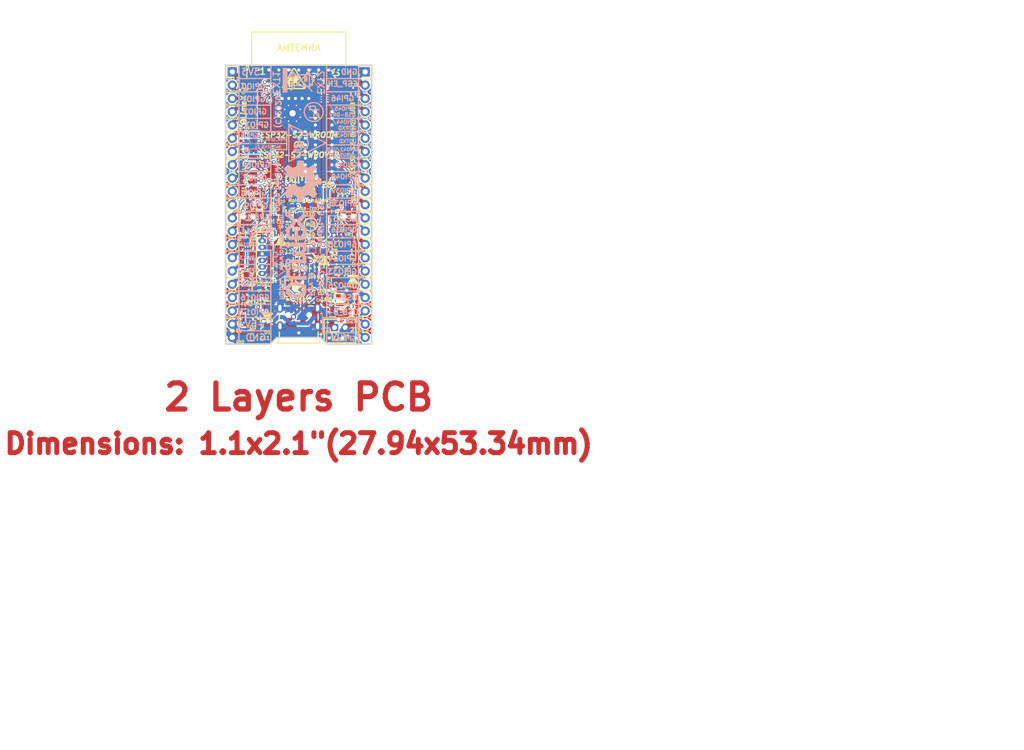
<source format=kicad_pcb>
(kicad_pcb (version 20221018) (generator pcbnew)
  (title_block (title "ESP32-S2-DevKit-USB") (date "2020-11-11") (rev "B") (company "OLIMEX LTD") (comment 1 "https://www.olimex.com"))
  (layers (0 "F.Cu" mixed) (31 "B.Cu" mixed) (34 "B.Paste" user) (35 "F.Paste" user) (36 "B.SilkS" user "B.Silkscreen") (37 "F.SilkS" user "F.Silkscreen") (38 "B.Mask" user) (39 "F.Mask" user) (44 "Edge.Cuts" user))
  (net 0 "")
  (net 1 "+5V")
  (net 2 "GND")
  (net 3 "+3V3")
  (net 4 "/+5V_USB")
  (net 5 "/GPIO13")
  (net 6 "/GPIO12")
  (net 7 "/GPIO14")
  (net 8 "/GPIO26")
  (net 9 "/GPIO33")
  (net 10 "/GPIO5")
  (net 11 "/GPIO17")
  (net 12 "/GPIO4")
  (net 13 "/GPIO2")
  (net 14 "Net-(FID2-PadFid1)")
  (net 15 "Net-(FID3-PadFid1)")
  (net 16 "VBAT")
  (net 17 "Net-(BAT_SENS_E1-Pad1)")
  (net 18 "Net-(PWR_SENS_E1-Pad1)")
  (net 19 "/GPIO8\\BAT_SENS")
  (net 20 "/GPIO0\\BUT")
  (net 21 "/ESP_EN\\CHIP_PU")
  (net 22 "/GPIO15\\XTAL_32K_P")
  (net 23 "/GPIO16\\XTAL_32K_N")
  (net 24 "/GPIO44\\U0RXD")
  (net 25 "/GPIO43\\U0TXD")
  (net 26 "/GPIO11")
  (net 27 "/GPIO9")
  (net 28 "/GPIO10")
  (net 29 "/GPIO7\\PWR_SENS")
  (net 30 "/GPIO6")
  (net 31 "/GPIO3")
  (net 32 "/GPIO1")
  (net 33 "/GPIO18\\RGB_LED")
  (net 34 "/GPIO45\\USB-DRV")
  (net 35 "/GPIO41")
  (net 36 "/GPIO40")
  (net 37 "/GPIO39")
  (net 38 "/GPIO37")
  (net 39 "/GPIO38")
  (net 40 "/GPIO36")
  (net 41 "/GPIO35")
  (net 42 "/GPIO34")
  (net 43 "/USB-ID")
  (net 44 "/USB_D-")
  (net 45 "/USB_D+")
  (net 46 "Net-(RGB-LED1-Pad1)")
  (net 47 "Net-(RGB-LED1-Pad4)")
  (net 48 "Net-(R5-Pad2)")
  (net 49 "Net-(R6-Pad1)")
  (net 50 "Net-(R11-Pad2)")
  (net 51 "Net-(CHARG1-Pad1)")
  (net 52 "Net-(R24-Pad2)")
  (net 53 "/Vin")
  (net 54 "Net-(C18-Pad2)")
  (net 55 "Net-(D6-Pad2)")
  (net 56 "Net-(D3-Pad2)")
  (net 57 "Net-(R3-Pad2)")
  (net 58 "Net-(U2-Pad6)")
  (net 59 "/GPI46")
  (net 60 "/GPIO42\\USB-VBUS_DET")
  (net 61 "/5V_USB_HOST")
  (net 62 "Net-(D1-Pad2)")
  (net 63 "/GPIO21\\USB-ID")
  (net 64 "Net-(FET2-Pad3)")
  (net 65 "/USB-DRV-E")
  (net 66 "Net-(D4-Pad1)")
  (net 67 "Net-(3.3V_E1-Pad1)")
  (footprint "OLIMEX_Connectors-FP:USB-MICRO_MISB-SWMM-5B_LF" (layer "F.Cu") (at 143.51 115.697 -90)
    (fp_text reference "USB1")
    (fp_text value "MISB-SWMM-5B-LF(USB_MICRO)")
  )
  (footprint "OLIMEX_LOGOs-FP:LOGO_OLIMEX_80" (layer "F.Cu") (at 144.018 87.757)
    (fp_text reference "Olimex_Logo_Small" hide)
    (fp_text value "" hide)
  )
  (footprint "OLIMEX_LOGOs-FP:LOGO_ANTISTATIC_SMALL_4.5mmX2.8mm" (layer "F.Cu") (at 142.621 68.58)
    (fp_text reference "Sign_Antistatic" hide)
    (fp_text value "Val**")
  )
  (footprint "OLIMEX_RLC-FP:R_0402_5MIL_DWS" (layer "F.Cu") (at 154.051 111.125)
    (fp_text reference "R6")
    (fp_text value "2.2k/R0402")
  )
  (footprint "OLIMEX_Other-FP:Fiducial1x3" (layer "F.Cu") (at 148.971 69.215)
    (fp_text reference "FID3" hide)
    (fp_text value "Fiducial" hide)
  )
  (footprint "OLIMEX_RLC-FP:R_0402_5MIL_DWS" (layer "F.Cu") (at 132.461 85.09 90)
    (fp_text reference "R12")
    (fp_text value "4.7M/R0402")
  )
  (footprint "OLIMEX_RLC-FP:R_0402_5MIL_DWS" (layer "F.Cu") (at 132.461 82.041999 90)
    (fp_text reference "R13")
    (fp_text value "470k/R0402")
  )
  (footprint "OLIMEX_Connectors-FP:LIPO_BAT_VERTICAL_DW02S" (layer "F.Cu") (at 151.384 119.761)
    (fp_text reference "BAT1")
    (fp_text value "DW02S")
  )
  (footprint "OLIMEX_Transistors-FP:SOT23" (layer "F.Cu") (at 150.368 108.077)
    (fp_text reference "FET1")
    (fp_text value "WPM2015-3/TR")
  )
  (footprint "OLIMEX_Buttons-FP:IT1185AU2_V2" (layer "F.Cu") (at 153.035 94.996 90)
    (fp_text reference "BUT1")
    (fp_text value "IT-1185AU2-160G-G-TR")
  )
  (footprint "OLIMEX_RLC-FP:C_0603_5MIL_DWS" (layer "F.Cu") (at 150.876 105.41 180)
    (fp_text reference "C10")
    (fp_text value "22uF/6.3V/20%/X5R/C0603")
  )
  (footprint "OLIMEX_RLC-FP:C_0402_5MIL_DWS" (layer "F.Cu") (at 133.35 82.041999 -90)
    (fp_text reference "C12")
    (fp_text value "100nF/10V/10%/X7R/C0402")
  )
  (footprint "OLIMEX_RLC-FP:R_0402_5MIL_DWS" (layer "F.Cu") (at 132.461 80.01 90)
    (fp_text reference "R18")
    (fp_text value "1k/R0402")
  )
  (footprint "OLIMEX_RLC-FP:R_0402_5MIL_DWS" (layer "F.Cu") (at 136.017 96.139 90)
    (fp_text reference "R22")
    (fp_text value "10k/R0402")
  )
  (footprint "OLIMEX_RLC-FP:C_0805_5MIL_DWS" (layer "F.Cu") (at 134.366 117.729 180)
    (fp_text reference "C11")
    (fp_text value "47uF/6.3V/20%/X5R/C0805")
  )
  (footprint "OLIMEX_RLC-FP:C_0603_5MIL_DWS" (layer "F.Cu") (at 154.178 67.945 90)
    (fp_text reference "C19")
    (fp_text value "1uF/10V/10%/X5R/C0603")
  )
  (footprint "OLIMEX_RLC-FP:R_0402_5MIL_DWS" (layer "F.Cu") (at 132.842 113.537999 90)
    (fp_text reference "R11")
    (fp_text value "13k/1%/R0402")
  )
  (footprint "OLIMEX_RLC-FP:C_0603_5MIL_DWS" (layer "F.Cu") (at 153.6065 113.3475)
    (fp_text reference "C1")
    (fp_text value "10uF/6.3V/20%/X5R/C0603")
  )
  (footprint "OLIMEX_Other-FP:TESTPAD_40-ROUND" (layer "F.Cu") (at 132.588 87.63)
    (fp_text reference "GND1")
    (fp_text value "TESTPAD" hide)
  )
  (footprint "OLIMEX_RLC-FP:R_0402_5MIL_DWS" (layer "F.Cu") (at 138.557 91.948 180)
    (fp_text reference "R23")
    (fp_text value "NA(10M/R0402)")
  )
  (footprint "OLIMEX_RLC-FP:R_0402_5MIL_DWS" (layer "F.Cu") (at 153.924 71.501 -90)
    (fp_text reference "R16")
    (fp_text value "100k/R0402")
  )
  (footprint "OLIMEX_RLC-FP:C_0402_5MIL_DWS" (layer "F.Cu") (at 137.541 95.123 180)
    (fp_text reference "C21")
    (fp_text value "NA(22pF/50V/5%/COG/C0402)")
  )
  (footprint "OLIMEX_Crystal-FP:CM7V-T1A(Crystal_Package-1206_3.20x1.50x0.65mm)" (layer "F.Cu") (at 138.557 93.599)
    (fp_text reference "Q4")
    (fp_text value "NA(Q32.768kHz/12.5pF/2P/SMD1206)")
  )
  (footprint "OLIMEX_RLC-FP:R_0402_5MIL_DWS" (layer "F.Cu") (at 154.051 110.236)
    (fp_text reference "R1")
    (fp_text value "10k/R0402")
  )
  (footprint "OLIMEX_LEDs-FP:WS2812S(5x5MM)" (layer "F.Cu") (at 145.796 96.52)
    (fp_text reference "RGB-LED1")
    (fp_text value "WS2812S(5X5MM)")
  )
  (footprint "OLIMEX_RLC-FP:C_0402_5MIL_DWS" (layer "F.Cu") (at 139.573 95.123)
    (fp_text reference "C22")
    (fp_text value "NA(22pF/50V/5%/COG/C0402)")
  )
  (footprint "OLIMEX_RLC-FP:R_0402_5MIL_DWS" (layer "F.Cu") (at 142.24 92.964 180)
    (fp_text reference "R24")
    (fp_text value "22R/R0402")
  )
  (footprint "OLIMEX_Buttons-FP:IT1185AU2_V2" (layer "F.Cu") (at 133.858 94.996 90)
    (fp_text reference "RST1")
    (fp_text value "IT-1185AU2-160G-G-TR")
  )
  (footprint "OLIMEX_LEDs-FP:LED_0603_KA" (layer "F.Cu") (at 151.892 110.236)
    (fp_text reference "CHARG1")
    (fp_text value "LED/YELLOW/0603")
  )
  (footprint "OLIMEX_RLC-FP:R_0402_5MIL_DWS" (layer "F.Cu") (at 148.844 110.109 180)
    (fp_text reference "R5")
    (fp_text value "2.2k/R0402")
  )
  (footprint "OLIMEX_Cases-FP:ESP32-S2-WROVER_MODULE" (layer "F.Cu") (at 143.51 75.184)
    (fp_text reference "U4")
    (fp_text value "ESP32-S2-WROVER_and_WROOM(PCB,-I(IPEX))-Universal")
  )
  (footprint "OLIMEX_RLC-FP:C_0603_5MIL_DWS" (layer "F.Cu") (at 145.161 101.346)
    (fp_text reference "C3")
    (fp_text value "22uF/6.3V/C0603")
  )
  (footprint "OLIMEX_RLC-FP:R_0402_5MIL_DWS" (layer "F.Cu") (at 146.939 106.426 90)
    (fp_text reference "R4")
    (fp_text value "1M/R0402")
  )
  (footprint "OLIMEX_Other-FP:Fiducial1x3" (layer "F.Cu") (at 144.3228 115.062)
    (fp_text reference "FID2" hide)
    (fp_text value "Fiducial" hide)
  )
  (footprint "OLIMEX_RLC-FP:R_0402_5MIL_DWS" (layer "F.Cu") (at 141.986 100.203 -90)
    (fp_text reference "R25")
    (fp_text value "470k/R0402")
  )
  (footprint "OLIMEX_RLC-FP:CD32" (layer "F.Cu") (at 140.843 104.3305 -90)
    (fp_text reference "L2")
    (fp_text value "2.2uH/1.5A/DCR=72mR/20%/3.00x3.00x1.50mm/CD32(NR3015T2R2M)")
  )
  (footprint "OLIMEX_IC-FP:SOT23-6" (layer "F.Cu") (at 144.145 104.775 -90)
    (fp_text reference "U2")
    (fp_text value "MT3608(SOT23-6)")
  )
  (footprint "OLIMEX_RLC-FP:R_0402_5MIL_DWS" (layer "F.Cu") (at 146.939 104.521 -90)
    (fp_text reference "R3")
    (fp_text value "130k/R0402")
  )
  (footprint "OLIMEX_Diodes-FP:SOD-123_1C-2A_KA" (layer "F.Cu") (at 148.336 103.505 -90)
    (fp_text reference "D5")
    (fp_text value "1N4148W/SOD123")
  )
  (footprint "OLIMEX_Regulators-FP:SOT89-3" (layer "F.Cu") (at 152.146 101.727 180)
    (fp_text reference "VR1")
    (fp_text value "MCP1700T-3302E/MB")
  )
  (footprint "OLIMEX_RLC-FP:C_0603_5MIL_DWS" (layer "F.Cu") (at 150.241 96.52 90)
    (fp_text reference "C15")
    (fp_text value "22uF/6.3V/20%/X5R/C0603")
  )
  (footprint "OLIMEX_RLC-FP:C_0603_5MIL_DWS" (layer "F.Cu") (at 146.8755 108.839 90)
    (fp_text reference "C4")
    (fp_text value "22uF/6.3V/C0603")
  )
  (footprint "OLIMEX_Diodes-FP:SOD-123_1C-2A_KA" (layer "F.Cu") (at 153.8605 107.1245 -90)
    (fp_text reference "D2")
    (fp_text value "1N5819S4/SOD123")
  )
  (footprint "OLIMEX_IC-FP:SOT-23-5" (layer "F.Cu") (at 149.987 112.776 180)
    (fp_text reference "U1")
    (fp_text value "BL4054B-42TPRN(SOT23-5)")
  )
  (footprint "OLIMEX_Diodes-FP:SOD-123_1C-2A_KA" (layer "F.Cu") (at 137.541 114.173 90)
    (fp_text reference "D1")
    (fp_text value "1N5819S4/SOD123")
  )
  (footprint "OLIMEX_IC-FP:SOT-23-5" (layer "F.Cu") (at 134.747 114.554 90)
    (fp_text reference "U3")
    (fp_text value "SY6280AAC(SOT23-5)")
  )
  (footprint "OLIMEX_RLC-FP:R_0402_5MIL_DWS" (layer "F.Cu") (at 148.082 92.964)
    (fp_text reference "R2")
    (fp_text value "10k/R0402")
  )
  (footprint "OLIMEX_RLC-FP:C_0402_5MIL_DWS" (layer "F.Cu") (at 136.017 93.726 -90)
    (fp_text reference "C17")
    (fp_text value "NA(100nF/10V/10%/X7R/C0402)")
  )
  (footprint "OLIMEX_Transistors-FP:SOT23" (layer "F.Cu") (at 133.985 109.728 180)
    (fp_text reference "FET2")
    (fp_text value "BSS138")
  )
  (footprint "OLIMEX_Transistors-FP:SOT23" (layer "F.Cu") (at 137.922 109.728)
    (fp_text reference "FET3")
    (fp_text value "WPM2015-3/TR")
  )
  (footprint "OLIMEX_RLC-FP:R_0402_5MIL_DWS" (layer "F.Cu") (at 136.017 108.585 180)
    (fp_text reference "R9")
    (fp_text value "10k/R0402")
  )
  (footprint "OLIMEX_RLC-FP:R_0402_5MIL_DWS" (layer "F.Cu") (at 133.477 98.425)
    (fp_text reference "R10")
    (fp_text value "100k/R0402")
  )
  (footprint "OLIMEX_RLC-FP:R_0402_5MIL_DWS" (layer "F.Cu") (at 140.335 109.728 -90)
    (fp_text reference "R14")
    (fp_text value "100k/R0402")
  )
  (footprint "OLIMEX_Diodes-FP:SOT23-3" (layer "F.Cu") (at 133.477 105.156 90)
    (fp_text reference "D4")
    (fp_text value "BAT54C(SOT23-3)")
  )
  (footprint "OLIMEX_Transistors-FP:SOT23" (layer "F.Cu") (at 133.477 101.092 -90)
    (fp_text reference "FET4")
    (fp_text value "WPM2015-3/TR")
  )
  (footprint "OLIMEX_Connectors-FP:WU06S" (layer "F.Cu") (at 136.525 102.743 90)
    (fp_text reference "ESP-PROG1")
    (fp_text value "WU06S")
  )
  (footprint "OLIMEX_Diodes-FP:SOD-123_1C-2A_KA" (layer "F.Cu") (at 143.51 108.204 180)
    (fp_text reference "D3")
    (fp_text value "1N5819S4/SOD123")
  )
  (footprint "OLIMEX_Diodes-FP:SOD-123_1C-2A_KA" (layer "F.Cu") (at 140.081 99.695 -90)
    (fp_text reference "D6")
    (fp_text value "1N5819S4/SOD123")
  )
  (footprint "OLIMEX_RLC-FP:C_0402_5MIL_DWS" (layer "F.Cu") (at 141.986 97.536 -90)
    (fp_text reference "C18")
    (fp_text value "100nF/10V/10%/X7R/C0402")
  )
  (footprint "OLIMEX_RLC-FP:R_0402_5MIL_DWS" (layer "F.Cu") (at 140.462 107.315 90)
    (fp_text reference "R8")
    (fp_text value "220k/R0402")
  )
  (footprint "OLIMEX_RLC-FP:R_0402_5MIL_DWS" (layer "F.Cu") (at 139.573 107.315 -90)
    (fp_text reference "R7")
    (fp_text value "100k/R0402")
  )
  (footprint "OLIMEX_RLC-FP:C_0402_5MIL_DWS" (layer "F.Cu") (at 150.241 93.98 90)
    (fp_text reference "C23")
    (fp_text value "NA(100nF/10V/10%/X7R/C0402)")
  )
  (footprint "OLIMEX_RLC-FP:C_0402_5MIL_DWS" (layer "F.Cu") (at 132.842 69.977)
    (fp_text reference "C20")
    (fp_text value "100nF/10V/10%/X7R/C0402")
  )
  (footprint "OLIMEX_RLC-FP:R_0402_5MIL_DWS" (layer "F.Cu") (at 133.35 80.01 -90)
    (fp_text reference "R17")
    (fp_text value "10k/R0402")
  )
  (footprint "OLIMEX_RLC-FP:C_0603_5MIL_DWS" (layer "F.Cu") (at 132.842 67.818 90)
    (fp_text reference "C16")
    (fp_text value "22uF/6.3V/20%/X5R/C0603")
  )
  (footprint "OLIMEX_LOGOs-FP:LOGO_RECYCLEBIN_1" (layer "B.Cu") (at 140.462 71.247 90)
    (fp_text reference "Sign_RecycleBin" hide)
    (fp_text value "" hide)
  )
  (footprint "OLIMEX_LOGOs-FP:OLIMEX_LOGO_TB" (layer "B.Cu") (at 143.129 102.108 90)
    (fp_text reference "Olimex_Logo_Big" hide)
    (fp_text value "" hide)
  )
  (footprint "OLIMEX_Jumpers-FP:SJ_1_SMALLER" (layer "B.Cu") (at 134.874 82.55)
    (fp_text reference "BAT_SENS_E1")
    (fp_text value "Opened" hide)
  )
  (footprint "OLIMEX_Jumpers-FP:SJ_1_SMALLER" (layer "B.Cu") (at 134.874 80.518)
    (fp_text reference "PWR_SENS_E1")
    (fp_text value "Opened" hide)
  )
  (footprint "OLIMEX_Connectors-FP:HN1x21" (layer "B.Cu") (at 130.81 92.71 -90)
    (fp_text reference "EXT1")
    (fp_text value "HN1x21")
  )
  (footprint "OLIMEX_LOGOs-FP:LOGO_OPENHARDWARE_8x8" (layer "B.Cu") (at 143.764 88.265 90)
    (fp_text reference "Logo_OSHW" hide)
    (fp_text value "" hide)
  )
  (footprint "OLIMEX_Connectors-FP:HN1x21" (layer "B.Cu") (at 156.21 92.71 -90)
    (fp_text reference "EXT2")
    (fp_text value "HN1x21")
  )
  (footprint "OLIMEX_LOGOs-FP:LOGO_ANTISTATIC_1" (layer "B.Cu") (at 141.605 84.455 90)
    (fp_text reference "Sign-Antistatic" hide)
    (fp_text value "" hide)
  )
  (footprint "OLIMEX_LOGOs-FP:LOGO_PBFREE" (layer "B.Cu") (at 146.685 75.184 -90)
    (fp_text reference "Sign-Pb-Free")
    (fp_text value "")
  )
  (footprint "OLIMEX_Jumpers-FP:SJ_1_SMALLER" (layer "B.Cu") (at 146.05 101.473 180)
    (fp_text reference "LED_ENABLE1")
    (fp_text value "Soldered" hide)
  )
  (footprint "OLIMEX_Jumpers-FP:SJ_1_SMALLER" (layer "B.Cu") (at 138.176 100.838)
    (fp_text reference "3.3V_E1")
    (fp_text value "Opened" hide)
  )
  (gr_line (start 131.826 106.68) (end 138.176 106.68) (stroke (width 0.254)) (layer "B.SilkS"))
  (gr_line (start 131.826 99.06) (end 135.255 99.06) (stroke (width 0.254)) (layer "B.SilkS"))
  (gr_line (start 131.826 96.52) (end 138.176 96.52) (stroke (width 0.254)) (layer "B.SilkS"))
  (gr_line (start 131.826 93.98) (end 138.176 93.98) (stroke (width 0.254)) (layer "B.SilkS"))
  (gr_line (start 131.826 91.44) (end 138.176 91.44) (stroke (width 0.254)) (layer "B.SilkS"))
  (gr_line (start 131.826 88.9) (end 138.176 88.9) (stroke (width 0.254)) (layer "B.SilkS"))
  (gr_line (start 131.826 86.36) (end 138.176 86.36) (stroke (width 0.254)) (layer "B.SilkS"))
  (gr_line (start 131.826 83.82) (end 138.176 83.82) (stroke (width 0.254)) (layer "B.SilkS"))
  (gr_line (start 132.08 81.026) (end 133.731 81.026) (stroke (width 0.254)) (layer "B.SilkS"))
  (gr_line (start 131.826 78.74) (end 141.224 78.74) (stroke (width 0.254)) (layer "B.SilkS"))
  (gr_line (start 131.826 76.2) (end 138.176 76.2) (stroke (width 0.254)) (layer "B.SilkS"))
  (gr_line (start 131.826 73.66) (end 138.176 73.66) (stroke (width 0.254)) (layer "B.SilkS"))
  (gr_line (start 148.844 73.66) (end 155.194 73.66) (stroke (width 0.254)) (layer "B.SilkS"))
  (gr_line (start 148.844 97.536) (end 148.844 66.04) (stroke (width 0.254)) (layer "B.SilkS"))
  (gr_line (start 148.844 76.2) (end 155.194 76.2) (stroke (width 0.254)) (layer "B.SilkS"))
  (gr_line (start 148.844 78.74) (end 155.194 78.74) (stroke (width 0.254)) (layer "B.SilkS"))
  (gr_line (start 148.844 81.28) (end 155.194 81.28) (stroke (width 0.254)) (layer "B.SilkS"))
  (gr_line (start 148.844 83.82) (end 155.194 83.82) (stroke (width 0.254)) (layer "B.SilkS"))
  (gr_line (start 148.844 86.36) (end 155.194 86.36) (stroke (width 0.254)) (layer "B.SilkS"))
  (gr_line (start 148.844 88.9) (end 155.194 88.9) (stroke (width 0.254)) (layer "B.SilkS"))
  (gr_line (start 148.844 91.44) (end 155.194 91.44) (stroke (width 0.254)) (layer "B.SilkS"))
  (gr_line (start 148.844 93.98) (end 155.194 93.98) (stroke (width 0.254)) (layer "B.SilkS"))
  (gr_line (start 148.844 96.52) (end 155.194 96.52) (stroke (width 0.254)) (layer "B.SilkS"))
  (gr_line (start 148.844 99.06) (end 155.194 99.06) (stroke (width 0.254)) (layer "B.SilkS"))
  (gr_line (start 148.844 101.6) (end 155.194 101.6) (stroke (width 0.254)) (layer "B.SilkS"))
  (gr_line (start 148.844 104.14) (end 155.194 104.14) (stroke (width 0.254)) (layer "B.SilkS"))
  (gr_line (start 148.844 106.68) (end 155.194 106.68) (stroke (width 0.254)) (layer "B.SilkS"))
  (gr_line (start 148.844 109.22) (end 155.194 109.22) (stroke (width 0.254)) (layer "B.SilkS"))
  (gr_line (start 148.844 111.76) (end 155.194 111.76) (stroke (width 0.254)) (layer "B.SilkS"))
  (gr_line (start 148.844 114.3) (end 155.194 114.296827) (stroke (width 0.254)) (layer "B.SilkS"))
  (gr_line (start 148.844 117.221) (end 154.94 117.221) (stroke (width 0.254)) (layer "B.SilkS"))
  (gr_line (start 148.971 119.38) (end 155.321 119.38) (stroke (width 0.254)) (layer "B.SilkS"))
  (gr_line (start 148.844 68.58) (end 155.194 68.58) (stroke (width 0.254)) (layer "B.SilkS"))
  (gr_line (start 131.826 71.12) (end 138.176 71.12) (stroke (width 0.254)) (layer "B.SilkS"))
  (gr_line (start 131.826 119.38) (end 138.049 119.38) (stroke (width 0.254)) (layer "B.SilkS"))
  (gr_line (start 148.844 111.76) (end 148.844 114.3) (stroke (width 0.254)) (layer "B.SilkS"))
  (gr_line (start 138.176 78.74) (end 138.176 66.04) (stroke (width 0.254)) (layer "B.SilkS"))
  (gr_line (start 148.844 71.12) (end 155.194 71.12) (stroke (width 0.254)) (layer "B.SilkS"))
  (gr_line (start 148.844 119.253) (end 148.844 117.221) (stroke (width 0.254)) (layer "B.SilkS"))
  (gr_line (start 148.844 117.221) (end 148.082 117.221) (stroke (width 0.254)) (layer "B.SilkS"))
  (gr_line (start 148.844 114.3) (end 148.082 114.3) (stroke (width 0.254)) (layer "B.SilkS"))
  (gr_line (start 148.082 114.300001) (end 148.082 117.221) (stroke (width 0.254)) (layer "B.SilkS"))
  (gr_line (start 138.176 82.169) (end 141.224 82.169) (stroke (width 0.254)) (layer "B.SilkS"))
  (gr_line (start 135.763 81.026) (end 141.224 81.026) (stroke (width 0.254)) (layer "B.SilkS"))
  (gr_line (start 141.224 82.169) (end 141.224 78.74) (stroke (width 0.254)) (layer "B.SilkS"))
  (gr_line (start 131.826 68.58) (end 138.176 68.58) (stroke (width 0.254)) (layer "B.SilkS"))
  (gr_line (start 148.971 119.38) (end 148.844 119.253) (stroke (width 0.254)) (layer "B.SilkS"))
  (gr_line (start 148.844 111.76) (end 148.844 97.536) (stroke (width 0.254)) (layer "B.SilkS"))
  (gr_line (start 137.16 99.06) (end 138.176 99.06) (stroke (width 0.254)) (layer "B.SilkS"))
  (gr_line (start 131.826 101.6) (end 135.255 101.6) (stroke (width 0.254)) (layer "B.SilkS"))
  (gr_line (start 137.16 101.473) (end 138.176 101.473) (stroke (width 0.254)) (layer "B.SilkS"))
  (gr_line (start 131.826 104.14) (end 135.255 104.14) (stroke (width 0.254)) (layer "B.SilkS"))
  (gr_line (start 137.16 104.14) (end 138.176 104.14) (stroke (width 0.254)) (layer "B.SilkS"))
  (gr_line (start 138.176 101.473) (end 138.176 109.22) (stroke (width 0.254)) (layer "B.SilkS"))
  (gr_line (start 138.176 119.253) (end 138.049 119.38) (stroke (width 0.254)) (layer "B.SilkS"))
  (gr_line (start 138.176 109.22) (end 138.176 119.253) (stroke (width 0.254)) (layer "B.SilkS"))
  (gr_line (start 138.176 100.203) (end 138.176 82.169) (stroke (width 0.254)) (layer "B.SilkS"))
  (gr_line (start 131.826 109.22) (end 138.176 109.22) (stroke (width 0.254)) (layer "B.SilkS"))
  (gr_line (start 131.826 111.76) (end 138.176 111.76) (stroke (width 0.254)) (layer "B.SilkS"))
  (gr_line (start 131.826 114.3) (end 138.176 114.3) (stroke (width 0.254)) (layer "B.SilkS"))
  (gr_line (start 131.826 116.84) (end 138.176 116.84) (stroke (width 0.254)) (layer "B.SilkS"))
  (gr_circle (center 149.733 111.887) (end 149.9235 111.887) (stroke (width 0.2032)) (fill none) (layer "F.SilkS"))
  (gr_circle (center 136.398 112.649) (end 136.398 112.839501) (stroke (width 0.2032)) (fill none) (layer "F.SilkS"))
  (gr_circle (center 135.382 114.2365) (end 135.382 114.427001) (stroke (width 0.2032)) (fill none) (layer "F.SilkS"))
  (gr_line (start 157.48 119.38) (end 157.48 66.04) (stroke (width 0.254)) (layer "Edge.Cuts"))
  (gr_line (start 148.971 119.38) (end 157.48 119.38) (stroke (width 0.254)) (layer "Edge.Cuts"))
  (gr_line (start 129.54 66.04) (end 129.54 119.38) (stroke (width 0.254)) (layer "Edge.Cuts"))
  (gr_line (start 129.54 119.38) (end 138.049 119.38) (stroke (width 0.254)) (layer "Edge.Cuts"))
  (gr_line (start 139.319 118.11) (end 147.701 118.11) (stroke (width 0.254)) (layer "Edge.Cuts"))
  (gr_line (start 138.049 119.38) (end 139.319 118.11) (stroke (width 0.254)) (layer "Edge.Cuts"))
  (gr_line (start 147.701 118.11) (end 148.971 119.38) (stroke (width 0.254)) (layer "Edge.Cuts"))
  (gr_line (start 157.48 66.04) (end 129.54 66.04) (stroke (width 0.254)) (layer "Edge.Cuts"))
  (gr_text "2 Layers PCB" (at 143.51 129.54) (layer "F.Cu") (effects (font (size 5 5) (thickness 1))))
  (gr_text "Dimensions: 1.1x2.1\"(27.94x53.34mm)" (at 143.51 138.43) (layer "F.Cu") (effects (font (size 3.81 3.81) (thickness 0.9525))))
  (gr_text "GPIO9" (at 135.382 92.964) (layer "B.SilkS") (effects (font (size 1.016 1.016) (thickness 0.254)) (justify mirror)))
  (gr_text "GPIO15" (at 135.128 107.823) (layer "B.SilkS") (effects (font (size 1.016 1.016) (thickness 0.254)) (justify mirror)))
  (gr_text "GPIO45/\nUSB-DRV" (at 151.892 74.93) (layer "B.SilkS") (effects (font (size 0.7112 0.7112) (thickness 0.1778)) (justify mirror)))
  (gr_text "GPIO42/USB\n-VBUS_DET" (at 151.892 82.677) (layer "B.SilkS") (effects (font (size 0.635 0.635) (thickness 0.15875)) (justify mirror)))
  (gr_text "GPIO43/\nU0TXD" (at 154.686 80.01) (layer "B.SilkS") (effects (font (size 0.7112 0.7112) (thickness 0.1778)) (justify left mirror)))
  (gr_text "GPIO44/\nU0RXD" (at 154.686 77.47) (layer "B.SilkS") (effects (font (size 0.7112 0.7112) (thickness 0.1778)) (justify left mirror)))
  (gr_text "GPIO40" (at 152.146 87.376) (layer "B.SilkS") (effects (font (size 0.889 0.889) (thickness 0.22225)) (justify mirror)))
  (gr_text "GPIO39" (at 152.019 90.043) (layer "B.SilkS") (effects (font (size 0.8128 0.8128) (thickness 0.2032)) (justify mirror)))
  (gr_text "GPIO38" (at 152.019 92.456) (layer "B.SilkS") (effects (font (size 1.016 1.016) (thickness 0.254)) (justify mirror)))
  (gr_text "GPIO34" (at 151.892 102.997) (layer "B.SilkS") (effects (font (size 1.016 1.016) (thickness 0.254)) (justify mirror)))
  (gr_text "GPIO26" (at 151.892 108.204) (layer "B.SilkS") (effects (font (size 1.016 1.016) (thickness 0.254)) (justify mirror)))
  (gr_text "+" (at 148.971 116.205) (layer "B.SilkS") (effects (font (size 1.27 1.27) (thickness 0.254)) (justify mirror)))
  (gr_text "-" (at 153.797 116.205) (layer "B.SilkS") (effects (font (size 1.27 1.27) (thickness 0.254)) (justify mirror)))
  (gr_text "GND" (at 153.162 67.31) (layer "B.SilkS") (effects (font (size 1.016 1.016) (thickness 0.254)) (justify mirror)))
  (gr_text "USB-ID" (at 151.8285 110.49) (layer "B.SilkS") (effects (font (size 1.016 1.016) (thickness 0.254)) (justify mirror)))
  (gr_text "GND" (at 135.255 118.11) (layer "B.SilkS") (effects (font (size 1.27 1.27) (thickness 0.254)) (justify mirror)))
  (gr_text "ESP_EN" (at 151.892 69.596) (layer "B.SilkS") (effects (font (size 1.016 1.016) (thickness 0.254)) (justify mirror)))
  (gr_text "GPI46" (at 151.892 72.39) (layer "B.SilkS") (effects (font (size 1.016 1.016) (thickness 0.254)) (justify mirror)))
  (gr_text "GPIO41" (at 152.654 85.09) (layer "B.SilkS") (effects (font (size 0.8128 0.8128) (thickness 0.2032)) (justify mirror)))
  (gr_text "USB_D+" (at 151.892 113.284) (layer "B.SilkS") (effects (font (size 1.016 1.016) (thickness 0.254)) (justify mirror)))
  (gr_text "USB_D-" (at 152.527 114.9985) (layer "B.SilkS") (effects (font (size 0.762 0.762) (thickness 0.1905)) (justify mirror)))
  (gr_text "GPIO18" (at 152.146 118.364) (layer "B.SilkS") (effects (font (size 0.889 0.889) (thickness 0.22225)) (justify mirror)))
  (gr_text "GPIO16" (at 135.128 110.49) (layer "B.SilkS") (effects (font (size 1.016 1.016) (thickness 0.254)) (justify mirror)))
  (gr_text "GPIO17" (at 135.128 113.284) (layer "B.SilkS") (effects (font (size 1.016 1.016) (thickness 0.254)) (justify mirror)))
  (gr_text "GPIO14" (at 133.985 105.283) (layer "B.SilkS") (effects (font (size 0.635 0.635) (thickness 0.15875)) (justify mirror)))
  (gr_text "GPIO13" (at 133.985 102.87) (layer "B.SilkS") (effects (font (size 0.635 0.635) (thickness 0.15875)) (justify mirror)))
  (gr_text "GPIO12" (at 133.985 100.33) (layer "B.SilkS") (effects (font (size 0.635 0.635) (thickness 0.15875)) (justify mirror)))
  (gr_text "GPIO11" (at 135.128 97.79) (layer "B.SilkS") (effects (font (size 1.016 1.016) (thickness 0.254)) (justify mirror)))
  (gr_text "GPIO8" (at 135.128 90.424) (layer "B.SilkS") (effects (font (size 1.016 1.016) (thickness 0.254)) (justify mirror)))
  (gr_text "GPIO7" (at 135.128 87.63) (layer "B.SilkS") (effects (font (size 1.016 1.016) (thickness 0.254)) (justify mirror)))
  (gr_text "GPIO6" (at 135.763 85.09) (layer "B.SilkS") (effects (font (size 1.016 1.016) (thickness 0.254)) (justify mirror)))
  (gr_text "IO5" (at 133.477 82.55 270) (layer "B.SilkS") (effects (font (size 0.762 0.762) (thickness 0.1905)) (justify mirror)))
  (gr_text "GPIO4" (at 134.112 79.502) (layer "B.SilkS") (effects (font (size 0.762 0.762) (thickness 0.1905)) (justify mirror)))
  (gr_text "GPIO3" (at 135.509 77.47) (layer "B.SilkS") (effects (font (size 1.016 1.016) (thickness 0.254)) (justify mirror)))
  (gr_text "3V3" (at 134.366 67.31) (layer "B.SilkS") (effects (font (size 1.27 1.27) (thickness 0.254)) (justify mirror)))
  (gr_text "GPIO2" (at 135.128 74.93) (layer "B.SilkS") (effects (font (size 1.016 1.016) (thickness 0.254)) (justify mirror)))
  (gr_text "GPIO1" (at 134.874 72.517) (layer "B.SilkS") (effects (font (size 1.016 1.016) (thickness 0.254)) (justify mirror)))
  (gr_text "GPIO0" (at 134.874 70.104) (layer "B.SilkS") (effects (font (size 1.016 1.016) (thickness 0.254)) (justify mirror)))
  (gr_text "+5V" (at 135.1915 115.57) (layer "B.SilkS") (effects (font (size 1.27 1.27) (thickness 0.254)) (justify mirror)))
  (gr_text "GPIO35" (at 151.892 100.33) (layer "B.SilkS") (effects (font (size 1.016 1.016) (thickness 0.254)) (justify mirror)))
  (gr_text "GPIO37" (at 151.892 95.377) (layer "B.SilkS") (effects (font (size 1.016 1.016) (thickness 0.254)) (justify mirror)))
  (gr_text "GPIO33" (at 151.892 105.4735) (layer "B.SilkS") (effects (font (size 1.016 1.016) (thickness 0.254)) (justify mirror)))
  (gr_text "https://www.olimex.com" (at 140.335 102.743 270) (layer "B.SilkS") (effects (font (size 0.889 0.889) (thickness 0.22225)) (justify mirror)))
  (gr_text "GPIO36" (at 152.146 97.536) (layer "B.SilkS") (effects (font (size 0.889 0.889) (thickness 0.22225)) (justify mirror)))
  (gr_text "ESP32-S2-DevKit-USB" (at 147.701 100.965 270) (layer "B.SilkS") (effects (font (size 1.016 1.016) (thickness 0.254)) (justify mirror)))
  (gr_text "(C)2020" (at 139.573 74.93 270) (layer "B.SilkS") (effects (font (size 1.016 1.016) (thickness 0.254)) (justify mirror)))
  (gr_text "Rev_B" (at 145.923 107.95 270) (layer "B.SilkS") (effects (font (size 1.016 1.016) (thickness 0.254)) (justify mirror)))
  (gr_text "GPIO10" (at 135.255 95.123) (layer "B.SilkS") (effects (font (size 1.016 1.016) (thickness 0.254)) (justify mirror)))
  (gr_text "3V3" (at 130.556 68.6054) (layer "F.SilkS") (effects (font (size 0.508 0.508) (thickness 0.127))))
  (gr_text "IO6" (at 130.81 86.3854) (layer "F.SilkS") (effects (font (size 0.508 0.508) (thickness 0.127))))
  (gr_text "GPIO10" (at 131.064 96.5454) (layer "F.SilkS") (effects (font (size 0.508 0.508) (thickness 0.127))))
  (gr_text "IO11" (at 130.81 99.0854) (layer "F.SilkS") (effects (font (size 0.508 0.508) (thickness 0.127))))
  (gr_text "IO12" (at 130.81 101.6) (layer "F.SilkS") (effects (font (size 0.508 0.508) (thickness 0.127))))
  (gr_text "IO13" (at 130.81 104.1654) (layer "F.SilkS") (effects (font (size 0.508 0.508) (thickness 0.127))))
  (gr_text "GPIO17" (at 131.064 114.3254) (layer "F.SilkS") (effects (font (size 0.508 0.508) (thickness 0.127))))
  (gr_text "GND" (at 132.334 118.9355) (layer "F.SilkS") (effects (font (size 0.508 0.508) (thickness 0.127))))
  (gr_text "GND" (at 156.21 68.6054) (layer "F.SilkS") (effects (font (size 0.508 0.508) (thickness 0.127))))
  (gr_text "GPIO45" (at 155.956 76.2254) (layer "F.SilkS") (effects (font (size 0.508 0.508) (thickness 0.127))))
  (gr_text "GPIO44" (at 155.956 78.7654) (layer "F.SilkS") (effects (font (size 0.508 0.508) (thickness 0.127))))
  (gr_text "IO41" (at 156.21 86.4235) (layer "F.SilkS") (effects (font (size 0.508 0.508) (thickness 0.127))))
  (gr_text "GPIO39" (at 155.956 91.4654) (layer "F.SilkS") (effects (font (size 0.508 0.508) (thickness 0.127))))
  (gr_text "GPIO38" (at 155.956 94.0054) (layer "F.SilkS") (effects (font (size 0.508 0.508) (thickness 0.127))))
  (gr_text "GPIO36" (at 155.956 99.0854) (layer "F.SilkS") (effects (font (size 0.508 0.508) (thickness 0.127))))
  (gr_text "GPIO35" (at 155.956 101.6254) (layer "F.SilkS") (effects (font (size 0.508 0.508) (thickness 0.127))))
  (gr_text "IO18" (at 155.0035 118.1735 90) (layer "F.SilkS") (effects (font (size 0.508 0.508) (thickness 0.127))))
  (gr_text "+" (at 149.0345 115.189) (layer "F.SilkS") (effects (font (size 0.762 0.762) (thickness 0.1905))))
  (gr_text "+" (at 147.7645 117.475) (layer "F.SilkS") (effects (font (size 0.762 0.762) (thickness 0.1905))))
  (gr_text "OLimeX" (at 132.969 74.5871 90) (layer "F.SilkS") (effects (font (size 1.016 1.016) (thickness 0.254))))
  (gr_text "3.7V Lipo\nBattery" (at 151.384 118.11) (layer "F.SilkS") (effects (font (size 0.508 0.508) (thickness 0.127))))
  (gr_text "GPIO0" (at 130.81 71.1454) (layer "F.SilkS") (effects (font (size 0.508 0.508) (thickness 0.127))))
  (gr_text "GPIO1" (at 130.81 73.6854) (layer "F.SilkS") (effects (font (size 0.508 0.508) (thickness 0.127))))
  (gr_text "GPIO2" (at 130.81 76.2254) (layer "F.SilkS") (effects (font (size 0.508 0.508) (thickness 0.127))))
  (gr_text "GPIO3" (at 130.81 78.7654) (layer "F.SilkS") (effects (font (size 0.508 0.508) (thickness 0.127))))
  (gr_text "GPIO4" (at 130.81 81.3054) (layer "F.SilkS") (effects (font (size 0.508 0.508) (thickness 0.127))))
  (gr_text "GPIO5" (at 130.81 83.8454) (layer "F.SilkS") (effects (font (size 0.508 0.508) (thickness 0.127))))
  (gr_text "GPIO7" (at 130.81 88.9254) (layer "F.SilkS") (effects (font (size 0.508 0.508) (thickness 0.127))))
  (gr_text "GPIO8" (at 130.81 91.4654) (layer "F.SilkS") (effects (font (size 0.508 0.508) (thickness 0.127))))
  (gr_text "GPIO9" (at 130.81 94.0054) (layer "F.SilkS") (effects (font (size 0.508 0.508) (thickness 0.127))))
  (gr_text "IO14" (at 130.81 106.7054) (layer "F.SilkS") (effects (font (size 0.508 0.508) (thickness 0.127))))
  (gr_text "IO15" (at 130.81 109.2454) (layer "F.SilkS") (effects (font (size 0.508 0.508) (thickness 0.127))))
  (gr_text "+5V" (at 131.699 116.84) (layer "F.SilkS") (effects (font (size 0.635 0.635) (thickness 0.15875))))
  (gr_text "EN" (at 156.21 71.1454) (layer "F.SilkS") (effects (font (size 0.508 0.508) (thickness 0.127))))
  (gr_text "GPI46" (at 156.21 73.6854) (layer "F.SilkS") (effects (font (size 0.508 0.508) (thickness 0.127))))
  (gr_text "GPIO43" (at 155.956 81.3054) (layer "F.SilkS") (effects (font (size 0.508 0.508) (thickness 0.127))))
  (gr_text "GPIO42" (at 155.956 83.8454) (layer "F.SilkS") (effects (font (size 0.508 0.508) (thickness 0.127))))
  (gr_text "IO40" (at 156.21 88.9635) (layer "F.SilkS") (effects (font (size 0.508 0.508) (thickness 0.127))))
  (gr_text "GPIO37" (at 155.956 96.5454) (layer "F.SilkS") (effects (font (size 0.508 0.508) (thickness 0.127))))
  (gr_text "GPIO34" (at 155.956 104.1654) (layer "F.SilkS") (effects (font (size 0.508 0.508) (thickness 0.127))))
  (gr_text "GPIO33" (at 155.956 106.7054) (layer "F.SilkS") (effects (font (size 0.508 0.508) (thickness 0.127))))
  (gr_text "GPIO26" (at 155.956 109.2454) (layer "F.SilkS") (effects (font (size 0.508 0.508) (thickness 0.127))))
  (gr_text "USB-ID" (at 156.083 111.7854) (layer "F.SilkS") (effects (font (size 0.4572 0.4572) (thickness 0.1143))))
  (gr_text "USB_D+" (at 155.956 114.3) (layer "F.SilkS") (effects (font (size 0.508 0.508) (thickness 0.127))))
  (gr_text "USB_D-" (at 155.956 116.84) (layer "F.SilkS") (effects (font (size 0.508 0.508) (thickness 0.127))))
  (gr_text "ESP32-S2-DevKit-USB" (at 153.8605 80.01 90) (layer "F.SilkS") (effects (font (size 0.762 0.762) (thickness 0.1905) italic)))
  (gr_text "ESP32-S2-WROOM" (at 143.51 79.375) (layer "F.SilkS") (effects (font (size 1.016 1.016) (thickness 0.254) italic)))
  (gr_text "ESP32-S2-WROVER" (at 143.51 83.185) (layer "F.SilkS") (effects (font (size 1.016 1.016) (thickness 0.254) italic)))
  (gr_text "OR" (at 143.51 81.28) (layer "F.SilkS") (effects (font (size 1.016 1.016) (thickness 0.254) italic)))
  (gr_text "EXT2" (at 154.813 88.011 90) (layer "F.SilkS") (effects (font (size 0.635 0.635) (thickness 0.15875))))
  (gr_text "EXT1" (at 132.334 107.061 90) (layer "F.SilkS") (effects (font (size 0.635 0.635) (thickness 0.15875))))
  (gr_text "RoHS Compliant" (at 145.3515 91.8845) (layer "F.SilkS") (effects (font (size 0.635 0.635) (thickness 0.15875) italic)))
  (gr_text "IO16" (at 130.81 111.7854) (layer "F.SilkS") (effects (font (size 0.508 0.508) (thickness 0.127))))
  (gr_text "1" (at 137.414 106.68 90) (layer "F.SilkS") (effects (font (size 0.762 0.762) (thickness 0.1905))))
  (gr_text "-" (at 153.6065 115.189) (layer "F.SilkS") (effects (font (size 0.762 0.762) (thickness 0.1905))))
  (segment (start 137.541 115.824) (end 136.779 115.062) (width 0.762) (layer "F.Cu") (net 1))
  (segment (start 152.654 110.236) (end 153.162 110.236) (width 0.508) (layer "F.Cu") (net 1))
  (segment (start 147.999452 105.741548) (end 147.999452 106.341684) (width 1.016) (layer "F.Cu") (net 1))
  (segment (start 148.336 105.405) (end 147.999452 105.741548) (width 1.016) (layer "F.Cu") (net 1))
  (segment (start 152.7175 113.6015) (end 151.638 114.681) (width 1.016) (layer "F.Cu") (net 1))
  (segment (start 137.541 116.073) (end 137.795 115.819) (width 0.762) (layer "F.Cu") (net 1))
  (segment (start 153.543 110.236) (end 153.162 110.236) (width 0.508) (layer "F.Cu") (net 1))
  (segment (start 153.8605 109.0245) (end 152.7225 109.0245) (width 1.016) (layer "F.Cu") (net 1))
  (segment (start 133.350002 79.501998) (end 133.350002 79.488972) (width 0.508) (layer "F.Cu") (net 1))
  (segment (start 147.999452 106.341684) (end 148.005107 106.347339) (width 1.016) (layer "F.Cu") (net 1))
  (segment (start 151.47544 109.02696) (end 152.58796 109.02696) (width 1.016) (layer "F.Cu") (net 1))
  (segment (start 137.541 116.073) (end 137.541 115.824) (width 0.762) (layer "F.Cu") (net 1))
  (segment (start 151.13 113.973894) (end 151.13 114.681) (width 1.016) (layer "F.Cu") (net 1))
  (segment (start 152.7175 112.9665) (end 152.146 113.538) (width 1.016) (layer "F.Cu") (net 1))
  (segment (start 133.35 79.502) (end 133.350002 79.501998) (width 0.508) (layer "F.Cu") (net 1))
  (segment (start 136.779 115.062) (end 137.795 115.062) (width 0.762) (layer "F.Cu") (net 1))
  (segment (start 152.654 109.093) (end 152.653068 109.093932) (width 0.762) (layer "F.Cu") (net 1))
  (segment (start 152.7175 113.3475) (end 152.7175 112.9665) (width 1.016) (layer "F.Cu") (net 1))
  (segment (start 137.795 115.819) (end 137.795 115.062) (width 0.762) (layer "F.Cu") (net 1))
  (segment (start 133.350002 79.488972) (end 133.350002 78.993998) (width 0.508) (layer "F.Cu") (net 1))
  (segment (start 151.257 113.538) (end 151.13 113.665) (width 1.016) (layer "F.Cu") (net 1))
  (segment (start 152.653068 109.093932) (end 152.653068 110.235068) (width 0.762) (layer "F.Cu") (net 1))
  (segment (start 152.7175 112.9665) (end 153.543 112.141) (width 1.016) (layer "F.Cu") (net 1))
  (segment (start 152.653068 110.235068) (end 152.654 110.236) (width 0.762) (layer "F.Cu") (net 1))
  (segment (start 152.7175 113.3475) (end 152.7175 113.6015) (width 1.016) (layer "F.Cu") (net 1))
  (segment (start 151.13 113.665) (end 151.13 113.973894) (width 1.016) (layer "F.Cu") (net 1))
  (segment (start 151.892 113.538) (end 151.257 113.538) (width 1.016) (layer "F.Cu") (net 1))
  (segment (start 151.638 114.681) (end 151.13 114.681) (width 1.016) (layer "F.Cu") (net 1))
  (segment (start 151.384 113.538) (end 151.257 113.538) (width 1.016) (layer "F.Cu") (net 1))
  (segment (start 152.58796 109.02696) (end 152.654 109.093) (width 1.016) (layer "F.Cu") (net 1))
  (segment (start 152.146 113.538) (end 151.892 113.538) (width 1.016) (layer "F.Cu") (net 1))
  (segment (start 152.7175 113.538) (end 151.892 113.538) (width 1.016) (layer "F.Cu") (net 1))
  (segment (start 152.7225 109.0245) (end 152.654 109.093) (width 1.016) (layer "F.Cu") (net 1))
  (via (at 152.654 109.093) (size 1) (drill 0.6) (layers "F.Cu" "B.Cu") (net 1))
  (via (at 133.350002 78.993998) (size 0.7) (drill 0.4) (layers "F.Cu" "B.Cu") (net 1))
  (via (at 153.543 112.141) (size 1) (drill 0.6) (layers "F.Cu" "B.Cu") (net 1))
  (via (at 151.13 114.681) (size 1) (drill 0.6) (layers "F.Cu" "B.Cu") (net 1))
  (via (at 137.795 115.062) (size 1) (drill 0.6) (layers "F.Cu" "B.Cu") (net 1))
  (via (at 147.999452 106.352994) (size 1) (drill 0.6) (layers "F.Cu" "B.Cu") (net 1))
  (via (at 136.779 115.062) (size 1) (drill 0.6) (layers "F.Cu" "B.Cu") (net 1))
  (segment (start 132.740422 109.055986) (end 134.924791 106.871618) (width 0.254) (layer "B.Cu") (net 1))
  (segment (start 134.924791 106.871618) (end 134.924791 97.775686) (width 0.254) (layer "B.Cu") (net 1))
  (segment (start 137.922 115.062) (end 136.779 115.062) (width 1.016) (layer "B.Cu") (net 1))
  (segment (start 139.7 85.808327) (end 139.7 81.603557) (width 0.254) (layer "B.Cu") (net 1))
  (segment (start 137.922 115.062) (end 138.684 115.062) (width 0.762) (layer "B.Cu") (net 1))
  (segment (start 151.885512 109.093) (end 150.539323 107.746811) (width 1.016) (layer "B.Cu") (net 1))
  (segment (start 132.054579 116.814579) (end 130.81 115.57) (width 1.016) (layer "B.Cu") (net 1))
  (segment (start 136.779 115.062) (end 135.026421 116.814579) (width 1.016) (layer "B.Cu") (net 1))
  (segment (start 152.654 109.093) (end 151.885512 109.093) (width 1.016) (layer "B.Cu") (net 1))
  (segment (start 140.6525 114.2365) (end 141.859 115.443) (width 0.762) (layer "B.Cu") (net 1))
  (segment (start 141.859 115.443) (end 145.25625 115.443) (width 0.762) (layer "B.Cu") (net 1))
  (segment (start 146.52625 114.173) (end 147.701 114.173) (width 0.762) (layer "B.Cu") (net 1))
  (segment (start 138.648206 86.860121) (end 139.7 85.808327) (width 0.254) (layer "B.Cu") (net 1))
  (segment (start 153.543 112.141) (end 153.543 109.982) (width 1.016) (layer "B.Cu") (net 1))
  (segment (start 131.572 114.808) (end 132.08 114.3) (width 0.254) (layer "B.Cu") (net 1))
  (segment (start 134.924791 97.775686) (end 137.312422 95.388055) (width 0.254) (layer "B.Cu") (net 1))
  (segment (start 132.08 114.3) (end 132.08 112.776) (width 0.254) (layer "B.Cu") (net 1))
  (segment (start 135.026421 116.814579) (end 132.054579 116.814579) (width 1.016) (layer "B.Cu") (net 1))
  (segment (start 148.209 114.681) (end 151.13 114.681) (width 0.762) (layer "B.Cu") (net 1))
  (segment (start 145.25625 115.443) (end 146.52625 114.173) (width 0.762) (layer "B.Cu") (net 1))
  (segment (start 138.684 115.062) (end 139.5095 114.2365) (width 0.762) (layer "B.Cu") (net 1))
  (segment (start 149.393269 107.746811) (end 147.999452 106.352994) (width 1.016) (layer "B.Cu") (net 1))
  (segment (start 137.312422 95.388055) (end 137.312422 90.883392) (width 0.254) (layer "B.Cu") (net 1))
  (segment (start 136.455443 78.359) (end 133.985 78.359) (width 0.254) (layer "B.Cu") (net 1))
  (segment (start 150.539323 107.746811) (end 149.393269 107.746811) (width 1.016) (layer "B.Cu") (net 1))
  (segment (start 147.701 114.173) (end 148.209 114.681) (width 0.762) (layer "B.Cu") (net 1))
  (segment (start 137.312422 90.883392) (end 138.648206 89.547608) (width 0.254) (layer "B.Cu") (net 1))
  (segment (start 133.985 78.359) (end 133.350002 78.993998) (width 0.254) (layer "B.Cu") (net 1))
  (segment (start 138.648206 89.547608) (end 138.648206 86.860121) (width 0.254) (layer "B.Cu") (net 1))
  (segment (start 139.5095 114.2365) (end 140.6525 114.2365) (width 0.762) (layer "B.Cu") (net 1))
  (segment (start 132.740422 112.115578) (end 132.740422 109.055986) (width 0.254) (layer "B.Cu") (net 1))
  (segment (start 132.08 112.776) (end 132.740422 112.115578) (width 0.254) (layer "B.Cu") (net 1))
  (segment (start 139.7 81.603557) (end 136.455443 78.359) (width 0.254) (layer "B.Cu") (net 1))
  (segment (start 130.81 115.57) (end 131.572 114.808) (width 0.508) (layer "B.Cu") (net 1))
  (segment (start 153.543 109.982) (end 152.654 109.093) (width 1.016) (layer "B.Cu") (net 1))
  (segment (start 150.26 91.967) (end 150.26 90.434) (width 0.508) (layer "F.Cu") (net 2))
  (segment (start 150.622 92.329) (end 150.26 91.967) (width 0.508) (layer "F.Cu") (net 2))
  (segment (start 152.781 98.425) (end 152.908 98.552) (width 0.508) (layer "F.Cu") (net 2))
  (segment (start 139.91 112.477) (end 139.745 112.477) (width 0.762) (layer "F.Cu") (net 2))
  (segment (start 151.892 91.059) (end 151.003 91.059) (width 0.762) (layer "F.Cu") (net 2))
  (segment (start 133.858 92.819) (end 134.257 93.218) (width 0.4064) (layer "F.Cu") (net 2))
  (segment (start 145.031 117.097) (end 145.034 117.094) (width 1.016) (layer "F.Cu") (net 2))
  (segment (start 150.26 90.434) (end 150.26 90.824) (width 0.762) (layer "F.Cu") (net 2))
  (segment (start 132.461 81.533999) (end 132.905499 81.533999) (width 0.508) (layer "F.Cu") (net 2))
  (segment (start 132.87756 110.70844) (end 132.1435 111.4425) (width 0.4064) (layer "F.Cu") (net 2))
  (segment (start 139.065 95.123) (end 138.049 95.123) (width 0.4064) (layer "F.Cu") (net 2))
  (segment (start 142.01 117.097) (end 143.386 117.097) (width 1.016) (layer "F.Cu") (net 2))
  (segment (start 151.892 91.059) (end 152.780981 91.059) (width 0.762) (layer "F.Cu") (net 2))
  (segment (start 145.796 104.902) (end 146.431 104.267) (width 0.508) (layer "F.Cu") (net 2))
  (segment (start 149.606 102.348974) (end 149.606 101.854) (width 0.508) (layer "F.Cu") (net 2))
  (segment (start 150.26 90.434) (end 150.26 90.151) (width 0.508) (layer "F.Cu") (net 2))
  (segment (start 132.588 87.63) (end 132.588 87.249) (width 0.508) (layer "F.Cu") (net 2))
  (segment (start 148.687 112.776) (end 148.0058 112.776) (width 0.508) (layer "F.Cu") (net 2))
  (segment (start 147.11 112.477) (end 147.11 113.963) (width 1.016) (layer "F.Cu") (net 2))
  (segment (start 132.334 69.977) (end 132.334 70.739) (width 0.508) (layer "F.Cu") (net 2))
  (segment (start 146.558 117.221) (end 143.51 117.221) (width 1.016) (layer "F.Cu") (net 2))
  (segment (start 147.298588 102.594588) (end 149.360386 102.594588) (width 0.508) (layer "F.Cu") (net 2))
  (segment (start 133.35 117.729) (end 133.35 117.856) (width 0.254) (layer "F.Cu") (net 2))
  (segment (start 154.4955 118.045697) (end 154.304197 118.237) (width 1.016) (layer "F.Cu") (net 2))
  (segment (start 139.91 116.63) (end 137.795 118.745) (width 0.254) (layer "F.Cu") (net 2))
  (segment (start 149.987 105.41) (end 149.987 105.029) (width 0.762) (layer "F.Cu") (net 2))
  (segment (start 147.11 115.947) (end 147.11 114.891) (width 1.016) (layer "F.Cu") (net 2))
  (segment (start 143.82 75.984) (end 144.036 76.2) (width 0.762) (layer "F.Cu") (net 2))
  (segment (start 133.858 91.567) (end 132.588 90.297) (width 0.508) (layer "F.Cu") (net 2))
  (segment (start 132.842 66.929) (end 133.6294 66.929) (width 1.016) (layer "F.Cu") (net 2))
  (segment (start 134.747 116.332) (end 133.35 117.729) (width 0.254) (layer "F.Cu") (net 2))
  (segment (start 139.8905 112.0775) (end 139.8905 112.2045) (width 0.254) (layer "F.Cu") (net 2))
  (segment (start 134.257 93.218) (end 136.017 93.218) (width 0.4064) (layer "F.Cu") (net 2))
  (segment (start 137.668 118.872) (end 137.795 118.745) (width 0.254) (layer "F.Cu") (net 2))
  (segment (start 144.145 107.061) (end 144.145 107.507218) (width 0.508) (layer "F.Cu") (net 2))
  (segment (start 134.747 114.554) (end 134.747 116.332) (width 0.254) (layer "F.Cu") (net 2))
  (segment (start 140.43025 116.10975) (end 139.954 115.6335) (width 1.016) (layer "F.Cu") (net 2))
  (segment (start 140.462 107.823) (end 140.462 108.28579) (width 0.508) (layer "F.Cu") (net 2))
  (segment (start 132.650799 98.106799) (end 132.650799 96.457201) (width 0.508) (layer "F.Cu") (net 2))
  (segment (start 133.35 81.533999) (end 132.905501 81.533999) (width 0.508) (layer "F.Cu") (net 2))
  (segment (start 132.1435 111.4425) (end 132.1435 113.538) (width 0.4064) (layer "F.Cu") (net 2))
  (segment (start 146.0246 107.061) (end 146.812 107.8484) (width 0.3048) (layer "F.Cu") (net 2))
  (segment (start 146.05 101.346) (end 147.298588 102.594588) (width 0.508) (layer "F.Cu") (net 2))
  (segment (start 154.4955 113.538) (end 154.4955 118.045697) (width 1.016) (layer "F.Cu") (net 2))
  (segment (start 141.986 116.078) (end 140.462 116.078) (width 1.016) (layer "F.Cu") (net 2))
  (segment (start 132.87756 110.6805) (end 132.87756 110.70844) (width 0.4064) (layer "F.Cu") (net 2))
  (segment (start 147.574 117.094) (end 145.034 117.094) (width 1.016) (layer "F.Cu") (net 2))
  (segment (start 133.35 117.856) (end 134.366 118.872) (width 0.254) (layer "F.Cu") (net 2))
  (segment (start 147.1295 112.141) (end 147.1295 112.522) (width 0.508) (layer "F.Cu") (net 2))
  (segment (start 151.765 67.184) (end 151.51 66.929) (width 1.016) (layer "F.Cu") (net 2))
  (segment (start 147.11 114.891) (end 147.11 114.217) (width 1.016) (layer "F.Cu") (net 2))
  (segment (start 134.747 113.254) (end 134.747 114.554) (width 0.508) (layer "F.Cu") (net 2))
  (segment (start 143.386 117.097) (end 145.031 117.097) (width 1.016) (layer "F.Cu") (net 2))
  (segment (start 131.191 117.729) (end 130.81 118.11) (width 1.27) (layer "F.Cu") (net 2))
  (segment (start 132.461 79.502) (end 132.461 78.613) (width 0.4064) (layer "F.Cu") (net 2))
  (segment (start 141.986 116.078) (end 143.005 117.097) (width 1.016) (layer "F.Cu") (net 2))
  (segment (start 146.05 112.903) (end 146.304 113.157) (width 0.508) (layer "F.Cu") (net 2))
  (segment (start 134.76 67.184) (end 134.76 66.942) (width 0.762) (layer "F.Cu") (net 2))
  (segment (start 147.11 113.6718) (end 147.11 113.963) (width 0.508) (layer "F.Cu") (net 2))
  (segment (start 147.11 112.859) (end 147.066 112.903) (width 0.508) (layer "F.Cu") (net 2))
  (segment (start 135.382 102.87) (end 135.382 106.172) (width 0.254) (layer "F.Cu") (net 2))
  (segment (start 150.241 95.631) (end 150.241 94.488) (width 0.4064) (layer "F.Cu") (net 2))
  (segment (start 136.134 102.118) (end 135.382 102.87) (width 0.254) (layer "F.Cu") (net 2))
  (segment (start 133.6294 66.929) (end 136.525008 66.929) (width 1.016) (layer "F.Cu") (net 2))
  (segment (start 151.13 66.929) (end 155.829 66.929) (width 1.016) (layer "F.Cu") (net 2))
  (segment (start 155.829 66.929) (end 156.21 67.31) (width 1.016) (layer "F.Cu") (net 2))
  (segment (start 131.826 86.487) (end 131.826 86.36) (width 0.508) (layer "F.Cu") (net 2))
  (segment (start 137.033 80.8228) (end 137.033 80.8355) (width 0.762) (layer "F.Cu") (net 2))
  (segment (start 148.0058 112.776) (end 147.11 113.6718) (width 0.508) (layer "F.Cu") (net 2))
  (segment (start 154.559 113.284) (end 154.559 110.871) (width 0.508) (layer "F.Cu") (net 2))
  (segment (start 132.1435 113.538) (end 132.651499 114.045999) (width 0.4064) (layer "F.Cu") (net 2))
  (segment (start 147.6248 112.395) (end 147.3581 112.1283) (width 0.508) (layer "F.Cu") (net 2))
  (segment (start 144.145 107.507218) (end 144.206782 107.569) (width 0.508) (layer "F.Cu") (net 2))
  (segment (start 154.4955 113.3475) (end 154.4955 113.0935) (width 0.508) (layer "F.Cu") (net 2))
  (segment (start 148.209 117.094) (end 149.352 118.237) (width 1.016) (layer "F.Cu") (net 2))
  (segment (start 144.8975 112.547) (end 144.8975 112.087) (width 0.508) (layer "F.Cu") (net 2))
  (segment (start 141.4145 117.094) (end 140.43025 116.10975) (width 1.016) (layer "F.Cu") (net 2))
  (segment (start 132.651499 114.045999) (end 132.842 114.045999) (width 0.4064) (layer "F.Cu") (net 2))
  (segment (start 146.304 113.157) (end 147.11 113.963) (width 0.508) (layer "F.Cu") (net 2))
  (segment (start 132.842 114.046) (end 133.35 114.554) (width 0.508) (layer "F.Cu") (net 2))
  (segment (start 153.035 92.819) (end 152.545 92.329) (width 0.508) (layer "F.Cu") (net 2))
  (segment (start 152.4 118.237) (end 152.4 116.205) (width 1.016) (layer "F.Cu") (net 2))
  (segment (start 147.409 112.776) (end 148.717 112.776) (width 0.508) (layer "F.Cu") (net 2))
  (segment (start 141.986 97.028) (end 141.986 96.139) (width 0.508) (layer "F.Cu") (net 2))
  (segment (start 152.38476 116.22278) (end 154.44978 116.22278) (width 1.016) (layer "F.Cu") (net 2))
  (segment (start 149.479 92.748) (end 150.26 91.967) (width 0.508) (layer "F.Cu") (net 2))
  (segment (start 147.066 112.903) (end 145.923 112.903) (width 0.508) (layer "F.Cu") (net 2))
  (segment (start 153.646 100.127) (end 153.67 100.103) (width 0.508) (layer "F.Cu") (net 2))
  (segment (start 141.986 116.078) (end 141.986 116.967) (width 1.016) (layer "F.Cu") (net 2))
  (segment (start 151.638 98.425) (end 152.781 98.425) (width 0.508) (layer "F.Cu") (net 2))
  (segment (start 154.40659 96.3676) (end 154.30499 96.266) (width 0.4064) (layer "F.Cu") (net 2))
  (segment (start 132.08 117.729) (end 131.191 117.729) (width 1.27) (layer "F.Cu") (net 2))
  (segment (start 150.241 95.631) (end 150.368 95.631) (width 0.508) (layer "F.Cu") (net 2))
  (segment (start 150.876 89.535) (end 150.876 86.995) (width 0.508) (layer "F.Cu") (net 2))
  (segment (start 144.145 106.0751) (end 144.145 107.061) (width 0.508) (layer "F.Cu") (net 2))
  (segment (start 152.26 67.184) (end 151.765 67.184) (width 1.016) (layer "F.Cu") (net 2))
  (segment (start 132.588 90.297) (end 132.588 87.63) (width 0.508) (layer "F.Cu") (net 2))
  (segment (start 138.557 81.534) (end 149.606 81.534) (width 0.762) (layer "F.Cu") (net 2))
  (segment (start 152.908 98.552) (end 153.67 98.552) (width 0.508) (layer "F.Cu") (net 2))
  (segment (start 153.035 91.313019) (end 152.780981 91.059) (width 0.762) (layer "F.Cu") (net 2))
  (segment (start 150.26 90.824) (end 150.495 91.059) (width 0.762) (layer "F.Cu") (net 2))
  (segment (start 147.11 115.947) (end 147.11 116.63) (width 1.016) (layer "F.Cu") (net 2))
  (segment (start 152.26 67.184) (end 156.084 67.184) (width 1.016) (layer "F.Cu") (net 2))
  (segment (start 145.614106 117.094) (end 145.034 117.094) (width 1.016) (layer "F.Cu") (net 2))
  (segment (start 147.574 117.094) (end 148.209 117.094) (width 1.016) (layer "F.Cu") (net 2))
  (segment (start 143.005 117.097) (end 143.386 117.097) (width 1.016) (layer "F.Cu") (net 2))
  (segment (start 144.8975 112.8935) (end 144.8975 112.547) (width 0.508) (layer "F.Cu") (net 2))
  (segment (start 148.0058 112.776) (end 147.6248 112.395) (width 0.508) (layer "F.Cu") (net 2))
  (segment (start 132.969 98.425) (end 132.650799 98.106799) (width 0.508) (layer "F.Cu") (net 2))
  (segment (start 148.756 94.488) (end 149.479 94.488) (width 0.508) (layer "F.Cu") (net 2))
  (segment (start 147.11 113.963) (end 147.11 114.217) (width 1.016) (layer "F.Cu") (net 2))
  (segment (start 150.495 91.059) (end 151.003 91.059) (width 0.762) (layer "F.Cu") (net 2))
  (segment (start 147.11 112.477) (end 146.557645 111.924645) (width 0.508) (layer "F.Cu") (net 2))
  (segment (start 147.3581 112.1283) (end 147.1295 112.1283) (width 0.508) (layer "F.Cu") (net 2))
  (segment (start 154.4955 113.3475) (end 154.559 113.284) (width 0.508) (layer "F.Cu") (net 2))
  (segment (start 145.123355 111.924645) (end 144.8975 112.1505) (width 0.508) (layer "F.Cu") (net 2))
  (segment (start 133.858 92.819) (end 133.858 91.567) (width 0.508) (layer "F.Cu") (net 2))
  (segment (start 151.51 66.929) (end 137.232114 66.929) (width 1.016) (layer "F.Cu") (net 2))
  (segment (start 154.559 110.236) (end 154.559 110.871) (width 0.508) (layer "F.Cu") (net 2))
  (segment (start 132.588 87.249) (end 131.826 86.487) (width 0.508) (layer "F.Cu") (net 2))
  (segment (start 134.366 118.872) (end 137.668 118.872) (width 0.254) (layer "F.Cu") (net 2))
  (segment (start 139.91 115.947) (end 139.91 116.63) (width 0.4064) (layer "F.Cu") (net 2))
  (segment (start 146.318001 113.171001) (end 146.304 113.157) (width 0.508) (layer "F.Cu") (net 2))
  (segment (start 146.431 104.267) (end 149.225 104.267) (width 0.508) (layer "F.Cu") (net 2))
  (segment (start 148.336 117.221) (end 146.558 117.221) (width 1.016) (layer "F.Cu") (net 2))
  (segment (start 153.924 96.266) (end 154.30499 96.266) (width 0.508) (layer "F.Cu") (net 2))
  (segment (start 141.4145 117.094) (end 141.986 117.094) (width 1.016) (layer "F.Cu") (net 2))
  (segment (start 153.035 95.377) (end 153.924 96.266) (width 0.508) (layer "F.Cu") (net 2))
  (segment (start 133.858 95.25) (end 133.858 92.837) (width 0.508) (layer "F.Cu") (net 2))
  (segment (start 156.084 67.184) (end 156.21 67.31) (width 1.016) (layer "F.Cu") (net 2))
  (segment (start 148.717 94.449) (end 148.756 94.488) (width 0.508) (layer "F.Cu") (net 2))
  (segment (start 133.35 114.554) (end 134.747 114.554) (width 0.508) (layer "F.Cu") (net 2))
  (segment (start 147.11 116.63) (end 147.574 117.094) (width 1.016) (layer "F.Cu") (net 2))
  (segment (start 140.462 116.078) (end 140.43025 116.10975) (width 1.016) (layer "F.Cu") (net 2))
  (segment (start 135.382 106.172) (end 136.144 106.934) (width 0.254) (layer "F.Cu") (net 2))
  (segment (start 149.360386 102.594588) (end 149.606 102.348974) (width 0.508) (layer "F.Cu") (net 2))
  (segment (start 146.557645 111.924645) (end 145.123355 111.924645) (width 0.508) (layer "F.Cu") (net 2))
  (segment (start 135.268026 114.554) (end 135.763 114.554) (width 0.508) (layer "F.Cu") (net 2))
  (segment (start 149.479 94.488) (end 150.241 94.488) (width 0.508) (layer "F.Cu") (net 2))
  (segment (start 136.525 102.118) (end 136.134 102.118) (width 0.254) (layer "F.Cu") (net 2))
  (segment (start 152.545 92.329) (end 150.622 92.329) (width 0.508) (layer "F.Cu") (net 2))
  (segment (start 148.246 94.92) (end 148.717 94.449) (width 0.762) (layer "F.Cu") (net 2))
  (segment (start 141.986 96.139) (end 141.859 96.012) (width 0.508) (layer "F.Cu") (net 2))
  (segment (start 139.065 95.123) (end 139.065 95.8044) (width 0.4064) (layer "F.Cu") (net 2))
  (segment (start 153.67 100.103) (end 153.67 98.552) (width 0.508) (layer "F.Cu") (net 2))
  (segment (start 147.11 112.477) (end 147.11 112.859) (width 0.508) (layer "F.Cu") (net 2))
  (segment (start 147.11 112.477) (end 147.409 112.776) (width 0.508) (layer "F.Cu") (net 2))
  (segment (start 144.145 107.061) (end 146.0246 107.061) (width 0.3048) (layer "F.Cu") (net 2))
  (segment (start 149.352 118.237) (end 152.4 118.237) (width 1.016) (layer "F.Cu") (net 2))
  (segment (start 151.638 96.901) (end 151.638 98.425) (width 0.508) (layer "F.Cu") (net 2))
  (segment (start 150.26 90.434) (end 150.241 90.415) (width 0.508) (layer "F.Cu") (net 2))
  (segment (start 154.304197 118.237) (end 152.4 118.237) (width 1.016) (layer "F.Cu") (net 2))
  (segment (start 140.462 108.28579) (end 140.41679 108.331) (width 0.508) (layer "F.Cu") (net 2))
  (segment (start 150.368 95.631) (end 151.638 96.901) (width 0.508) (layer "F.Cu") (net 2))
  (segment (start 139.065 95.8044) (end 139.2726 96.012) (width 0.4064) (layer "F.Cu") (net 2))
  (segment (start 146.812 107.8484) (end 146.812 107.95) (width 0.3048) (layer "F.Cu") (net 2))
  (segment (start 132.650799 96.457201) (end 133.858 95.25) (width 0.508) (layer "F.Cu") (net 2))
  (segment (start 132.130801 117.678199) (end 132.08 117.729) (width 0.3556) (layer "F.Cu") (net 2))
  (segment (start 145.923 112.903) (end 144.907 112.903) (width 0.508) (layer "F.Cu") (net 2))
  (segment (start 153.924 70.993) (end 153.924 70.358) (width 0.508) (layer "F.Cu") (net 2))
  (segment (start 144.036 76.2) (end 149.86 76.2) (width 0.762) (layer "F.Cu") (net 2))
  (segment (start 132.461 78.613) (end 133.096 77.978) (width 0.4064) (layer "F.Cu") (net 2))
  (segment (start 134.747 114.554) (end 135.268026 114.554) (width 0.508) (layer "F.Cu") (net 2))
  (segment (start 132.905499 81.533999) (end 132.9055 81.534) (width 0.508) (layer "F.Cu") (net 2))
  (segment (start 132.905501 81.533999) (end 132.9055 81.534) (width 0.508) (layer "F.Cu") (net 2))
  (segment (start 133.35 117.729) (end 132.08 117.729) (width 1.27) (layer "F.Cu") (net 2))
  (segment (start 150.26 90.151) (end 150.876 89.535) (width 0.508) (layer "F.Cu") (net 2))
  (segment (start 137.7315 81.534) (end 138.557 81.534) (width 0.762) (layer "F.Cu") (net 2))
  (segment (start 137.033 80.8355) (end 137.7315 81.534) (width 0.762) (layer "F.Cu") (net 2))
  (segment (start 153.035 92.819) (end 153.035 95.377) (width 0.508) (layer "F.Cu") (net 2))
  (segment (start 137.232114 66.929) (end 136.525008 66.929) (width 1.016) (layer "F.Cu") (net 2))
  (segment (start 149.606 81.534) (end 149.86 81.28) (width 0.762) (layer "F.Cu") (net 2))
  (segment (start 149.479 94.488) (end 149.479 92.748) (width 0.508) (layer "F.Cu") (net 2))
  (segment (start 139.2726 96.012) (end 141.859 96.012) (width 0.4064) (layer "F.Cu") (net 2))
  (segment (start 148.717 94.449) (end 148.717 93.98) (width 0.762) (layer "F.Cu") (net 2))
  (segment (start 153.035 92.819) (end 153.035 91.313019) (width 0.762) (layer "F.Cu") (net 2))
  (segment (start 149.987 105.029) (end 149.225 104.267) (width 0.762) (layer "F.Cu") (net 2))
  (segment (start 145.923 112.903) (end 146.05 112.903) (width 0.508) (layer "F.Cu") (net 2))
  (segment (start 154.44978 116.22278) (end 154.4955 116.2685) (width 1.016) (layer "F.Cu") (net 2))
  (segment (start 144.907 112.903) (end 144.8975 112.8935) (width 0.508) (layer "F.Cu") (net 2))
  (segment (start 154.40659 97.939164) (end 154.40659 96.3676) (width 0.4064) (layer "F.Cu") (net 2))
  (segment (start 153.793754 98.552) (end 154.40659 97.939164) (width 0.4064) (layer "F.Cu") (net 2))
  (segment (start 153.67 98.552) (end 153.793754 98.552) (width 0.4064) (layer "F.Cu") (net 2))
  (via (at 143.51 117.221) (size 1) (drill 0.6) (layers "F.Cu" "B.Cu") (net 2))
  (via (at 137.795 66.929) (size 1) (drill 0.6) (layers "F.Cu" "B.Cu") (net 2))
  (via (at 139.7 66.929) (size 1) (drill 0.6) (layers "F.Cu" "B.Cu") (net 2))
  (via (at 141.605 66.929) (size 1) (drill 0.6) (layers "F.Cu" "B.Cu") (net 2))
  (via (at 145.415 66.929) (size 1) (drill 0.6) (layers "F.Cu" "B.Cu") (net 2))
  (via (at 135.89 66.929) (size 0.7) (drill 0.4) (layers "F.Cu" "B.Cu") (net 2))
  (via (at 147.32 66.929) (size 1) (drill 0.6) (layers "F.Cu" "B.Cu") (net 2))
  (via (at 143.51 66.929) (size 1) (drill 0.6) (layers "F.Cu" "B.Cu") (net 2))
  (via (at 149.225 66.929) (size 1) (drill 0.6) (layers "F.Cu" "B.Cu") (net 2))
  (via (at 151.13 66.929) (size 0.7) (drill 0.4) (layers "F.Cu" "B.Cu") (net 2))
  (via (at 151.892 91.059) (size 0.7) (drill 0.4) (layers "F.Cu" "B.Cu") (net 2))
  (via (at 149.86 78.74) (size 1) (drill 0.6) (layers "F.Cu" "B.Cu") (net 2))
  (via (at 151.892 118.236598) (size 1) (drill 0.6) (layers "F.Cu" "B.Cu") (net 2))
  (via (at 149.352 118.236598) (size 1) (drill 0.6) (layers "F.Cu" "B.Cu") (net 2))
  (via (at 146.685 78.74) (size 1) (drill 0.6) (layers "F.Cu" "B.Cu") (net 2))
  (via (at 146.685 81.28) (size 1) (drill 0.6) (layers "F.Cu" "B.Cu") (net 2))
  (via (at 146.685 83.82) (size 1) (drill 0.6) (layers "F.Cu" "B.Cu") (net 2))
  (via (at 149.86 83.82) (size 1) (drill 0.6) (layers "F.Cu" "B.Cu") (net 2))
  (via (at 149.86 86.36) (size 1) (drill 0.6) (layers "F.Cu" "B.Cu") (net 2))
  (via (at 146.685 86.36) (size 1) (drill 0.6) (layers "F.Cu" "B.Cu") (net 2))
  (via (at 144.78 86.36) (size 1) (drill 0.6) (layers "F.Cu" "B.Cu") (net 2))
  (via (at 144.78 83.82) (size 1) (drill 0.6) (layers "F.Cu" "B.Cu") (net 2))
  (via (at 144.78 81.28) (size 1) (drill 0.6) (layers "F.Cu" "B.Cu") (net 2))
  (via (at 144.78 78.74) (size 1) (drill 0.6) (layers "F.Cu" "B.Cu") (net 2))
  (via (at 146.685 74.93) (size 1) (drill 0.6) (layers "F.Cu" "B.Cu") (net 2))
  (via (at 149.86 74.93) (size 1) (drill 0.6) (layers "F.Cu" "B.Cu") (net 2))
  (via (at 146.685 77.47) (size 1) (drill 0.6) (layers "F.Cu" "B.Cu") (net 2))
  (via (at 149.86 77.47) (size 1) (drill 0.6) (layers "F.Cu" "B.Cu") (net 2))
  (via (at 144.78 80.01) (size 1) (drill 0.6) (layers "F.Cu" "B.Cu") (net 2))
  (via (at 146.685 80.01) (size 1) (drill 0.6) (layers "F.Cu" "B.Cu") (net 2))
  (via (at 149.86 80.01) (size 1) (drill 0.6) (layers "F.Cu" "B.Cu") (net 2))
  (via (at 144.78 82.55) (size 1) (drill 0.6) (layers "F.Cu" "B.Cu") (net 2))
  (via (at 146.685 82.55) (size 1) (drill 0.6) (layers "F.Cu" "B.Cu") (net 2))
  (via (at 146.685 85.09) (size 1) (drill 0.6) (layers "F.Cu" "B.Cu") (net 2))
  (via (at 144.78 85.09) (size 1) (drill 0.6) (layers "F.Cu" "B.Cu") (net 2))
  (via (at 149.86 82.55) (size 1) (drill 0.6) (layers "F.Cu" "B.Cu") (net 2))
  (via (at 149.86 85.09) (size 1) (drill 0.6) (layers "F.Cu" "B.Cu") (net 2))
  (via (at 145.415 72.39) (size 1) (drill 0.6) (layers "F.Cu" "B.Cu") (net 2))
  (via (at 146.685 76.2) (size 1) (drill 0.6) (layers "F.Cu" "B.Cu") (net 2))
  (via (at 144.145 72.39) (size 1) (drill 0.6) (layers "F.Cu" "B.Cu") (net 2))
  (via (at 142.875 72.39) (size 1) (drill 0.6) (layers "F.Cu" "B.Cu") (net 2))
  (via (at 141.605 72.39) (size 1) (drill 0.6) (layers "F.Cu" "B.Cu") (net 2))
  (via (at 140.335 72.39) (size 1) (drill 0.6) (layers "F.Cu" "B.Cu") (net 2))
  (via (at 139.7 74.295) (size 1) (drill 0.6) (layers "F.Cu" "B.Cu") (net 2))
  (via (at 139.7 75.565) (size 1) (drill 0.6) (layers "F.Cu" "B.Cu") (net 2))
  (via (at 142.875 78.74) (size 1) (drill 0.6) (layers "F.Cu" "B.Cu") (net 2))
  (via (at 151.003 91.059) (size 0.7) (drill 0.4) (layers "F.Cu" "B.Cu") (net 2))
  (via (at 148.717 93.98) (size 0.7) (drill 0.4) (layers "F.Cu" "B.Cu") (net 2))
  (via (at 136.525 83.947) (size 0.7) (drill 0.4) (layers "F.Cu" "B.Cu") (net 2))
  (via (at 136.144 106.934) (size 0.7) (drill 0.4) (layers "F.Cu" "B.Cu") (net 2))
  (via (at 153.924 70.358) (size 0.7) (drill 0.4) (layers "F.Cu" "B.Cu") (net 2))
  (via (at 132.334 70.739) (size 0.7) (drill 0.4) (layers "F.Cu" "B.Cu") (net 2))
  (via (at 133.6294 66.929) (size 0.7) (drill 0.4) (layers "F.Cu" "B.Cu") (net 2))
  (via (at 132.9055 81.534) (size 0.7) (drill 0.4) (layers "F.Cu" "B.Cu") (net 2))
  (via (at 149.606 101.854) (size 0.7) (drill 0.4) (layers "F.Cu" "B.Cu") (net 2))
  (via (at 149.86 76.2) (size 1) (drill 0.6) (layers "F.Cu" "B.Cu") (net 2))
  (via (at 133.096 77.978) (size 0.7) (drill 0.4) (layers "F.Cu" "B.Cu") (net 2))
  (via (at 144.206782 107.569) (size 1) (drill 0.6) (layers "F.Cu" "B.Cu") (net 2))
  (via (at 135.763 114.554) (size 0.7) (drill 0.4) (layers "F.Cu" "B.Cu") (net 2))
  (via (at 145.796 104.902) (size 0.7) (drill 0.4) (layers "F.Cu" "B.Cu") (net 2))
  (via (at 140.41679 108.331) (size 0.7) (drill 0.4) (layers "F.Cu" "B.Cu") (net 2))
  (via (at 138.557 81.534) (size 0.7) (drill 0.4) (layers "F.Cu" "B.Cu") (net 2))
  (via (at 134.747 114.554) (size 0.7) (drill 0.4) (layers "F.Cu" "B.Cu") (net 2))
  (via (at 151.638 98.425) (size 0.7) (drill 0.4) (layers "F.Cu" "B.Cu") (net 2))
  (via (at 131.826 86.36) (size 0.7) (drill 0.4) (layers "F.Cu" "B.Cu") (net 2))
  (via (at 149.86 81.28) (size 1) (drill 0.6) (layers "F.Cu" "B.Cu") (net 2))
  (via (at 152.780981 91.059) (size 0.7) (drill 0.4) (layers "F.Cu" "B.Cu") (net 2))
  (via (at 141.859 96.012) (size 0.7) (drill 0.4) (layers "F.Cu" "B.Cu") (net 2))
  (via (at 137.033 80.8228) (size 0.7) (drill 0.4) (layers "F.Cu" "B.Cu") (net 2))
  (via (at 149.225 104.267) (size 0.7) (drill 0.4) (layers "F.Cu" "B.Cu") (net 2))
  (via (at 154.432 118.236598) (size 1) (drill 0.6) (layers "F.Cu" "B.Cu") (net 2))
  (segment (start 133.6294 66.929) (end 133.6294 70.739) (width 0.508) (layer "B.Cu") (net 2))
  (segment (start 151.638 98.425) (end 151.638 98.552) (width 0.508) (layer "B.Cu") (net 2))
  (segment (start 136.144 106.934) (end 136.906 107.696) (width 0.254) (layer "B.Cu") (net 2))
  (segment (start 137.668 118.491) (end 137.6045 118.491) (width 1.016) (layer "B.Cu") (net 2))
  (segment (start 142.32 78.185) (end 142.32 75.234) (width 0.508) (layer "B.Cu") (net 2))
  (segment (start 136.350493 113.919) (end 138.556999 113.919) (width 0.508) (layer "B.Cu") (net 2))
  (segment (start 133.858 77.216) (end 133.445999 77.628001) (width 0.508) (layer "B.Cu") (net 2))
  (segment (start 133.6294 70.739) (end 132.334 70.739) (width 0.508) (layer "B.Cu") (net 2))
  (segment (start 149.86 85.979) (end 149.86 76.2) (width 0.762) (layer "B.Cu") (net 2))
  (segment (start 147.529 112.477) (end 148.463 113.411) (width 0.762) (layer "B.Cu") (net 2))
  (segment (start 136.3218 79.8068) (end 135.4836 79.8068) (width 0.2032) (layer "B.Cu") (net 2))
  (segment (start 132.482011 84.297157) (end 132.832147 83.947021) (width 0.508) (layer "B.Cu") (net 2))
  (segment (start 145.034 89.154) (end 141.859 92.329) (width 1.016) (layer "B.Cu") (net 2))
  (segment (start 138.340774 81.534) (end 138.557 81.534) (width 0.508) (layer "B.Cu") (net 2))
  (segment (start 153.924 70.358) (end 153.924 69.596) (width 0.508) (layer "B.Cu") (net 2))
  (segment (start 133.604 70.739) (end 133.858 70.993) (width 0.508) (layer "B.Cu") (net 2))
  (segment (start 131.826 86.36) (end 132.482011 85.703989) (width 0.508) (layer "B.Cu") (net 2))
  (segment (start 139.954 116.205) (end 139.954 115.951) (width 1.016) (layer "B.Cu") (net 2))
  (segment (start 141.859 92.329) (end 141.859 96.012) (width 1.016) (layer "B.Cu") (net 2))
  (segment (start 136.524979 83.947021) (end 137.287021 83.184979) (width 0.508) (layer "B.Cu") (net 2))
  (segment (start 140.41679 108.331) (end 140.335 108.331) (width 0.508) (layer "B.Cu") (net 2))
  (segment (start 140.208 112.179) (end 140.208 108.204) (width 1.016) (layer "B.Cu") (net 2))
  (segment (start 145.034 87.63) (end 143.51 86.106) (width 0.508) (layer "B.Cu") (net 2))
  (segment (start 139.91 112.477) (end 140.208 112.179) (width 1.016) (layer "B.Cu") (net 2))
  (segment (start 142.32 67.644) (end 141.605 66.929) (width 1.016) (layer "B.Cu") (net 2))
  (segment (start 145.796 104.902) (end 145.796 105.979782) (width 0.762) (layer "B.Cu") (net 2))
  (segment (start 136.3218 81.534) (end 132.9055 81.534) (width 0.762) (layer "B.Cu") (net 2))
  (segment (start 141.632677 96.238323) (end 141.859 96.012) (width 1.016) (layer "B.Cu") (net 2))
  (segment (start 141.632677 104.916731) (end 141.632677 96.238323) (width 1.016) (layer "B.Cu") (net 2))
  (segment (start 146.558 117.221) (end 147.066 117.221) (width 1.016) (layer "B.Cu") (net 2))
  (segment (start 137.49021 118.28779) (end 137.54101 118.23699) (width 1.524) (layer "B.Cu") (net 2))
  (segment (start 140.208 107.315) (end 140.208 106.341408) (width 1.016) (layer "B.Cu") (net 2))
  (segment (start 139.91 112.565999) (end 139.91 112.477) (width 0.508) (layer "B.Cu") (net 2))
  (segment (start 137.541 118.4275) (end 137.541 118.11) (width 1.016) (layer "B.Cu") (net 2))
  (segment (start 139.065 117.221) (end 139.065 117.094) (width 1.016) (layer "B.Cu") (net 2))
  (segment (start 147.11 112.477) (end 147.529 112.477) (width 0.762) (layer "B.Cu") (net 2))
  (segment (start 137.033 80.8228) (end 136.3218 81.534) (width 0.762) (layer "B.Cu") (net 2))
  (segment (start 149.606 100.584) (end 149.606 103.886) (width 0.508) (layer "B.Cu") (net 2))
  (segment (start 149.606 103.886) (end 149.225 104.267) (width 0.508) (layer "B.Cu") (net 2))
  (segment (start 130.98779 118.28779) (end 137.49021 118.28779) (width 1.524) (layer "B.Cu") (net 2))
  (segment (start 139.065 117.094) (end 137.668 118.491) (width 1.016) (layer "B.Cu") (net 2))
  (segment (start 132.832147 83.947021) (end 136.524979 83.947021) (width 0.508) (layer "B.Cu") (net 2))
  (segment (start 133.858 70.993) (end 133.858 77.216) (width 0.508) (layer "B.Cu") (net 2))
  (segment (start 139.827 107.696) (end 140.208 107.315) (width 0.254) (layer "B.Cu") (net 2))
  (segment (start 137.287021 82.587753) (end 138.340774 81.534) (width 0.508) (layer "B.Cu") (net 2))
  (segment (start 140.208 108.204) (end 140.208 107.315) (width 1.016) (layer "B.Cu") (net 2))
  (segment (start 140.462 117.221) (end 139.065 117.221) (width 1.016) (layer "B.Cu") (net 2))
  (segment (start 145.034 87.63) (end 145.034 89.154) (width 1.016) (layer "B.Cu") (net 2))
  (segment (start 139.91 112.439) (end 139.91 112.477) (width 1.016) (layer "B.Cu") (net 2))
  (segment (start 135.763 114.554) (end 135.763 114.506493) (width 0.508) (layer "B.Cu") (net 2))
  (segment (start 142.32 75.234) (end 142.32 67.644) (width 1.016) (layer "B.Cu") (net 2))
  (segment (start 141.605 117.221) (end 140.462 117.221) (width 1.016) (layer "B.Cu") (net 2))
  (segment (start 141.605 117.221) (end 146.558 117.221) (width 1.016) (layer "B.Cu") (net 2))
  (segment (start 137.6045 118.491) (end 137.541 118.4275) (width 1.016) (layer "B.Cu") (net 2))
  (segment (start 137.033 80.8228) (end 137.033 80.518) (width 0.2032) (layer "B.Cu") (net 2))
  (segment (start 133.445999 77.628001) (end 133.096 77.978) (width 0.508) (layer "B.Cu") (net 2))
  (segment (start 138.556999 113.919) (end 139.91 112.565999) (width 0.508) (layer "B.Cu") (net 2))
  (segment (start 145.796 105.979782) (end 144.206782 107.569) (width 0.762) (layer "B.Cu") (net 2))
  (segment (start 137.287021 83.184979) (end 137.287021 82.587753) (width 0.508) (layer "B.Cu") (net 2))
  (segment (start 151.892 91.059) (end 151.892 88.011) (width 0.762) (layer "B.Cu") (net 2))
  (segment (start 135.4836 79.8068) (end 135.255 79.5782) (width 0.2032) (layer "B.Cu") (net 2))
  (segment (start 139.065 117.094) (end 139.954 116.205) (width 1.016) (layer "B.Cu") (net 2))
  (segment (start 140.208 106.341408) (end 141.632677 104.916731) (width 1.016) (layer "B.Cu") (net 2))
  (segment (start 132.482011 85.703989) (end 132.482011 84.297157) (width 0.508) (layer "B.Cu") (net 2))
  (segment (start 130.81 118.11) (end 130.98779 118.28779) (width 1.524) (layer "B.Cu") (net 2))
  (segment (start 137.033 80.518) (end 136.3218 79.8068) (width 0.2032) (layer "B.Cu") (net 2))
  (segment (start 143.51 86.106) (end 143.51 79.375) (width 0.508) (layer "B.Cu") (net 2))
  (segment (start 136.906 107.696) (end 139.827 107.696) (width 0.254) (layer "B.Cu") (net 2))
  (segment (start 151.638 98.552) (end 149.606 100.584) (width 0.508) (layer "B.Cu") (net 2))
  (segment (start 139.953999 112.522) (end 139.954 112.522) (width 0.508) (layer "B.Cu") (net 2))
  (segment (start 151.892 88.011) (end 149.86 85.979) (width 0.762) (layer "B.Cu") (net 2))
  (segment (start 143.51 79.375) (end 142.32 78.185) (width 0.508) (layer "B.Cu") (net 2))
  (segment (start 140.335 108.331) (end 140.208 108.204) (width 0.508) (layer "B.Cu") (net 2))
  (segment (start 135.763 114.506493) (end 136.350493 113.919) (width 0.508) (layer "B.Cu") (net 2))
  (segment (start 153.924 69.596) (end 156.21 67.31) (width 0.508) (layer "B.Cu") (net 2))
  (segment (start 147.066 117.221) (end 147.066 115.951) (width 1.016) (layer "B.Cu") (net 2))
  (segment (start 148.59 92.456) (end 148.971 92.075) (width 0.508) (layer "F.Cu") (net 3))
  (segment (start 150.646 100.127) (end 150.646 98.957) (width 0.762) (layer "F.Cu") (net 3))
  (segment (start 134.76 68.684) (end 134.737 68.707) (width 0.762) (layer "F.Cu") (net 3))
  (segment (start 148.209 100.33) (end 147.565811 99.686811) (width 0.508) (layer "F.Cu") (net 3))
  (segment (start 147.565811 99.686811) (end 146.967777 99.686811) (width 0.508) (layer "F.Cu") (net 3))
  (segment (start 146.721966 99.441) (end 145.877799 99.441) (width 0.508) (layer "F.Cu") (net 3))
  (segment (start 145.877799 99.441) (end 145.623799 99.695) (width 0.508) (layer "F.Cu") (net 3))
  (segment (start 135.702183 68.707) (end 136.210183 68.199) (width 1.016) (layer "F.Cu") (net 3))
  (segment (start 139.285321 99.695) (end 138.981772 99.998549) (width 0.508) (layer "F.Cu") (net 3))
  (segment (start 146.967777 99.686811) (end 146.721966 99.441) (width 0.508) (layer "F.Cu") (net 3))
  (segment (start 133.35 69.977) (end 133.35 68.834) (width 0.508) (layer "F.Cu") (net 3))
  (segment (start 134.737 68.707) (end 133.477 68.707) (width 1.016) (layer "F.Cu") (net 3))
  (segment (start 134.76 68.684) (end 134.783 68.707) (width 0.762) (layer "F.Cu") (net 3))
  (segment (start 130.81 67.31) (end 132.207 68.707) (width 1.016) (layer "F.Cu") (net 3))
  (segment (start 150.646 98.957) (end 150.241 98.552) (width 0.762) (layer "F.Cu") (net 3))
  (segment (start 138.981772 99.998549) (end 138.486798 99.998549) (width 0.508) (layer "F.Cu") (net 3))
  (segment (start 132.207 68.707) (end 132.842 68.707) (width 1.016) (layer "F.Cu") (net 3))
  (segment (start 150.241 97.409) (end 150.241 98.552) (width 1.016) (layer "F.Cu") (net 3))
  (segment (start 133.35 68.834) (end 133.477 68.707) (width 0.508) (layer "F.Cu") (net 3))
  (segment (start 148.59 92.964) (end 148.59 92.456) (width 0.508) (layer "F.Cu") (net 3))
  (segment (start 136.210183 68.199) (end 146.431 68.199) (width 1.016) (layer "F.Cu") (net 3))
  (segment (start 134.783 68.707) (end 135.702183 68.707) (width 1.016) (layer "F.Cu") (net 3))
  (segment (start 136.017 96.647) (end 137.61337 96.647) (width 0.254) (layer "F.Cu") (net 3))
  (segment (start 145.623799 99.695) (end 139.285321 99.695) (width 0.508) (layer "F.Cu") (net 3))
  (segment (start 137.61337 96.647) (end 137.820799 96.854429) (width 0.254) (layer "F.Cu") (net 3))
  (segment (start 133.477 68.707) (end 132.842 68.707) (width 1.016) (layer "F.Cu") (net 3))
  (via (at 148.209 100.33) (size 1) (drill 0.6) (layers "F.Cu" "B.Cu") (net 3))
  (via (at 146.431 68.199) (size 1) (drill 0.6) (layers "F.Cu" "B.Cu") (net 3))
  (via (at 148.971 92.075) (size 0.7) (drill 0.4) (layers "F.Cu" "B.Cu") (net 3))
  (via (at 150.241 98.552) (size 1) (drill 0.6) (layers "F.Cu" "B.Cu") (net 3))
  (via (at 138.486798 99.998549) (size 0.7) (drill 0.4) (layers "F.Cu" "B.Cu") (net 3))
  (via (at 137.820799 96.854429) (size 0.7) (drill 0.4) (layers "F.Cu" "B.Cu") (net 3))
  (segment (start 138.557 100.068751) (end 138.486798 99.998549) (width 0.508) (layer "B.Cu") (net 3))
  (segment (start 148.463 87.249) (end 148.463 70.231) (width 1.016) (layer "B.Cu") (net 3))
  (segment (start 148.971 92.075) (end 148.844 91.948) (width 1.016) (layer "B.Cu") (net 3))
  (segment (start 138.437249 99.949) (end 138.486798 99.998549) (width 0.508) (layer "B.Cu") (net 3))
  (segment (start 150.241 98.552) (end 150.241 98.044) (width 1.016) (layer "B.Cu") (net 3))
  (segment (start 148.844 87.63) (end 148.463 87.249) (width 1.016) (layer "B.Cu") (net 3))
  (segment (start 137.820799 96.854429) (end 137.820799 97.638621) (width 0.254) (layer "B.Cu") (net 3))
  (segment (start 137.60521 99.63221) (end 137.60521 97.85421) (width 0.254) (layer "B.Cu") (net 3))
  (segment (start 138.557 100.965) (end 138.557 100.068751) (width 0.508) (layer "B.Cu") (net 3))
  (segment (start 149.86 92.964) (end 149.86 97.663) (width 1.016) (layer "B.Cu") (net 3))
  (segment (start 137.820799 97.638621) (end 137.60521 97.85421) (width 0.254) (layer "B.Cu") (net 3))
  (segment (start 148.463 70.231) (end 146.431 68.199) (width 1.016) (layer "B.Cu") (net 3))
  (segment (start 150.241 98.044) (end 149.86 97.663) (width 1.016) (layer "B.Cu") (net 3))
  (segment (start 148.971 92.075) (end 149.86 92.964) (width 1.016) (layer "B.Cu") (net 3))
  (segment (start 148.463 100.33) (end 148.209 100.33) (width 0.762) (layer "B.Cu") (net 3))
  (segment (start 150.241 98.552) (end 148.463 100.33) (width 0.762) (layer "B.Cu") (net 3))
  (segment (start 148.844 91.948) (end 148.844 87.63) (width 1.016) (layer "B.Cu") (net 3))
  (segment (start 137.922 99.949) (end 137.60521 99.63221) (width 0.254) (layer "B.Cu") (net 3))
  (segment (start 137.922 99.949) (end 138.437249 99.949) (width 0.508) (layer "B.Cu") (net 3))
  (segment (start 138.938 108.458) (end 138.811 108.585) (width 0.508) (layer "F.Cu") (net 4))
  (segment (start 139.3825 108.7755) (end 139.827 109.22) (width 0.508) (layer "F.Cu") (net 4))
  (segment (start 142.1225 111.5155) (end 141.605 110.998) (width 0.508) (layer "F.Cu") (net 4))
  (segment (start 139.02944 108.7755) (end 139.2555 108.7755) (width 0.508) (layer "F.Cu") (net 4))
  (segment (start 142.1225 112.547) (end 142.1225 111.5155) (width 0.508) (layer "F.Cu") (net 4))
  (segment (start 138.811 108.585) (end 138.43 108.585) (width 0.508) (layer "F.Cu") (net 4))
  (segment (start 140.716 109.22) (end 140.335 109.22) (width 0.508) (layer "F.Cu") (net 4))
  (segment (start 136.525 108.585) (end 137.16 108.585) (width 0.508) (layer "F.Cu") (net 4))
  (segment (start 135.697 113.254) (end 135.697 112.334) (width 0.508) (layer "F.Cu") (net 4))
  (segment (start 139.573 107.823) (end 139.573 108.458) (width 0.508) (layer "F.Cu") (net 4))
  (segment (start 141.605 110.109) (end 140.716 109.22) (width 0.508) (layer "F.Cu") (net 4))
  (segment (start 135.697 112.334) (end 135.763 112.268) (width 0.508) (layer "F.Cu") (net 4))
  (segment (start 139.2555 108.7755) (end 139.573 108.458) (width 0.508) (layer "F.Cu") (net 4))
  (segment (start 138.83894 108.585) (end 137.16 108.585) (width 0.508) (layer "F.Cu") (net 4))
  (segment (start 139.827 109.22) (end 140.335 109.22) (width 0.508) (layer "F.Cu") (net 4))
  (segment (start 139.573 107.823) (end 138.938 108.458) (width 0.508) (layer "F.Cu") (net 4))
  (segment (start 139.02944 108.7755) (end 139.3825 108.7755) (width 0.508) (layer "F.Cu") (net 4))
  (segment (start 139.02944 108.7755) (end 138.83894 108.585) (width 0.508) (layer "F.Cu") (net 4))
  (segment (start 141.605 110.998) (end 141.605 110.109) (width 0.508) (layer "F.Cu") (net 4))
  (via (at 137.16 108.585) (size 0.7) (drill 0.4) (layers "F.Cu" "B.Cu") (net 4))
  (via (at 135.763 112.268) (size 0.7) (drill 0.4) (layers "F.Cu" "B.Cu") (net 4))
  (segment (start 137.16 108.585) (end 135.763 109.982) (width 0.508) (layer "B.Cu") (net 4))
  (segment (start 135.763 109.982) (end 135.763 112.268) (width 0.508) (layer "B.Cu") (net 4))
  (segment (start 134.725 89.684) (end 134.366 90.043) (width 0.762) (layer "F.Cu") (net 5))
  (segment (start 134.76 89.684) (end 134.725 89.684) (width 0.762) (layer "F.Cu") (net 5))
  (segment (start 134.366 90.17) (end 134.366 90.043) (width 0.762) (layer "F.Cu") (net 5))
  (segment (start 134.366 90.551) (end 134.366 90.043) (width 0.508) (layer "F.Cu") (net 5))
  (segment (start 134.366 90.551) (end 134.366 90.17) (width 0.762) (layer "F.Cu") (net 5))
  (via (at 134.366 90.551) (size 0.7) (drill 0.4) (layers "F.Cu" "B.Cu") (net 5))
  (segment (start 134.366 90.551) (end 134.366 91.44) (width 0.254) (layer "B.Cu") (net 5))
  (segment (start 132.588012 96.646988) (end 133.477 95.758) (width 0.254) (layer "B.Cu") (net 5))
  (segment (start 130.81 102.87) (end 131.826 101.854) (width 0.762) (layer "B.Cu") (net 5))
  (segment (start 134.366 91.44) (end 134.016001 91.789999) (width 0.254) (layer "B.Cu") (net 5))
  (segment (start 134.016001 91.789999) (end 134.016001 92.805999) (width 0.254) (layer "B.Cu") (net 5))
  (segment (start 133.6548 95.5802) (end 133.477 95.758) (width 0.2032) (layer "B.Cu") (net 5))
  (segment (start 131.826 101.854) (end 132.588012 101.091988) (width 0.254) (layer "B.Cu") (net 5))
  (segment (start 134.016001 92.805999) (end 133.6548 93.1672) (width 0.254) (layer "B.Cu") (net 5))
  (segment (start 133.6548 93.1672) (end 133.6548 95.5802) (width 0.2032) (layer "B.Cu") (net 5))
  (segment (start 132.588012 101.091988) (end 132.588012 96.646988) (width 0.254) (layer "B.Cu") (net 5))
  (segment (start 134.260064 88.184) (end 133.759814 88.68425) (width 0.762) (layer "F.Cu") (net 6))
  (segment (start 134.76 88.184) (end 134.260064 88.184) (width 0.762) (layer "F.Cu") (net 6))
  (via (at 133.759814 88.68425) (size 0.7) (drill 0.4) (layers "F.Cu" "B.Cu") (net 6))
  (segment (start 133.045223 89.398841) (end 133.409815 89.034249) (width 0.254) (layer "B.Cu") (net 6))
  (segment (start 132.08 99.06) (end 132.08 92.858244) (width 0.254) (layer "B.Cu") (net 6))
  (segment (start 133.409815 89.034249) (end 133.759814 88.68425) (width 0.254) (layer "B.Cu") (net 6))
  (segment (start 130.81 100.33) (end 131.572 99.568) (width 0.762) (layer "B.Cu") (net 6))
  (segment (start 133.045223 91.893021) (end 133.045223 89.398841) (width 0.254) (layer "B.Cu") (net 6))
  (segment (start 132.08 92.858244) (end 133.045223 91.893021) (width 0.254) (layer "B.Cu") (net 6))
  (segment (start 131.572 99.568) (end 132.08 99.06) (width 0.254) (layer "B.Cu") (net 6))
  (segment (start 136.525 89.789) (end 136.144 89.408) (width 0.508) (layer "F.Cu") (net 7))
  (segment (start 136.76 90.434) (end 136.76 90.024) (width 0.508) (layer "F.Cu") (net 7))
  (segment (start 136.76 90.024) (end 136.525 89.789) (width 0.508) (layer "F.Cu") (net 7))
  (via (at 136.144 89.408) (size 0.7) (drill 0.4) (layers "F.Cu" "B.Cu") (net 7))
  (segment (start 134.239 93.472) (end 134.493 93.218) (width 0.254) (layer "B.Cu") (net 7))
  (segment (start 133.095947 96.901053) (end 134.0612 95.9358) (width 0.2032) (layer "B.Cu") (net 7))
  (segment (start 131.699 104.521) (end 133.095947 103.124053) (width 0.254) (layer "B.Cu") (net 7))
  (segment (start 135.509 90.943592) (end 135.509 90.043) (width 0.254) (layer "B.Cu") (net 7))
  (segment (start 130.81 105.41) (end 131.699 104.521) (width 0.762) (layer "B.Cu") (net 7))
  (segment (start 135.509 90.043) (end 136.144 89.408) (width 0.254) (layer "B.Cu") (net 7))
  (segment (start 134.0612 93.6498) (end 134.239 93.472) (width 0.2032) (layer "B.Cu") (net 7))
  (segment (start 134.0612 95.9358) (end 134.0612 93.6498) (width 0.2032) (layer "B.Cu") (net 7))
  (segment (start 134.493 93.218) (end 134.493 91.959592) (width 0.254) (layer "B.Cu") (net 7))
  (segment (start 133.095947 103.124053) (end 133.095947 96.901053) (width 0.254) (layer "B.Cu") (net 7))
  (segment (start 134.493 91.959592) (end 135.509 90.943592) (width 0.254) (layer "B.Cu") (net 7))
  (segment (start 148.76 90.434) (end 148.76 90) (width 0.508) (layer "F.Cu") (net 8))
  (segment (start 149.680012 89.079988) (end 149.987 89.079988) (width 0.508) (layer "F.Cu") (net 8))
  (segment (start 148.76 90) (end 149.680012 89.079988) (width 0.508) (layer "F.Cu") (net 8))
  (via (at 149.987 89.079988) (size 0.7) (drill 0.4) (layers "F.Cu" "B.Cu") (net 8))
  (segment (start 154.94 104.902) (end 154.94 106.426) (width 0.254) (layer "B.Cu") (net 8))
  (segment (start 151.765 96.52) (end 152.781 96.52) (width 0.254) (layer "B.Cu") (net 8))
  (segment (start 153.923978 102.234978) (end 154.432 102.743) (width 0.254) (layer "B.Cu") (net 8))
  (segment (start 150.749 95.504) (end 151.765 96.52) (width 0.254) (layer "B.Cu") (net 8))
  (segment (start 154.94 106.426) (end 155.448 106.934) (width 0.254) (layer "B.Cu") (net 8))
  (segment (start 149.733 90.043) (end 149.733 91.567) (width 0.254) (layer "B.Cu") (net 8))
  (segment (start 149.733 91.567) (end 150.749 92.583) (width 0.254) (layer "B.Cu") (net 8))
  (segment (start 150.749 92.583) (end 150.749 95.504) (width 0.254) (layer "B.Cu") (net 8))
  (segment (start 156.21 107.696) (end 155.448 106.934) (width 0.508) (layer "B.Cu") (net 8))
  (segment (start 149.987 89.789) (end 149.733 90.043) (width 0.254) (layer "B.Cu") (net 8))
  (segment (start 149.987 89.079988) (end 149.987 89.789) (width 0.254) (layer "B.Cu") (net 8))
  (segment (start 156.21 107.95) (end 156.21 107.696) (width 0.508) (layer "B.Cu") (net 8))
  (segment (start 152.781 96.52) (end 153.923978 97.662978) (width 0.254) (layer "B.Cu") (net 8))
  (segment (start 154.432 104.394) (end 154.94 104.902) (width 0.254) (layer "B.Cu") (net 8))
  (segment (start 153.923978 97.662978) (end 153.923978 102.234978) (width 0.254) (layer "B.Cu") (net 8))
  (segment (start 154.432 102.743) (end 154.432 104.394) (width 0.254) (layer "B.Cu") (net 8))
  (segment (start 152.26 89.684) (end 152.803 89.684) (width 0.762) (layer "F.Cu") (net 9))
  (segment (start 152.803 89.684) (end 153.289 90.17) (width 0.762) (layer "F.Cu") (net 9))
  (via (at 153.289 90.17) (size 0.7) (drill 0.4) (layers "F.Cu" "B.Cu") (net 9))
  (segment (start 156.21 105.283) (end 155.448 104.521) (width 0.508) (layer "B.Cu") (net 9))
  (segment (start 156.21 105.41) (end 156.21 105.283) (width 0.508) (layer "B.Cu") (net 9))
  (segment (start 151.892 95.885) (end 152.908 95.885) (width 0.254) (layer "B.Cu") (net 9))
  (segment (start 154.94 102.489) (end 154.94 104.013) (width 0.254) (layer "B.Cu") (net 9))
  (segment (start 152.908 95.885) (end 154.431988 97.408988) (width 0.254) (layer "B.Cu") (net 9))
  (segment (start 151.765 94.107) (end 151.257 94.615) (width 0.254) (layer "B.Cu") (net 9))
  (segment (start 151.257 94.615) (end 151.257 95.25) (width 0.254) (layer "B.Cu") (net 9))
  (segment (start 154.431988 101.980988) (end 154.94 102.489) (width 0.254) (layer "B.Cu") (net 9))
  (segment (start 152.654 94.107) (end 151.765 94.107) (width 0.254) (layer "B.Cu") (net 9))
  (segment (start 153.511991 90.392991) (end 153.511991 93.249009) (width 0.254) (layer "B.Cu") (net 9))
  (segment (start 153.289 90.17) (end 153.511991 90.392991) (width 0.254) (layer "B.Cu") (net 9))
  (segment (start 154.431988 97.408988) (end 154.431988 101.980988) (width 0.254) (layer "B.Cu") (net 9))
  (segment (start 154.94 104.013) (end 155.448 104.521) (width 0.254) (layer "B.Cu") (net 9))
  (segment (start 153.511991 93.249009) (end 152.654 94.107) (width 0.254) (layer "B.Cu") (net 9))
  (segment (start 151.257 95.25) (end 151.892 95.885) (width 0.254) (layer "B.Cu") (net 9))
  (segment (start 134.76 77.684) (end 134.411039 77.684) (width 0.4064) (layer "F.Cu") (net 10))
  (segment (start 134.411039 77.684) (end 133.559131 76.832092) (width 0.4064) (layer "F.Cu") (net 10))
  (segment (start 133.559131 76.832092) (end 133.463974 76.832092) (width 0.4064) (layer "F.Cu") (net 10))
  (segment (start 133.463974 76.832092) (end 132.969 76.832092) (width 0.4064) (layer "F.Cu") (net 10))
  (via (at 132.969 76.832092) (size 0.7) (drill 0.4) (layers "F.Cu" "B.Cu") (net 10))
  (segment (start 130.81 82.55) (end 130.81 82.296) (width 0.508) (layer "B.Cu") (net 10))
  (segment (start 130.81 82.296) (end 131.572 81.534) (width 0.508) (layer "B.Cu") (net 10))
  (segment (start 132.08 77.721092) (end 132.08 81.026) (width 0.254) (layer "B.Cu") (net 10))
  (segment (start 132.08 81.026) (end 131.572 81.534) (width 0.254) (layer "B.Cu") (net 10))
  (segment (start 132.969 76.832092) (end 132.08 77.721092) (width 0.254) (layer "B.Cu") (net 10))
  (segment (start 141.26 90.134) (end 139.3275 88.2015) (width 0.254) (layer "F.Cu") (net 11))
  (segment (start 139.3275 88.2015) (end 137.8585 88.2015) (width 0.254) (layer "F.Cu") (net 11))
  (segment (start 141.26 90.434) (end 141.26 90.134) (width 0.254) (layer "F.Cu") (net 11))
  (via (at 137.8585 88.2015) (size 0.7) (drill 0.4) (layers "F.Cu" "B.Cu") (net 11))
  (segment (start 132.283212 108.866603) (end 134.46758 106.682236) (width 0.254) (layer "B.Cu") (net 11))
  (segment (start 130.81 113.03) (end 131.699 112.141) (width 0.508) (layer "B.Cu") (net 11))
  (segment (start 137.8585 89.5985) (end 137.8585 88.2015) (width 0.254) (layer "B.Cu") (net 11))
  (segment (start 131.699 112.141) (end 132.283211 111.556789) (width 0.254) (layer "B.Cu") (net 11))
  (segment (start 132.283211 111.556789) (end 132.283212 108.866603) (width 0.254) (layer "B.Cu") (net 11))
  (segment (start 136.855211 90.601789) (end 137.8585 89.5985) (width 0.254) (layer "B.Cu") (net 11))
  (segment (start 136.855211 95.198673) (end 136.855211 90.601789) (width 0.254) (layer "B.Cu") (net 11))
  (segment (start 134.46758 97.586304) (end 136.855211 95.198673) (width 0.254) (layer "B.Cu") (net 11))
  (segment (start 134.46758 106.682236) (end 134.46758 97.586304) (width 0.254) (layer "B.Cu") (net 11))
  (segment (start 132.237998 76.481768) (end 132.773766 75.946) (width 0.254) (layer "F.Cu") (net 12))
  (segment (start 130.81 79.629) (end 131.445 78.994) (width 0.762) (layer "F.Cu") (net 12))
  (segment (start 131.445 78.994) (end 131.445 78.867) (width 0.254) (layer "F.Cu") (net 12))
  (segment (start 134.62 76.327) (end 134.255 76.327) (width 0.4064) (layer "F.Cu") (net 12))
  (segment (start 131.698999 79.121001) (end 131.699 79.121) (width 0.4064) (layer "F.Cu") (net 12))
  (segment (start 132.237998 78.074002) (end 132.237998 76.481768) (width 0.254) (layer "F.Cu") (net 12))
  (segment (start 134.76 76.184) (end 134.522 75.946) (width 0.4064) (layer "F.Cu") (net 12))
  (segment (start 132.773766 75.946) (end 133.858 75.946) (width 0.254) (layer "F.Cu") (net 12))
  (segment (start 134.255 76.327) (end 133.874 75.946) (width 0.4064) (layer "F.Cu") (net 12))
  (segment (start 130.81 80.01) (end 130.81 79.629) (width 0.762) (layer "F.Cu") (net 12))
  (segment (start 134.522 75.946) (end 133.858 75.946) (width 0.4064) (layer "F.Cu") (net 12))
  (segment (start 131.445 78.867) (end 132.237998 78.074002) (width 0.254) (layer "F.Cu") (net 12))
  (segment (start 130.937 74.93) (end 131.7625 74.1045) (width 0.762) (layer "F.Cu") (net 13))
  (segment (start 132.683 73.184) (end 131.7625 74.1045) (width 0.508) (layer "F.Cu") (net 13))
  (segment (start 134.76 73.184) (end 132.683 73.184) (width 0.508) (layer "F.Cu") (net 13))
  (segment (start 130.81 74.93) (end 130.937 74.93) (width 0.762) (layer "F.Cu") (net 13))
  (segment (start 149.545 115.4405) (end 149.4155 115.57) (width 0.762) (layer "F.Cu") (net 16))
  (segment (start 142.24 87.757) (end 139.446 84.963) (width 0.254) (layer "F.Cu") (net 16))
  (segment (start 149.26564 109.05236) (end 149.26564 108.07954) (width 0.762) (layer "F.Cu") (net 16))
  (segment (start 149.352 113.919) (end 148.717 114.554) (width 0.762) (layer "F.Cu") (net 16))
  (segment (start 148.767789 113.969789) (end 148.717 113.919) (width 0.508) (layer "F.Cu") (net 16))
  (segment (start 149.922001 111.207409) (end 150.114 111.01541) (width 0.762) (layer "F.Cu") (net 16))
  (segment (start 148.717 113.756) (end 148.717 113.919) (width 0.508) (layer "F.Cu") (net 16))
  (segment (start 149.9235 115.824) (end 149.6695 115.824) (width 0.762) (layer "F.Cu") (net 16))
  (segment (start 148.717 114.554) (end 148.716989 114.020589) (width 1.016) (layer "F.Cu") (net 16))
  (segment (start 149.6695 115.824) (end 149.606 115.7605) (width 0.762) (layer "F.Cu") (net 16))
  (segment (start 149.352 113.919) (end 148.717 113.919) (width 0.762) (layer "F.Cu") (net 16))
  (segment (start 148.717 114.8715) (end 148.717 114.554) (width 1.016) (layer "F.Cu") (net 16))
  (segment (start 149.9235 113.3475) (end 149.9235 115.824) (width 0.762) (layer "F.Cu") (net 16))
  (segment (start 133.35 85.09) (end 133.35 84.836) (width 0.508) (layer "F.Cu") (net 16))
  (segment (start 149.922001 113.348999) (end 149.922001 111.207409) (width 0.762) (layer "F.Cu") (net 16))
  (segment (start 149.225 109.093) (end 149.26564 109.05236) (width 0.762) (layer "F.Cu") (net 16))
  (segment (start 146.812 87.757) (end 142.24 87.757) (width 0.254) (layer "F.Cu") (net 16))
  (segment (start 132.461 85.598) (end 132.842 85.598) (width 0.508) (layer "F.Cu") (net 16))
  (segment (start 150.112501 110.999499) (end 150.114 111.000998) (width 0.762) (layer "F.Cu") (net 16))
  (segment (start 149.4155 115.57) (end 148.717 114.8715) (width 1.016) (layer "F.Cu") (net 16))
  (segment (start 138.71575 82.55) (end 138.557 82.55) (width 0.254) (layer "F.Cu") (net 16))
  (segment (start 149.606 115.7605) (end 149.4155 115.57) (width 1.016) (layer "F.Cu") (net 16))
  (segment (start 149.545 113.726) (end 149.922001 113.348999) (width 0.762) (layer "F.Cu") (net 16))
  (segment (start 150.114 111.000998) (end 150.114 111.01541) (width 0.762) (layer "F.Cu") (net 16))
  (segment (start 150.07082 116.22532) (end 149.606 115.7605) (width 1.016) (layer "F.Cu") (net 16))
  (segment (start 139.446 83.28025) (end 138.71575 82.55) (width 0.254) (layer "F.Cu") (net 16))
  (segment (start 149.545 113.726) (end 149.352 113.919) (width 0.762) (layer "F.Cu") (net 16))
  (segment (start 149.545 113.726) (end 149.545 115.4405) (width 0.762) (layer "F.Cu") (net 16))
  (segment (start 148.687 113.726) (end 148.717 113.756) (width 0.508) (layer "F.Cu") (net 16))
  (segment (start 132.842 85.598) (end 133.35 85.09) (width 0.508) (layer "F.Cu") (net 16))
  (segment (start 139.446 84.963) (end 139.446 83.28025) (width 0.254) (layer "F.Cu") (net 16))
  (segment (start 150.3553 116.22532) (end 150.07082 116.22532) (width 1.016) (layer "F.Cu") (net 16))
  (via (at 133.35 84.836) (size 0.7) (drill 0.4) (layers "F.Cu" "B.Cu") (net 16))
  (via (at 146.812 87.757) (size 0.7) (drill 0.4) (layers "F.Cu" "B.Cu") (net 16))
  (via (at 150.114 111.01541) (size 1) (drill 0.6) (layers "F.Cu" "B.Cu") (net 16))
  (via (at 149.225 109.093) (size 1) (drill 0.6) (layers "F.Cu" "B.Cu") (net 16))
  (via (at 138.557 82.55) (size 0.7) (drill 0.4) (layers "F.Cu" "B.Cu") (net 16))
  (segment (start 146.812 92.573698) (end 146.812 87.757) (width 0.254) (layer "B.Cu") (net 16))
  (segment (start 149.225 109.093) (end 148.59 108.458) (width 0.508) (layer "B.Cu") (net 16))
  (segment (start 145.669 101.473) (end 145.595081 101.399081) (width 0.254) (layer "B.Cu") (net 16))
  (segment (start 145.595081 99.879844) (end 146.812 98.662925) (width 0.254) (layer "B.Cu") (net 16))
  (segment (start 146.812 98.662925) (end 146.812 92.573698) (width 0.254) (layer "B.Cu") (net 16))
  (segment (start 146.888189 103.581189) (end 146.888189 106.756189) (width 0.254) (layer "B.Cu") (net 16))
  (segment (start 145.669 101.473) (end 145.669 102.362) (width 0.254) (layer "B.Cu") (net 16))
  (segment (start 137.922032 83.556666) (end 136.851497 84.627201) (width 0.254) (layer "B.Cu") (net 16))
  (segment (start 150.114 109.982) (end 150.114 111.01541) (width 1.016) (layer "B.Cu") (net 16))
  (segment (start 145.595081 101.399081) (end 145.595081 99.879844) (width 0.254) (layer "B.Cu") (net 16))
  (segment (start 146.888189 106.756189) (end 148.59 108.458) (width 0.254) (layer "B.Cu") (net 16))
  (segment (start 137.922032 83.184968) (end 137.922032 83.556666) (width 0.254) (layer "B.Cu") (net 16))
  (segment (start 150.3553 116.22532) (end 150.3553 116.0907) (width 0.508) (layer "B.Cu") (net 16))
  (segment (start 150.3553 116.22532) (end 150.368 116.23802) (width 1.016) (layer "B.Cu") (net 16))
  (segment (start 138.557 82.55) (end 137.922032 83.184968) (width 0.254) (layer "B.Cu") (net 16))
  (segment (start 136.851497 84.627201) (end 133.558799 84.627201) (width 0.254) (layer "B.Cu") (net 16))
  (segment (start 149.225 109.093) (end 150.114 109.982) (width 1.016) (layer "B.Cu") (net 16))
  (segment (start 133.558799 84.627201) (end 133.35 84.836) (width 0.254) (layer "B.Cu") (net 16))
  (segment (start 145.669 102.362) (end 146.888189 103.581189) (width 0.254) (layer "B.Cu") (net 16))
  (segment (start 132.905501 82.549999) (end 132.9055 82.55) (width 0.508) (layer "F.Cu") (net 17))
  (segment (start 132.461 82.549999) (end 132.905499 82.549999) (width 0.508) (layer "F.Cu") (net 17))
  (segment (start 133.35 82.549999) (end 132.905501 82.549999) (width 0.508) (layer "F.Cu") (net 17))
  (segment (start 132.461 82.9945) (end 132.461 83.058) (width 0.508) (layer "F.Cu") (net 17))
  (segment (start 132.461 83.058) (end 132.461 84.582) (width 0.508) (layer "F.Cu") (net 17))
  (segment (start 132.461 82.549999) (end 132.461 83.058) (width 0.508) (layer "F.Cu") (net 17))
  (segment (start 132.905499 82.549999) (end 132.9055 82.55) (width 0.508) (layer "F.Cu") (net 17))
  (segment (start 132.9055 82.55) (end 132.461 82.9945) (width 0.508) (layer "F.Cu") (net 17))
  (via (at 132.9055 82.55) (size 0.7) (drill 0.4) (layers "F.Cu" "B.Cu") (net 17))
  (segment (start 134.493 82.55) (end 134.239 82.55) (width 0.508) (layer "B.Cu") (net 17))
  (segment (start 132.9055 82.55) (end 134.239 82.55) (width 0.762) (layer "B.Cu") (net 17))
  (segment (start 132.461 80.518) (end 133.35 80.518) (width 0.508) (layer "F.Cu") (net 18))
  (via (at 132.963412 80.509789) (size 0.7) (drill 0.4) (layers "F.Cu" "B.Cu") (net 18))
  (segment (start 134.357789 80.509789) (end 132.963412 80.509789) (width 0.762) (layer "B.Cu") (net 18))
  (segment (start 134.366 80.518) (end 134.357789 80.509789) (width 0.762) (layer "B.Cu") (net 18))
  (segment (start 134.493 80.518) (end 134.366 80.518) (width 0.508) (layer "B.Cu") (net 18))
  (segment (start 138.18096 84.52346) (end 138.760332 84.52346) (width 0.254) (layer "F.Cu") (net 19))
  (segment (start 134.76 82.184) (end 134.775 82.169) (width 0.762) (layer "F.Cu") (net 19))
  (segment (start 136.17575 82.83575) (end 135.89 82.55) (width 0.254) (layer "F.Cu") (net 19))
  (segment (start 136.49325 82.83575) (end 138.18096 84.52346) (width 0.254) (layer "F.Cu") (net 19))
  (segment (start 136.49325 82.83575) (end 136.17575 82.83575) (width 0.254) (layer "F.Cu") (net 19))
  (segment (start 135.509 82.169) (end 135.89 82.55) (width 0.762) (layer "F.Cu") (net 19))
  (segment (start 136.2075 82.55) (end 136.49325 82.83575) (width 0.254) (layer "F.Cu") (net 19))
  (segment (start 135.89 82.55) (end 136.2075 82.55) (width 0.254) (layer "F.Cu") (net 19))
  (segment (start 134.775 82.169) (end 135.509 82.169) (width 0.762) (layer "F.Cu") (net 19))
  (via (at 135.89 82.55) (size 0.7) (drill 0.4) (layers "F.Cu" "B.Cu") (net 19))
  (via (at 138.760332 84.52346) (size 0.7) (drill 0.4) (layers "F.Cu" "B.Cu") (net 19))
  (segment (start 137.731 85.552792) (end 138.760332 84.52346) (width 0.254) (layer "B.Cu") (net 19))
  (segment (start 135.382 82.55) (end 135.89 82.55) (width 0.762) (layer "B.Cu") (net 19))
  (segment (start 130.81 89.535) (end 131.318 89.027) (width 0.508) (layer "B.Cu") (net 19))
  (segment (start 132.06359 88.197974) (end 132.06359 87.935231) (width 0.254) (layer "B.Cu") (net 19))
  (segment (start 134.446029 85.552792) (end 137.731 85.552792) (width 0.254) (layer "B.Cu") (net 19))
  (segment (start 131.318 88.943564) (end 132.06359 88.197974) (width 0.254) (layer "B.Cu") (net 19))
  (segment (start 130.81 90.17) (end 130.81 89.535) (width 0.508) (layer "B.Cu") (net 19))
  (segment (start 131.318 89.027) (end 131.318 88.943564) (width 0.254) (layer "B.Cu") (net 19))
  (segment (start 132.06359 87.935231) (end 134.446029 85.552792) (width 0.254) (layer "B.Cu") (net 19))
  (segment (start 153.035 97.173) (end 152.672 97.173) (width 0.254) (layer "F.Cu") (net 20))
  (segment (start 151.257 94.361) (end 151.511 94.107) (width 0.254) (layer "F.Cu") (net 20))
  (segment (start 130.81 69.85) (end 130.81 70.358) (width 0.762) (layer "F.Cu") (net 20))
  (segment (start 132.969 71.628) (end 134.413 70.184) (width 0.508) (layer "F.Cu") (net 20))
  (segment (start 134.413 70.184) (end 134.76 70.184) (width 0.508) (layer "F.Cu") (net 20))
  (segment (start 136.732008 70.184) (end 137.287 70.738992) (width 0.508) (layer "F.Cu") (net 20))
  (segment (start 152.4 96.901) (end 152.4 96.393) (width 0.254) (layer "F.Cu") (net 20))
  (segment (start 150.241 93.472) (end 150.495 93.218) (width 0.508) (layer "F.Cu") (net 20))
  (segment (start 152.4 96.647) (end 152.781 97.028) (width 0.254) (layer "F.Cu") (net 20))
  (segment (start 152.4 96.393) (end 151.257 95.25) (width 0.254) (layer "F.Cu") (net 20))
  (segment (start 151.511 94.107) (end 151.511 93.218) (width 0.254) (layer "F.Cu") (net 20))
  (segment (start 152.4 96.393) (end 152.4 96.647) (width 0.254) (layer "F.Cu") (net 20))
  (segment (start 134.76 70.184) (end 136.732008 70.184) (width 0.508) (layer "F.Cu") (net 20))
  (segment (start 150.495 93.218) (end 151.511 93.218) (width 0.508) (layer "F.Cu") (net 20))
  (segment (start 131.3815 70.9295) (end 132.08 71.628) (width 0.508) (layer "F.Cu") (net 20))
  (segment (start 149.987 87.884) (end 149.288362 88.582638) (width 0.254) (layer "F.Cu") (net 20))
  (segment (start 130.81 70.358) (end 131.3815 70.9295) (width 0.762) (layer "F.Cu") (net 20))
  (segment (start 150.241 93.472) (end 150.246798 93.472) (width 0.254) (layer "F.Cu") (net 20))
  (segment (start 153.035 97.173) (end 153.017 97.155) (width 0.254) (layer "F.Cu") (net 20))
  (segment (start 132.08 71.628) (end 132.969 71.628) (width 0.508) (layer "F.Cu") (net 20))
  (segment (start 149.288362 88.582638) (end 141.407423 88.582638) (width 0.254) (layer "F.Cu") (net 20))
  (segment (start 151.257 95.25) (end 151.257 94.361) (width 0.254) (layer "F.Cu") (net 20))
  (segment (start 152.4 96.393) (end 153.035 97.028) (width 0.254) (layer "F.Cu") (net 20))
  (segment (start 152.672 97.173) (end 152.4 96.901) (width 0.254) (layer "F.Cu") (net 20))
  (via (at 151.511 93.218) (size 0.7) (drill 0.4) (layers "F.Cu" "B.Cu") (net 20))
  (via (at 141.407423 88.582638) (size 0.7) (drill 0.4) (layers "F.Cu" "B.Cu") (net 20))
  (via (at 149.987 87.884) (size 0.7) (drill 0.4) (layers "F.Cu" "B.Cu") (net 20))
  (via (at 137.287 70.738992) (size 0.7) (drill 0.4) (layers "F.Cu" "B.Cu") (net 20))
  (segment (start 149.987 87.884) (end 150.749 88.646) (width 0.254) (layer "B.Cu") (net 20))
  (segment (start 141.630422 88.359639) (end 141.407423 88.582638) (width 0.254) (layer "B.Cu") (net 20))
  (segment (start 137.668 71.119992) (end 137.668 71.955098) (width 0.254) (layer "B.Cu") (net 20))
  (segment (start 138.060593 104.013) (end 139.880044 102.193549) (width 0.254) (layer "B.Cu") (net 20))
  (segment (start 151.511 92.583) (end 151.511 93.218) (width 0.254) (layer "B.Cu") (net 20))
  (segment (start 150.749 89.673593) (end 150.317211 90.105382) (width 0.254) (layer "B.Cu") (net 20))
  (segment (start 150.317211 91.389211) (end 151.511 92.583) (width 0.254) (layer "B.Cu") (net 20))
  (segment (start 150.749 88.646) (end 150.749 89.673593) (width 0.254) (layer "B.Cu") (net 20))
  (segment (start 141.407423 90.275355) (end 141.407423 88.582638) (width 0.254) (layer "B.Cu") (net 20))
  (segment (start 139.880044 102.193549) (end 139.880044 91.802734) (width 0.254) (layer "B.Cu") (net 20))
  (segment (start 137.668 71.955098) (end 137.185422 72.437676) (width 0.254) (layer "B.Cu") (net 20))
  (segment (start 139.880044 91.802734) (end 141.407423 90.275355) (width 0.254) (layer "B.Cu") (net 20))
  (segment (start 141.407423 88.335577) (end 141.630422 88.112578) (width 0.254) (layer "B.Cu") (net 20))
  (segment (start 141.630422 80.947608) (end 141.630422 88.112578) (width 0.254) (layer "B.Cu") (net 20))
  (segment (start 141.407423 88.582638) (end 141.407423 88.335577) (width 0.254) (layer "B.Cu") (net 20))
  (segment (start 136.936 104.618) (end 137.541 104.013) (width 0.508) (layer "B.Cu") (net 20))
  (segment (start 137.185422 72.437676) (end 137.185422 76.502608) (width 0.254) (layer "B.Cu") (net 20))
  (segment (start 141.630422 88.112578) (end 141.630422 88.359639) (width 0.254) (layer "B.Cu") (net 20))
  (segment (start 136.525 104.618) (end 136.936 104.618) (width 0.508) (layer "B.Cu") (net 20))
  (segment (start 137.541 104.013) (end 138.060593 104.013) (width 0.254) (layer "B.Cu") (net 20))
  (segment (start 137.185422 76.502608) (end 141.630422 80.947608) (width 0.254) (layer "B.Cu") (net 20))
  (segment (start 150.317211 90.105382) (end 150.317211 91.389211) (width 0.254) (layer "B.Cu") (net 20))
  (segment (start 137.287 70.738992) (end 137.668 71.119992) (width 0.254) (layer "B.Cu") (net 20))
  (segment (start 134.221 97.173) (end 135.763 95.631) (width 0.4064) (layer "F.Cu") (net 21))
  (segment (start 152.26 68.684) (end 153.185 68.684) (width 1.016) (layer "F.Cu") (net 21))
  (segment (start 137.220403 69.089978) (end 137.029568 69.280813) (width 0.254) (layer "F.Cu") (net 21))
  (segment (start 133.858 97.173) (end 134.221 97.173) (width 0.4064) (layer "F.Cu") (net 21))
  (segment (start 146.514567 69.089978) (end 137.220403 69.089978) (width 0.254) (layer "F.Cu") (net 21))
  (segment (start 151.96 68.684) (end 151.343 69.301) (width 0.508) (layer "F.Cu") (net 21))
  (segment (start 136.017 94.234) (end 136.017 95.631) (width 0.4064) (layer "F.Cu") (net 21))
  (segment (start 135.763 95.631) (end 136.017 95.631) (width 0.4064) (layer "F.Cu") (net 21))
  (segment (start 154.5995 68.684) (end 155.7655 69.85) (width 1.016) (layer "F.Cu") (net 21))
  (segment (start 153.185 68.684) (end 153.393 68.684) (width 1.016) (layer "F.Cu") (net 21))
  (segment (start 148.282589 70.858) (end 146.514567 69.089978) (width 0.254) (layer "F.Cu") (net 21))
  (segment (start 149.786 70.858) (end 148.282589 70.858) (width 0.254) (layer "F.Cu") (net 21))
  (segment (start 153.7105 68.684) (end 153.185 68.684) (width 1.016) (layer "F.Cu") (net 21))
  (segment (start 136.017 95.631) (end 136.144 95.631) (width 0.254) (layer "F.Cu") (net 21))
  (segment (start 151.343 69.301) (end 149.786 70.858) (width 0.254) (layer "F.Cu") (net 21))
  (segment (start 136.144 95.631) (end 136.464216 95.951216) (width 0.254) (layer "F.Cu") (net 21))
  (segment (start 153.185 68.684) (end 154.5995 68.684) (width 1.016) (layer "F.Cu") (net 21))
  (segment (start 152.26 68.684) (end 151.96 68.684) (width 0.508) (layer "F.Cu") (net 21))
  (segment (start 136.464216 95.951216) (end 137.820799 95.951216) (width 0.254) (layer "F.Cu") (net 21))
  (via (at 137.820799 95.951216) (size 0.7) (drill 0.4) (layers "F.Cu" "B.Cu") (net 21))
  (via (at 137.029568 69.280813) (size 0.7) (drill 0.4) (layers "F.Cu" "B.Cu") (net 21))
  (segment (start 137.029568 69.280813) (end 135.809723 70.500658) (width 0.254) (layer "B.Cu") (net 21))
  (segment (start 139.105417 89.73699) (end 137.820799 91.021608) (width 0.254) (layer "B.Cu") (net 21))
  (segment (start 136.906 96.762528) (end 137.717312 95.951216) (width 0.254) (layer "B.Cu") (net 21))
  (segment (start 140.208 81.464965) (end 140.208 85.94692) (width 0.254) (layer "B.Cu") (net 21))
  (segment (start 136.525 99.618) (end 136.525 98.425) (width 0.508) (layer "B.Cu") (net 21))
  (segment (start 135.809723 70.500658) (end 135.809723 77.066688) (width 0.254) (layer "B.Cu") (net 21))
  (segment (start 140.208 85.94692) (end 139.105417 87.049503) (width 0.254) (layer "B.Cu") (net 21))
  (segment (start 135.809723 77.066688) (end 140.208 81.464965) (width 0.254) (layer "B.Cu") (net 21))
  (segment (start 136.525 98.425) (end 136.906 98.044) (width 0.254) (layer "B.Cu") (net 21))
  (segment (start 137.717312 95.951216) (end 137.820799 95.951216) (width 0.254) (layer "B.Cu") (net 21))
  (segment (start 136.906 98.044) (end 136.906 96.762528) (width 0.254) (layer "B.Cu") (net 21))
  (segment (start 137.820799 91.021608) (end 137.820799 95.951216) (width 0.254) (layer "B.Cu") (net 21))
  (segment (start 139.105417 87.049503) (end 139.105417 89.73699) (width 0.254) (layer "B.Cu") (net 21))
  (segment (start 138.049 90.645) (end 138.049 91.948) (width 0.4064) (layer "F.Cu") (net 22))
  (segment (start 137.307 93.599) (end 137.307 93.111) (width 0.254) (layer "F.Cu") (net 22))
  (segment (start 137.307 92.944) (end 138.049 92.202) (width 0.4064) (layer "F.Cu") (net 22))
  (segment (start 136.398 92.202) (end 135.636 92.202) (width 0.254) (layer "F.Cu") (net 22))
  (segment (start 137.307 93.599) (end 137.307 92.944) (width 0.4064) (layer "F.Cu") (net 22))
  (segment (start 137.307 93.111) (end 136.398 92.202) (width 0.254) (layer "F.Cu") (net 22))
  (segment (start 137.307 93.599) (end 137.033 93.873) (width 0.4064) (layer "F.Cu") (net 22))
  (segment (start 137.033 93.873) (end 137.033 95.123) (width 0.4064) (layer "F.Cu") (net 22))
  (segment (start 138.26 90.434) (end 138.049 90.645) (width 0.4064) (layer "F.Cu") (net 22))
  (segment (start 138.049 92.202) (end 138.049 91.948) (width 0.4064) (layer "F.Cu") (net 22))
  (via (at 135.636 92.202) (size 0.7) (drill 0.4) (layers "F.Cu" "B.Cu") (net 22))
  (segment (start 131.572 107.061) (end 133.553158 105.079842) (width 0.254) (layer "B.Cu") (net 22))
  (segment (start 133.553158 105.079842) (end 133.553158 97.16992) (width 0.254) (layer "B.Cu") (net 22))
  (segment (start 135.636 95.087078) (end 135.636 92.202) (width 0.254) (layer "B.Cu") (net 22))
  (segment (start 130.81 107.95) (end 130.81 107.823) (width 0.762) (layer "B.Cu") (net 22))
  (segment (start 130.81 107.823) (end 131.572 107.061) (width 0.762) (layer "B.Cu") (net 22))
  (segment (start 133.553158 97.16992) (end 135.636 95.087078) (width 0.254) (layer "B.Cu") (net 22))
  (segment (start 137.16 89.027) (end 138.938 89.027) (width 0.508) (layer "F.Cu") (net 23))
  (segment (start 138.938 89.027) (end 139.76 89.849) (width 0.508) (layer "F.Cu") (net 23))
  (segment (start 139.7 91.059) (end 139.065 91.694) (width 0.4064) (layer "F.Cu") (net 23))
  (segment (start 139.807 93.599) (end 140.081 93.873) (width 0.4064) (layer "F.Cu") (net 23))
  (segment (start 140.081 93.873) (end 140.081 95.123) (width 0.4064) (layer "F.Cu") (net 23))
  (segment (start 139.807 92.944) (end 139.065 92.202) (width 0.4064) (layer "F.Cu") (net 23))
  (segment (start 137.033 88.9) (end 137.16 89.027) (width 0.508) (layer "F.Cu") (net 23))
  (segment (start 139.7 90.494) (end 139.7 91.059) (width 0.4064) (layer "F.Cu") (net 23))
  (segment (start 139.76 89.849) (end 139.76 90.434) (width 0.508) (layer "F.Cu") (net 23))
  (segment (start 139.76 90.434) (end 139.7 90.494) (width 0.4064) (layer "F.Cu") (net 23))
  (segment (start 139.065 92.202) (end 139.065 91.948) (width 0.4064) (layer "F.Cu") (net 23))
  (segment (start 139.807 93.599) (end 139.807 92.944) (width 0.4064) (layer "F.Cu") (net 23))
  (via (at 137.033 88.9) (size 0.7) (drill 0.4) (layers "F.Cu" "B.Cu") (net 23))
  (segment (start 136.398 95.009291) (end 136.398 90.297) (width 0.254) (layer "B.Cu") (net 23))
  (segment (start 131.826 109.474) (end 131.826 108.677223) (width 0.254) (layer "B.Cu") (net 23))
  (segment (start 137.033 89.662) (end 137.033 88.9) (width 0.254) (layer "B.Cu") (net 23))
  (segment (start 131.572 109.728) (end 131.826 109.474) (width 0.254) (layer "B.Cu") (net 23))
  (segment (start 136.398 90.297) (end 137.033 89.662) (width 0.254) (layer "B.Cu") (net 23))
  (segment (start 134.010369 97.396922) (end 136.398 95.009291) (width 0.254) (layer "B.Cu") (net 23))
  (segment (start 134.010369 106.492854) (end 134.010369 97.396922) (width 0.254) (layer "B.Cu") (net 23))
  (segment (start 130.81 110.49) (end 131.572 109.728) (width 0.508) (layer "B.Cu") (net 23))
  (segment (start 131.826 108.677223) (end 134.010369 106.492854) (width 0.254) (layer "B.Cu") (net 23))
  (segment (start 152.26 73.184) (end 151.67 73.184) (width 0.508) (layer "F.Cu") (net 24))
  (segment (start 156.21 77.47) (end 155.3845 76.6445) (width 0.762) (layer "F.Cu") (net 24))
  (segment (start 152.26 73.184) (end 152.813 73.184) (width 0.508) (layer "F.Cu") (net 24))
  (segment (start 146.05 70.104) (end 139.319 70.104) (width 0.254) (layer "F.Cu") (net 24))
  (segment (start 154.889211 75.260211) (end 154.889211 76.149211) (width 0.508) (layer "F.Cu") (net 24))
  (segment (start 150.876 72.39) (end 150.342578 71.856578) (width 0.254) (layer "F.Cu") (net 24))
  (segment (start 151.67 73.184) (end 150.876 72.39) (width 0.508) (layer "F.Cu") (net 24))
  (segment (start 137.709001 71.713999) (end 136.947135 71.713999) (width 0.254) (layer "F.Cu") (net 24))
  (segment (start 139.319 70.104) (end 137.709001 71.713999) (width 0.254) (layer "F.Cu") (net 24))
  (segment (start 152.813 73.184) (end 154.889211 75.260211) (width 0.508) (layer "F.Cu") (net 24))
  (segment (start 154.889211 76.149211) (end 155.3845 76.6445) (width 0.508) (layer "F.Cu") (net 24))
  (segment (start 147.802578 71.856578) (end 146.05 70.104) (width 0.254) (layer "F.Cu") (net 24))
  (segment (start 150.342578 71.856578) (end 147.802578 71.856578) (width 0.254) (layer "F.Cu") (net 24))
  (via (at 136.947135 71.713999) (size 0.7) (drill 0.4) (layers "F.Cu" "B.Cu") (net 24))
  (segment (start 139.422833 91.613352) (end 140.727221 90.308964) (width 0.254) (layer "B.Cu") (net 24))
  (segment (start 138.43 102.997) (end 139.422833 102.004167) (width 0.254) (layer "B.Cu") (net 24))
  (segment (start 140.727221 90.308964) (end 140.727221 88.25614) (width 0.254) (layer "B.Cu") (net 24))
  (segment (start 141.122422 81.086201) (end 136.728211 76.691989) (width 0.254) (layer "B.Cu") (net 24))
  (segment (start 140.727221 88.25614) (end 141.122422 87.860939) (width 0.254) (layer "B.Cu") (net 24))
  (segment (start 139.422833 102.004167) (end 139.422833 91.613352) (width 0.254) (layer "B.Cu") (net 24))
  (segment (start 137.043 103.368) (end 137.414 102.997) (width 0.508) (layer "B.Cu") (net 24))
  (segment (start 136.728211 76.691989) (end 136.728211 71.932923) (width 0.254) (layer "B.Cu") (net 24))
  (segment (start 137.414 102.997) (end 138.43 102.997) (width 0.254) (layer "B.Cu") (net 24))
  (segment (start 141.122422 87.860939) (end 141.122422 81.086201) (width 0.254) (layer "B.Cu") (net 24))
  (segment (start 136.728211 71.932923) (end 136.947135 71.713999) (width 0.254) (layer "B.Cu") (net 24))
  (segment (start 136.525 103.368) (end 137.043 103.368) (width 0.508) (layer "B.Cu") (net 24))
  (segment (start 154.178 75.946) (end 152.916 74.684) (width 0.508) (layer "F.Cu") (net 25))
  (segment (start 151.4775 74.2015) (end 149.589789 72.313789) (width 0.254) (layer "F.Cu") (net 25))
  (segment (start 149.589789 72.313789) (end 147.497789 72.313789) (width 0.254) (layer "F.Cu") (net 25))
  (segment (start 156.21 80.01) (end 156.21 79.375) (width 0.762) (layer "F.Cu") (net 25))
  (segment (start 156.21 79.375) (end 155.702 78.867) (width 0.762) (layer "F.Cu") (net 25))
  (segment (start 147.497789 72.313789) (end 145.796 70.612) (width 0.254) (layer "F.Cu") (net 25))
  (segment (start 145.796 70.612) (end 139.457592 70.612) (width 0.254) (layer "F.Cu") (net 25))
  (segment (start 137.865624 72.203968) (end 137.865624 72.76393) (width 0.254) (layer "F.Cu") (net 25))
  (segment (start 155.702 78.867) (end 154.178 77.343) (width 0.508) (layer "F.Cu") (net 25))
  (segment (start 139.457592 70.612) (end 137.865624 72.203968) (width 0.254) (layer "F.Cu") (net 25))
  (segment (start 154.178 77.343) (end 154.178 75.946) (width 0.508) (layer "F.Cu") (net 25))
  (segment (start 152.26 74.684) (end 151.96 74.684) (width 0.508) (layer "F.Cu") (net 25))
  (segment (start 152.916 74.684) (end 152.26 74.684) (width 0.508) (layer "F.Cu") (net 25))
  (segment (start 151.96 74.684) (end 151.4775 74.2015) (width 0.508) (layer "F.Cu") (net 25))
  (via (at 137.865624 72.76393) (size 0.7) (drill 0.4) (layers "F.Cu" "B.Cu") (net 25))
  (segment (start 140.337255 102.613745) (end 140.337255 91.992116) (width 0.254) (layer "B.Cu") (net 25))
  (segment (start 142.087633 80.758226) (end 137.668 76.338593) (width 0.254) (layer "B.Cu") (net 25))
  (segment (start 137.668 72.961554) (end 137.865624 72.76393) (width 0.254) (layer "B.Cu") (net 25))
  (segment (start 137.668 76.338593) (end 137.668 72.961554) (width 0.254) (layer "B.Cu") (net 25))
  (segment (start 136.271 105.868) (end 137.083 105.868) (width 0.508) (layer "B.Cu") (net 25))
  (segment (start 142.087633 90.241738) (end 142.087633 80.758226) (width 0.254) (layer "B.Cu") (net 25))
  (segment (start 137.083 105.868) (end 137.541 105.41) (width 0.508) (layer "B.Cu") (net 25))
  (segment (start 140.337255 91.992116) (end 142.087633 90.241738) (width 0.254) (layer "B.Cu") (net 25))
  (segment (start 137.541 105.41) (end 140.337255 102.613745) (width 0.254) (layer "B.Cu") (net 25))
  (segment (start 136.271 88.138) (end 136.271 88.011) (width 0.254) (layer "F.Cu") (net 26))
  (segment (start 136.271 88.011) (end 135.4455 87.1855) (width 0.254) (layer "F.Cu") (net 26))
  (segment (start 130.81 97.409) (end 131.3815 96.8375) (width 0.762) (layer "F.Cu") (net 26))
  (segment (start 134.76 86.684) (end 134.944 86.684) (width 0.508) (layer "F.Cu") (net 26))
  (segment (start 130.81 97.79) (end 130.81 97.409) (width 0.762) (layer "F.Cu") (net 26))
  (segment (start 134.944 86.684) (end 135.4455 87.1855) (width 0.508) (layer "F.Cu") (net 26))
  (segment (start 131.3815 96.8375) (end 131.699 96.52) (width 0.762) (layer "F.Cu") (net 26))
  (segment (start 132.08 94.615) (end 132.08 96.139) (width 0.2032) (layer "F.Cu") (net 26))
  (segment (start 132.842 93.853) (end 132.08 94.615) (width 0.2032) (layer "F.Cu") (net 26))
  (segment (start 132.08 96.139) (end 131.699 96.52) (width 0.2032) (layer "F.Cu") (net 26))
  (via (at 136.271 88.138) (size 0.7) (drill 0.4) (layers "F.Cu" "B.Cu") (net 26))
  (via (at 132.842 93.853) (size 0.7) (drill 0.4) (layers "F.Cu" "B.Cu") (net 26))
  (segment (start 133.553234 92.252766) (end 133.553234 90.071438) (width 0.254) (layer "B.Cu") (net 26))
  (segment (start 133.553234 90.071438) (end 135.486672 88.138) (width 0.254) (layer "B.Cu") (net 26))
  (segment (start 135.486672 88.138) (end 136.271 88.138) (width 0.254) (layer "B.Cu") (net 26))
  (segment (start 132.842 93.853) (end 132.842 92.964) (width 0.254) (layer "B.Cu") (net 26))
  (segment (start 132.842 92.964) (end 133.553234 92.252766) (width 0.254) (layer "B.Cu") (net 26))
  (segment (start 136.017 84.641) (end 136.017 85.217008) (width 0.254) (layer "F.Cu") (net 27))
  (segment (start 135.06 83.684) (end 135.67 84.294) (width 0.508) (layer "F.Cu") (net 27))
  (segment (start 136.017 85.217008) (end 137.033 86.233008) (width 0.254) (layer "F.Cu") (net 27))
  (segment (start 134.76 83.684) (end 135.06 83.684) (width 0.508) (layer "F.Cu") (net 27))
  (segment (start 135.67 84.294) (end 136.017 84.641) (width 0.254) (layer "F.Cu") (net 27))
  (via (at 137.033 86.233008) (size 0.7) (drill 0.4) (layers "F.Cu" "B.Cu") (net 27))
  (segment (start 134.484249 86.233008) (end 137.033 86.233008) (width 0.254) (layer "B.Cu") (net 27))
  (segment (start 132.08001 88.89999) (end 132.571601 88.408399) (width 0.254) (layer "B.Cu") (net 27))
  (segment (start 132.08001 90.80499) (end 132.08001 88.89999) (width 0.254) (layer "B.Cu") (net 27))
  (segment (start 132.571601 88.408399) (end 132.571601 88.145656) (width 0.254) (layer "B.Cu") (net 27))
  (segment (start 131.318 91.567) (end 132.08001 90.80499) (width 0.254) (layer "B.Cu") (net 27))
  (segment (start 130.81 92.075) (end 131.318 91.567) (width 0.508) (layer "B.Cu") (net 27))
  (segment (start 130.81 92.71) (end 130.81 92.075) (width 0.508) (layer "B.Cu") (net 27))
  (segment (start 132.571601 88.145656) (end 134.484249 86.233008) (width 0.254) (layer "B.Cu") (net 27))
  (segment (start 132.190647 91.70276) (end 132.180527 91.71288) (width 0.2032) (layer "F.Cu") (net 28))
  (segment (start 131.572 93.98) (end 132.190647 93.361353) (width 0.2032) (layer "F.Cu") (net 28))
  (segment (start 135.5725 85.6615) (end 136.270998 86.359998) (width 0.254) (layer "F.Cu") (net 28))
  (segment (start 136.270998 86.359998) (end 136.270998 86.995) (width 0.254) (layer "F.Cu") (net 28))
  (segment (start 134.76 85.184) (end 135.095 85.184) (width 0.508) (layer "F.Cu") (net 28))
  (segment (start 132.190647 93.361353) (end 132.190647 91.70276) (width 0.2032) (layer "F.Cu") (net 28))
  (segment (start 130.81 94.742) (end 131.572 93.98) (width 0.762) (layer "F.Cu") (net 28))
  (segment (start 130.81 95.25) (end 130.81 94.742) (width 0.762) (layer "F.Cu") (net 28))
  (segment (start 135.095 85.184) (end 135.5725 85.6615) (width 0.508) (layer "F.Cu") (net 28))
  (via (at 136.270998 86.995) (size 0.7) (drill 0.4) (layers "F.Cu" "B.Cu") (net 28))
  (via (at 132.180527 91.71288) (size 0.7) (drill 0.4) (layers "F.Cu" "B.Cu") (net 28))
  (segment (start 133.054212 88.34556) (end 134.404772 86.995) (width 0.2032) (layer "B.Cu") (net 28))
  (segment (start 133.054212 88.707337) (end 133.054212 88.34556) (width 0.2032) (layer "B.Cu") (net 28))
  (segment (start 132.180527 91.71288) (end 132.562612 91.330795) (width 0.2032) (layer "B.Cu") (net 28))
  (segment (start 132.562612 91.330795) (end 132.562612 89.198937) (width 0.2032) (layer "B.Cu") (net 28))
  (segment (start 134.404772 86.995) (end 136.270998 86.995) (width 0.2032) (layer "B.Cu") (net 28))
  (segment (start 132.562612 89.198937) (end 133.054212 88.707337) (width 0.2032) (layer "B.Cu") (net 28))
  (segment (start 136.271 80.899) (end 136.271 81.844987) (width 0.254) (layer "F.Cu") (net 29))
  (segment (start 134.926 80.518) (end 134.76 80.684) (width 0.762) (layer "F.Cu") (net 29))
  (segment (start 137.992013 83.566) (end 138.684 83.566) (width 0.254) (layer "F.Cu") (net 29))
  (segment (start 136.271 81.844987) (end 137.992013 83.566) (width 0.254) (layer "F.Cu") (net 29))
  (segment (start 135.89 80.518) (end 136.271 80.899) (width 0.254) (layer "F.Cu") (net 29))
  (segment (start 135.89 80.518) (end 134.926 80.518) (width 0.762) (layer "F.Cu") (net 29))
  (via (at 135.89 80.518) (size 0.7) (drill 0.4) (layers "F.Cu" "B.Cu") (net 29))
  (via (at 138.684 83.566) (size 0.7) (drill 0.4) (layers "F.Cu" "B.Cu") (net 29))
  (segment (start 131.826 87.249) (end 131.318 87.757) (width 0.508) (layer "B.Cu") (net 29))
  (segment (start 131.974782 87.249) (end 134.133739 85.090043) (width 0.254) (layer "B.Cu") (net 29))
  (segment (start 138.334001 83.915999) (end 138.684 83.566) (width 0.254) (layer "B.Cu") (net 29))
  (segment (start 137.159957 85.090043) (end 138.334001 83.915999) (width 0.254) (layer "B.Cu") (net 29))
  (segment (start 135.382 80.518) (end 135.89 80.518) (width 0.762) (layer "B.Cu") (net 29))
  (segment (start 130.81 87.63) (end 131.191 87.249) (width 0.508) (layer "B.Cu") (net 29))
  (segment (start 131.191 87.249) (end 131.826 87.249) (width 0.508) (layer "B.Cu") (net 29))
  (segment (start 135.255 80.518) (end 135.382 80.518) (width 0.508) (layer "B.Cu") (net 29))
  (segment (start 131.826 87.249) (end 131.974782 87.249) (width 0.254) (layer "B.Cu") (net 29))
  (segment (start 134.133739 85.090043) (end 137.159957 85.090043) (width 0.254) (layer "B.Cu") (net 29))
  (segment (start 131.318 87.757) (end 130.81 87.757) (width 0.508) (layer "B.Cu") (net 29))
  (segment (start 134.76 79.184) (end 134.823 79.121) (width 0.762) (layer "F.Cu") (net 30))
  (segment (start 134.823 79.121) (end 135.395026 79.121) (width 0.762) (layer "F.Cu") (net 30))
  (segment (start 135.395026 79.121) (end 135.89 79.121) (width 0.762) (layer "F.Cu") (net 30))
  (via (at 135.89 79.121) (size 0.7) (drill 0.4) (layers "F.Cu" "B.Cu") (net 30))
  (segment (start 136.525 79.121) (end 136.384974 79.121) (width 0.254) (layer "B.Cu") (net 30))
  (segment (start 136.205634 83.31201) (end 136.65201 82.865634) (width 0.254) (layer "B.Cu") (net 30))
  (segment (start 137.795 80.391) (end 136.525 79.121) (width 0.254) (layer "B.Cu") (net 30))
  (segment (start 131.445 84.074) (end 132.20699 83.31201) (width 0.254) (layer "B.Cu") (net 30))
  (segment (start 136.65201 82.865634) (end 136.65201 82.287107) (width 0.254) (layer "B.Cu") (net 30))
  (segment (start 132.20699 83.31201) (end 136.205634 83.31201) (width 0.254) (layer "B.Cu") (net 30))
  (segment (start 130.81 85.09) (end 130.81 84.709) (width 0.508) (layer "B.Cu") (net 30))
  (segment (start 130.81 84.709) (end 131.445 84.074) (width 0.508) (layer "B.Cu") (net 30))
  (segment (start 136.65201 82.287107) (end 137.795 81.144117) (width 0.254) (layer "B.Cu") (net 30))
  (segment (start 137.795 81.144117) (end 137.795 80.391) (width 0.254) (layer "B.Cu") (net 30))
  (segment (start 136.384974 79.121) (end 135.89 79.121) (width 0.254) (layer "B.Cu") (net 30))
  (segment (start 133.209568 74.684) (end 131.442284 76.451284) (width 0.508) (layer "F.Cu") (net 31))
  (segment (start 134.76 74.684) (end 133.209568 74.684) (width 0.508) (layer "F.Cu") (net 31))
  (segment (start 130.81 77.083568) (end 131.442284 76.451284) (width 0.762) (layer "F.Cu") (net 31))
  (segment (start 130.81 77.47) (end 130.81 77.083568) (width 0.762) (layer "F.Cu") (net 31))
  (segment (start 134.76 71.684) (end 134.361928 71.684) (width 0.508) (layer "F.Cu") (net 32))
  (segment (start 130.81 72.39) (end 131.699 72.39) (width 0.762) (layer "F.Cu") (net 32))
  (segment (start 134.361928 71.684) (end 133.655928 72.39) (width 0.508) (layer "F.Cu") (net 32))
  (segment (start 131.699 72.39) (end 132.08 72.39) (width 0.508) (layer "F.Cu") (net 32))
  (segment (start 133.655928 72.39) (end 132.08 72.39) (width 0.508) (layer "F.Cu") (net 32))
  (segment (start 142.76 91.428) (end 142.748 91.44) (width 0.254) (layer "F.Cu") (net 33))
  (segment (start 142.748 92.964) (end 142.748 91.44) (width 0.508) (layer "F.Cu") (net 33))
  (segment (start 142.748 92.964) (end 143.383 92.964) (width 0.508) (layer "F.Cu") (net 33))
  (segment (start 142.439887 100.711) (end 142.693887 100.965) (width 0.508) (layer "F.Cu") (net 33))
  (segment (start 142.76 90.434) (end 142.76 91.428) (width 0.508) (layer "F.Cu") (net 33))
  (segment (start 141.986 100.711) (end 142.439887 100.711) (width 0.508) (layer "F.Cu") (net 33))
  (via (at 142.693887 100.965) (size 0.7) (drill 0.4) (layers "F.Cu" "B.Cu") (net 33))
  (via (at 143.383 92.964) (size 0.7) (drill 0.4) (layers "F.Cu" "B.Cu") (net 33))
  (segment (start 146.075422 109.753422) (end 145.262578 109.753422) (width 0.2032) (layer "B.Cu") (net 33))
  (segment (start 155.448 117.348) (end 151.511 113.411) (width 0.2032) (layer "B.Cu") (net 33))
  (segment (start 143.637 111.379) (end 142.113 111.379) (width 0.2032) (layer "B.Cu") (net 33))
  (segment (start 142.113 111.379) (end 141.097 110.363) (width 0.2032) (layer "B.Cu") (net 33))
  (segment (start 142.69721 100.961677) (end 142.693887 100.965) (width 0.254) (layer "B.Cu") (net 33))
  (segment (start 145.262578 109.753422) (end 143.637 111.379) (width 0.2032) (layer "B.Cu") (net 33))
  (segment (start 142.69721 93.64979) (end 142.69721 100.961677) (width 0.254) (layer "B.Cu") (net 33))
  (segment (start 141.097 106.637817) (end 142.693887 105.04093) (width 0.254) (layer "B.Cu") (net 33))
  (segment (start 143.383 92.964) (end 142.69721 93.64979) (width 0.254) (layer "B.Cu") (net 33))
  (segment (start 142.693887 105.04093) (end 142.693887 100.965) (width 0.254) (layer "B.Cu") (net 33))
  (segment (start 141.097 110.363) (end 141.097 106.637817) (width 0.254) (layer "B.Cu") (net 33))
  (segment (start 151.511 113.411) (end 149.733 113.411) (width 0.2032) (layer "B.Cu") (net 33))
  (segment (start 156.21 118.11) (end 155.448 117.348) (width 0.508) (layer "B.Cu") (net 33))
  (segment (start 149.733 113.411) (end 146.075422 109.753422) (width 0.2032) (layer "B.Cu") (net 33))
  (segment (start 153.289 72.009) (end 153.924 72.009) (width 0.508) (layer "F.Cu") (net 34))
  (segment (start 154.1145 72.8345) (end 153.924 72.644) (width 0.508) (layer "F.Cu") (net 34))
  (segment (start 134.4295 102.19944) (end 134.4295 101.99497) (width 0.254) (layer "F.Cu") (net 34))
  (segment (start 153.924 72.517) (end 153.924 72.009) (width 0.508) (layer "F.Cu") (net 34))
  (segment (start 138.557 69.596) (end 146.304 69.596) (width 0.254) (layer "F.Cu") (net 34))
  (segment (start 156.21 74.93) (end 155.194 73.914) (width 0.762) (layer "F.Cu") (net 34))
  (segment (start 135.128 99.187) (end 135.636 98.679) (width 0.254) (layer "F.Cu") (net 34))
  (segment (start 137.567798 99.118051) (end 138.285518 99.118051) (width 0.254) (layer "F.Cu") (net 34))
  (segment (start 152.26 71.684) (end 151.694 71.684) (width 0.508) (layer "F.Cu") (net 34))
  (segment (start 152.273 71.882) (end 153.162 71.882) (width 0.508) (layer "F.Cu") (net 34))
  (segment (start 135.128 101.29647) (end 135.128 99.187) (width 0.254) (layer "F.Cu") (net 34))
  (segment (start 153.162 71.882) (end 152.781 71.501) (width 0.508) (layer "F.Cu") (net 34))
  (segment (start 135.636 98.679) (end 137.128747 98.679) (width 0.254) (layer "F.Cu") (net 34))
  (segment (start 152.781 71.501) (end 152.273 71.501) (width 0.508) (layer "F.Cu") (net 34))
  (segment (start 146.304 69.596) (end 148.082 71.374) (width 0.254) (layer "F.Cu") (net 34))
  (segment (start 152.26 71.684) (end 152.26 71.869) (width 0.508) (layer "F.Cu") (net 34))
  (segment (start 153.162 71.882) (end 153.289 72.009) (width 0.508) (layer "F.Cu") (net 34))
  (segment (start 155.194 73.914) (end 154.1145 72.8345) (width 0.508) (layer "F.Cu") (net 34))
  (segment (start 153.924 72.644) (end 153.924 72.517) (width 0.508) (layer "F.Cu") (net 34))
  (segment (start 148.082 71.374) (end 151.384 71.374) (width 0.254) (layer "F.Cu") (net 34))
  (segment (start 152.26 71.869) (end 152.273 71.882) (width 0.508) (layer "F.Cu") (net 34))
  (segment (start 151.694 71.684) (end 151.384 71.374) (width 0.508) (layer "F.Cu") (net 34))
  (segment (start 153.289 72.009) (end 154.1145 72.8345) (width 0.508) (layer "F.Cu") (net 34))
  (segment (start 152.26 71.684) (end 152.583 71.684) (width 0.254) (layer "F.Cu") (net 34))
  (segment (start 134.4295 101.99497) (end 135.128 101.29647) (width 0.254) (layer "F.Cu") (net 34))
  (segment (start 137.128747 98.679) (end 137.567798 99.118051) (width 0.254) (layer "F.Cu") (net 34))
  (segment (start 138.176 69.977) (end 138.557 69.596) (width 0.254) (layer "F.Cu") (net 34))
  (via (at 138.285518 99.118051) (size 0.7) (drill 0.4) (layers "F.Cu" "B.Cu") (net 34))
  (via (at 138.176 69.977) (size 0.7) (drill 0.4) (layers "F.Cu" "B.Cu") (net 34))
  (segment (start 140.665211 87.671557) (end 140.27001 88.066758) (width 0.254) (layer "B.Cu") (net 34))
  (segment (start 137.044592 69.977) (end 136.266934 70.754658) (width 0.254) (layer "B.Cu") (net 34))
  (segment (start 140.27001 88.066758) (end 140.27001 90.119582) (width 0.254) (layer "B.Cu") (net 34))
  (segment (start 138.371949 99.118051) (end 138.285518 99.118051) (width 0.254) (layer "B.Cu") (net 34))
  (segment (start 140.27001 90.119582) (end 138.965622 91.42397) (width 0.254) (layer "B.Cu") (net 34))
  (segment (start 138.176 69.977) (end 137.044592 69.977) (width 0.254) (layer "B.Cu") (net 34))
  (segment (start 138.965622 91.42397) (end 138.965622 98.524378) (width 0.254) (layer "B.Cu") (net 34))
  (segment (start 136.266934 70.754658) (end 136.266934 76.877306) (width 0.254) (layer "B.Cu") (net 34))
  (segment (start 138.965622 98.524378) (end 138.371949 99.118051) (width 0.254) (layer "B.Cu") (net 34))
  (segment (start 136.266934 76.877306) (end 140.665211 81.275583) (width 0.254) (layer "B.Cu") (net 34))
  (segment (start 140.665211 81.275583) (end 140.665211 87.671557) (width 0.254) (layer "B.Cu") (net 34))
  (segment (start 154.432 79.402) (end 153.5295 78.4995) (width 0.254) (layer "F.Cu") (net 35))
  (segment (start 154.432 81.702717) (end 154.432 79.402) (width 0.254) (layer "F.Cu") (net 35))
  (segment (start 154.94 82.210717) (end 154.432 81.702717) (width 0.254) (layer "F.Cu") (net 35))
  (segment (start 154.94 83.82) (end 154.94 82.210717) (width 0.254) (layer "F.Cu") (net 35))
  (segment (start 152.714 77.684) (end 153.5295 78.4995) (width 0.508) (layer "F.Cu") (net 35))
  (segment (start 152.26 77.684) (end 152.714 77.684) (width 0.508) (layer "F.Cu") (net 35))
  (segment (start 155.448 84.328) (end 154.94 83.82) (width 0.254) (layer "F.Cu") (net 35))
  (segment (start 156.21 85.09) (end 155.448 84.328) (width 0.762) (layer "F.Cu") (net 35))
  (segment (start 156.21 87.63) (end 156.21 87.376) (width 0.762) (layer "F.Cu") (net 36))
  (segment (start 153.4795 79.8195) (end 153.924 80.264) (width 0.254) (layer "F.Cu") (net 36))
  (segment (start 156.21 87.376) (end 155.1305 86.2965) (width 0.762) (layer "F.Cu") (net 36))
  (segment (start 152.26 79.184) (end 152.844 79.184) (width 0.508) (layer "F.Cu") (net 36))
  (segment (start 155.1305 86.2965) (end 155.321001 86.487) (width 0.254) (layer "F.Cu") (net 36))
  (segment (start 152.844 79.184) (end 153.4795 79.8195) (width 0.508) (layer "F.Cu") (net 36))
  (segment (start 153.924 80.264) (end 153.924 81.915) (width 0.254) (layer "F.Cu") (net 36))
  (segment (start 154.432 85.597999) (end 155.1305 86.2965) (width 0.254) (layer "F.Cu") (net 36))
  (segment (start 154.432 82.423) (end 154.432 85.597999) (width 0.254) (layer "F.Cu") (net 36))
  (segment (start 153.924 81.915) (end 154.432 82.423) (width 0.254) (layer "F.Cu") (net 36))
  (segment (start 155.448 88.9) (end 154.965422 88.417422) (width 0.254) (layer "F.Cu") (net 37))
  (segment (start 154.965422 87.35619) (end 153.924 86.314768) (width 0.254) (layer "F.Cu") (net 37))
  (segment (start 154.965422 88.417422) (end 154.965422 87.35619) (width 0.254) (layer "F.Cu") (net 37))
  (segment (start 153.924 82.677) (end 153.416 82.169) (width 0.254) (layer "F.Cu") (net 37))
  (segment (start 156.21 90.17) (end 156.21 89.662) (width 0.762) (layer "F.Cu") (net 37))
  (segment (start 156.21 89.662) (end 155.448 88.9) (width 0.762) (layer "F.Cu") (net 37))
  (segment (start 153.416 81.407) (end 153.0985 81.0895) (width 0.254) (layer "F.Cu") (net 37))
  (segment (start 153.416 82.169) (end 153.416 81.407) (width 0.254) (layer "F.Cu") (net 37))
  (segment (start 152.693 80.684) (end 153.0985 81.0895) (width 0.508) (layer "F.Cu") (net 37))
  (segment (start 153.924 86.314768) (end 153.924 82.677) (width 0.254) (layer "F.Cu") (net 37))
  (segment (start 152.26 80.684) (end 152.693 80.684) (width 0.508) (layer "F.Cu") (net 37))
  (segment (start 152.26 83.684) (end 151.139 83.684) (width 0.762) (layer "F.Cu") (net 38))
  (segment (start 151.139 83.684) (end 151.13 83.693) (width 0.762) (layer "F.Cu") (net 38))
  (via (at 151.13 83.693) (size 0.7) (drill 0.4) (layers "F.Cu" "B.Cu") (net 38))
  (segment (start 156.21 95.25) (end 155.448 94.488) (width 0.508) (layer "B.Cu") (net 38))
  (segment (start 154.959823 93.999823) (end 154.959823 87.522823) (width 0.2032) (layer "B.Cu") (net 38))
  (segment (start 155.448 94.488) (end 154.959823 93.999823) (width 0.2032) (layer "B.Cu") (net 38))
  (segment (start 154.959823 87.522823) (end 151.13 83.693) (width 0.2032) (layer "B.Cu") (net 38))
  (segment (start 154.508211 89.230211) (end 154.94 89.662) (width 0.254) (layer "F.Cu") (net 39))
  (segment (start 153.41597 83.03997) (end 153.41597 86.45333) (width 0.254) (layer "F.Cu") (net 39))
  (segment (start 152.56 82.184) (end 153.1075 82.7315) (width 0.508) (layer "F.Cu") (net 39))
  (segment (start 152.26 82.184) (end 152.56 82.184) (width 0.508) (layer "F.Cu") (net 39))
  (segment (start 156.21 92.71) (end 155.321001 91.821001) (width 0.762) (layer "F.Cu") (net 39))
  (segment (start 154.94 89.662) (end 154.94 91.44) (width 0.254) (layer "F.Cu") (net 39))
  (segment (start 154.508211 87.545571) (end 154.508211 89.230211) (width 0.254) (layer "F.Cu") (net 39))
  (segment (start 153.1075 82.7315) (end 153.41597 83.03997) (width 0.254) (layer "F.Cu") (net 39))
  (segment (start 154.94 91.44) (end 155.321001 91.821001) (width 0.254) (layer "F.Cu") (net 39))
  (segment (start 153.41597 86.45333) (end 154.508211 87.545571) (width 0.254) (layer "F.Cu") (net 39))
  (segment (start 152.26 85.184) (end 151.1605 85.184) (width 0.762) (layer "F.Cu") (net 40))
  (segment (start 151.1605 85.184) (end 151.13 85.1535) (width 0.762) (layer "F.Cu") (net 40))
  (via (at 151.13 85.1535) (size 0.7) (drill 0.4) (layers "F.Cu" "B.Cu") (net 40))
  (segment (start 154.502612 94.304612) (end 154.502612 87.764112) (width 0.2032) (layer "B.Cu") (net 40))
  (segment (start 156.21 97.79) (end 156.21 97.536) (width 0.508) (layer "B.Cu") (net 40))
  (segment (start 155.448 96.774) (end 154.736789 96.062789) (width 0.2032) (layer "B.Cu") (net 40))
  (segment (start 151.892 85.1535) (end 151.13 85.1535) (width 0.2032) (layer "B.Cu") (net 40))
  (segment (start 154.736789 96.062789) (end 154.736789 94.538789) (width 0.2032) (layer "B.Cu") (net 40))
  (segment (start 154.502612 87.764112) (end 151.892 85.1535) (width 0.2032) (layer "B.Cu") (net 40))
  (segment (start 156.21 97.536) (end 155.448 96.774) (width 0.508) (layer "B.Cu") (net 40))
  (segment (start 154.736789 94.538789) (end 154.502612 94.304612) (width 0.2032) (layer "B.Cu") (net 40))
  (segment (start 154.94 92.71) (end 154.94 99.06) (width 0.254) (layer "F.Cu") (net 41))
  (segment (start 154.051 87.914558) (end 154.051 89.662) (width 0.254) (layer "F.Cu") (net 41))
  (segment (start 154.051 89.662) (end 154.432 90.043) (width 0.254) (layer "F.Cu") (net 41))
  (segment (start 154.432 90.043) (end 154.432 92.202) (width 0.254) (layer "F.Cu") (net 41))
  (segment (start 152.26 86.684) (end 152.820442 86.684) (width 0.508) (layer "F.Cu") (net 41))
  (segment (start 154.432 92.202) (end 154.94 92.71) (width 0.254) (layer "F.Cu") (net 41))
  (segment (start 153.527721 87.391279) (end 154.051 87.914558) (width 0.254) (layer "F.Cu") (net 41))
  (segment (start 156.21 100.33) (end 155.321001 99.441001) (width 0.762) (layer "F.Cu") (net 41))
  (segment (start 152.820442 86.684) (end 153.527721 87.391279) (width 0.508) (layer "F.Cu") (net 41))
  (segment (start 154.94 99.06) (end 155.321001 99.441001) (width 0.254) (layer "F.Cu") (net 41))
  (segment (start 152.26 88.184) (end 153.0556 88.184) (width 0.762) (layer "F.Cu") (net 42))
  (segment (start 153.0556 88.184) (end 153.3144 88.4428) (width 0.762) (layer "F.Cu") (net 42))
  (via (at 153.3144 88.4428) (size 0.7) (drill 0.4) (layers "F.Cu" "B.Cu") (net 42))
  (segment (start 154.020001 93.629999) (end 153.035 94.615) (width 0.254) (layer "B.Cu") (net 42))
  (segment (start 156.21 102.616) (end 155.448 101.854) (width 0.508) (layer "B.Cu") (net 42))
  (segment (start 153.3144 88.5444) (end 154.020001 89.250001) (width 0.254) (layer "B.Cu") (net 42))
  (segment (start 153.035 95.25) (end 154.939998 97.154998) (width 0.254) (layer "B.Cu") (net 42))
  (segment (start 154.94 101.346) (end 154.939998 101.345998) (width 0.254) (layer "B.Cu") (net 42))
  (segment (start 155.448 101.854) (end 154.939998 101.345998) (width 0.254) (layer "B.Cu") (net 42))
  (segment (start 153.3144 88.4428) (end 153.3144 88.5444) (width 0.254) (layer "B.Cu") (net 42))
  (segment (start 154.939998 97.154998) (end 154.939998 101.345998) (width 0.254) (layer "B.Cu") (net 42))
  (segment (start 153.035 94.615) (end 153.035 95.25) (width 0.254) (layer "B.Cu") (net 42))
  (segment (start 154.020001 89.250001) (end 154.020001 93.629999) (width 0.254) (layer "B.Cu") (net 42))
  (segment (start 156.21 102.87) (end 156.21 102.616) (width 0.508) (layer "B.Cu") (net 42))
  (segment (start 138.684 106.045) (end 138.684 104.648) (width 0.254) (layer "F.Cu") (net 43))
  (segment (start 139.0015 104.3305) (end 142.537362 104.3305) (width 0.254) (layer "F.Cu") (net 43))
  (segment (start 144.16 112.547) (end 144.16 109.489) (width 0.254) (layer "F.Cu") (net 43))
  (segment (start 133.477 106.256) (end 133.477 106.553) (width 0.254) (layer "F.Cu") (net 43))
  (segment (start 142.537362 104.3305) (end 142.981862 104.775) (width 0.254) (layer "F.Cu") (net 43))
  (segment (start 137.114798 107.614202) (end 138.684 106.045) (width 0.254) (layer "F.Cu") (net 43))
  (segment (start 144.16 109.489) (end 143.129 108.458) (width 0.254) (layer "F.Cu") (net 43))
  (segment (start 134.538202 107.614202) (end 137.114798 107.614202) (width 0.254) (layer "F.Cu") (net 43))
  (segment (start 133.477 106.553) (end 134.538202 107.614202) (width 0.254) (layer "F.Cu") (net 43))
  (segment (start 138.684 104.648) (end 139.0015 104.3305) (width 0.254) (layer "F.Cu") (net 43))
  (segment (start 142.981862 104.775) (end 144.653 104.775) (width 0.254) (layer "F.Cu") (net 43))
  (via (at 143.129 108.458) (size 0.7) (drill 0.4) (layers "F.Cu" "B.Cu") (net 43))
  (via (at 144.653 104.775) (size 0.7) (drill 0.4) (layers "F.Cu" "B.Cu") (net 43))
  (segment (start 144.653 105.537) (end 144.653 104.775) (width 0.254) (layer "B.Cu") (net 43))
  (segment (start 143.129 108.458) (end 143.129 107.061) (width 0.254) (layer "B.Cu") (net 43))
  (segment (start 143.129 107.061) (end 144.653 105.537) (width 0.254) (layer "B.Cu") (net 43))
  (segment (start 144.399 91.694) (end 144.399 90.573) (width 0.508) (layer "F.Cu") (net 44))
  (segment (start 142.86 112.547) (end 142.86 111.6305) (width 0.3048) (layer "F.Cu") (net 44))
  (segment (start 144.526 91.821) (end 144.399 91.694) (width 0.508) (layer "F.Cu") (net 44))
  (segment (start 142.86 111.6305) (end 143.02407 111.46643) (width 0.2032) (layer "F.Cu") (net 44))
  (segment (start 144.399 90.573) (end 144.26 90.434) (width 0.508) (layer "F.Cu") (net 44))
  (segment (start 143.02407 110.961834) (end 142.679236 110.617) (width 0.2032) (layer "F.Cu") (net 44))
  (segment (start 143.02407 111.46643) (end 143.02407 110.961834) (width 0.2032) (layer "F.Cu") (net 44))
  (segment (start 142.679236 110.617) (end 142.494 110.617) (width 0.2032) (layer "F.Cu") (net 44))
  (via (at 144.526 91.821) (size 0.7) (drill 0.4) (layers "F.Cu" "B.Cu") (net 44))
  (via (at 142.494 110.617) (size 0.7) (drill 0.4) (layers "F.Cu" "B.Cu") (net 44))
  (segment (start 156.21 115.57) (end 155.448 114.808) (width 0.508) (layer "B.Cu") (net 44))
  (segment (start 153.346698 114.554) (end 155.194 114.554) (width 0.2032) (layer "B.Cu") (net 44))
  (segment (start 150.019308 112.877611) (end 151.670309 112.877611) (width 0.2032) (layer "B.Cu") (net 44))
  (segment (start 144.8054 94.52031) (end 144.8054 92.1004) (width 0.2032) (layer "B.Cu") (net 44))
  (segment (start 143.452303 110.617) (end 144.773092 109.296211) (width 0.2032) (layer "B.Cu") (net 44))
  (segment (start 144.773092 109.296211) (end 146.437909 109.296211) (width 0.2032) (layer "B.Cu") (net 44))
  (segment (start 143.4084 105.44231) (end 143.4084 95.91731) (width 0.2032) (layer "B.Cu") (net 44))
  (segment (start 142.494 110.617) (end 143.452303 110.617) (width 0.2032) (layer "B.Cu") (net 44))
  (segment (start 155.194 114.554) (end 155.448 114.808) (width 0.2032) (layer "B.Cu") (net 44))
  (segment (start 143.4084 95.91731) (end 144.8054 94.52031) (width 0.2032) (layer "B.Cu") (net 44))
  (segment (start 142.494 110.617) (end 142.494 110.05129) (width 0.2032) (layer "B.Cu") (net 44))
  (segment (start 146.437909 109.296211) (end 150.019308 112.877611) (width 0.2032) (layer "B.Cu") (net 44))
  (segment (start 141.6304 109.18769) (end 141.6304 107.22031) (width 0.2032) (layer "B.Cu") (net 44))
  (segment (start 141.6304 107.22031) (end 143.4084 105.44231) (width 0.2032) (layer "B.Cu") (net 44))
  (segment (start 144.8054 92.1004) (end 144.526 91.821) (width 0.2032) (layer "B.Cu") (net 44))
  (segment (start 151.670309 112.877611) (end 153.346698 114.554) (width 0.2032) (layer "B.Cu") (net 44))
  (segment (start 142.494 110.05129) (end 141.6304 109.18769) (width 0.2032) (layer "B.Cu") (net 44))
  (segment (start 143.48144 110.77146) (end 143.194539 110.484559) (width 0.2032) (layer "F.Cu") (net 45))
  (segment (start 143.48144 111.60194) (end 143.48144 110.77146) (width 0.2032) (layer "F.Cu") (net 45))
  (segment (start 143.51 112.547) (end 143.51 111.6305) (width 0.3048) (layer "F.Cu") (net 45))
  (segment (start 145.542 91.821) (end 145.669 91.694) (width 0.508) (layer "F.Cu") (net 45))
  (segment (start 143.194539 110.484559) (end 143.194539 109.793539) (width 0.2032) (layer "F.Cu") (net 45))
  (segment (start 145.669 90.525) (end 145.76 90.434) (width 0.508) (layer "F.Cu") (net 45))
  (segment (start 145.669 91.694) (end 145.669 90.525) (width 0.508) (layer "F.Cu") (net 45))
  (segment (start 143.51 111.6305) (end 143.48144 111.60194) (width 0.2032) (layer "F.Cu") (net 45))
  (segment (start 143.194539 109.793539) (end 143.129 109.728) (width 0.2032) (layer "F.Cu") (net 45))
  (via (at 145.542 91.821) (size 0.7) (drill 0.4) (layers "F.Cu" "B.Cu") (net 45))
  (via (at 143.129 109.728) (size 0.7) (drill 0.4) (layers "F.Cu" "B.Cu") (net 45))
  (segment (start 145.2626 94.70969) (end 145.2626 92.1004) (width 0.2032) (layer "B.Cu") (net 45))
  (segment (start 142.0876 107.40969) (end 143.8656 105.63169) (width 0.2032) (layer "B.Cu") (net 45))
  (segment (start 156.21 113.03) (end 155.448 113.792) (width 0.508) (layer "B.Cu") (net 45))
  (segment (start 143.1544 109.7534) (end 143.66931 109.7534) (width 0.2032) (layer "B.Cu") (net 45))
  (segment (start 145.2626 92.1004) (end 145.542 91.821) (width 0.2032) (layer "B.Cu") (net 45))
  (segment (start 142.81729 109.728) (end 142.0876 108.99831) (width 0.2032) (layer "B.Cu") (net 45))
  (segment (start 153.51069 114.0714) (end 155.1686 114.0714) (width 0.2032) (layer "B.Cu") (net 45))
  (segment (start 155.1686 114.0714) (end 155.448 113.792) (width 0.2032) (layer "B.Cu") (net 45))
  (segment (start 143.66931 109.7534) (end 144.58371 108.839) (width 0.2032) (layer "B.Cu") (net 45))
  (segment (start 143.8656 105.63169) (end 143.8656 96.10669) (width 0.2032) (layer "B.Cu") (net 45))
  (segment (start 142.0876 108.99831) (end 142.0876 107.40969) (width 0.2032) (layer "B.Cu") (net 45))
  (segment (start 146.62729 108.839) (end 150.20869 112.4204) (width 0.2032) (layer "B.Cu") (net 45))
  (segment (start 144.58371 108.839) (end 146.62729 108.839) (width 0.2032) (layer "B.Cu") (net 45))
  (segment (start 143.8656 96.10669) (end 145.2626 94.70969) (width 0.2032) (layer "B.Cu") (net 45))
  (segment (start 151.85969 112.4204) (end 153.51069 114.0714) (width 0.2032) (layer "B.Cu") (net 45))
  (segment (start 143.129 109.728) (end 143.1544 109.7534) (width 0.2032) (layer "B.Cu") (net 45))
  (segment (start 143.129 109.728) (end 142.81729 109.728) (width 0.2032) (layer "B.Cu") (net 45))
  (segment (start 150.20869 112.4204) (end 151.85969 112.4204) (width 0.2032) (layer "B.Cu") (net 45))
  (segment (start 148.687 111.826) (end 148.621 111.76) (width 0.4064) (layer "F.Cu") (net 48))
  (segment (start 148.336 110.109) (end 148.336 110.617) (width 0.508) (layer "F.Cu") (net 48))
  (segment (start 148.687 111.826) (end 148.905 111.826) (width 0.508) (layer "F.Cu") (net 48))
  (segment (start 148.687 111.826) (end 148.402 111.826) (width 0.508) (layer "F.Cu") (net 48))
  (segment (start 148.687 111.826) (end 148.687 111.222) (width 0.508) (layer "F.Cu") (net 48))
  (segment (start 148.621 111.76) (end 148.336 111.76) (width 0.4064) (layer "F.Cu") (net 48))
  (segment (start 148.844 111.125) (end 148.336 110.617) (width 0.508) (layer "F.Cu") (net 48))
  (segment (start 148.336 110.871) (end 148.336 111.76) (width 0.508) (layer "F.Cu") (net 48))
  (segment (start 148.336 111.76) (end 148.336 110.236) (width 0.4064) (layer "F.Cu") (net 48))
  (segment (start 148.402 111.826) (end 148.336 111.76) (width 0.508) (layer "F.Cu") (net 48))
  (segment (start 148.905 111.826) (end 148.844 111.765) (width 0.508) (layer "F.Cu") (net 48))
  (segment (start 148.687 111.222) (end 148.336 110.871) (width 0.508) (layer "F.Cu") (net 48))
  (segment (start 148.336 110.617) (end 148.336 110.871) (width 0.508) (layer "F.Cu") (net 48))
  (segment (start 148.844 111.765) (end 148.844 111.125) (width 0.508) (layer "F.Cu") (net 48))
  (segment (start 153.513223 111.154777) (end 152.878223 111.154777) (width 0.508) (layer "F.Cu") (net 49))
  (segment (start 153.543 111.125) (end 153.513223 111.154777) (width 0.508) (layer "F.Cu") (net 49))
  (segment (start 152.207 111.826) (end 151.287 111.826) (width 0.508) (layer "F.Cu") (net 49))
  (segment (start 152.878223 111.154777) (end 152.207 111.826) (width 0.508) (layer "F.Cu") (net 49))
  (segment (start 133.573 113.03) (end 132.842 113.03) (width 0.508) (layer "F.Cu") (net 50))
  (segment (start 133.797 113.254) (end 133.573 113.03) (width 0.508) (layer "F.Cu") (net 50))
  (segment (start 151.003 110.109) (end 151.13 110.236) (width 0.4064) (layer "F.Cu") (net 51))
  (segment (start 149.352 110.109) (end 151.003 110.109) (width 0.4064) (layer "F.Cu") (net 51))
  (segment (start 143.346 96.52) (end 142.875 96.52) (width 0.508) (layer "F.Cu") (net 52))
  (segment (start 142.748 93.98) (end 144.145 93.98) (width 0.254) (layer "F.Cu") (net 52))
  (segment (start 144.145 93.98) (end 144.526 94.361) (width 0.254) (layer "F.Cu") (net 52))
  (segment (start 142.158201 93.390201) (end 142.748 93.98) (width 0.254) (layer "F.Cu") (net 52))
  (segment (start 142.158201 93.390201) (end 141.732 92.964) (width 0.254) (layer "F.Cu") (net 52))
  (segment (start 143.637 96.52) (end 143.256 96.52) (width 0.254) (layer "F.Cu") (net 52))
  (segment (start 144.526 95.631) (end 143.637 96.52) (width 0.254) (layer "F.Cu") (net 52))
  (segment (start 144.526 94.361) (end 144.526 95.631) (width 0.254) (layer "F.Cu") (net 52))
  (segment (start 140.8495 103.124) (end 140.843 103.1305) (width 0.508) (layer "F.Cu") (net 53))
  (segment (start 144.145 102.616) (end 143.789422 102.260422) (width 0.508) (layer "F.Cu") (net 53))
  (segment (start 152.146 102.977) (end 152.019 103.104) (width 1.016) (layer "F.Cu") (net 53))
  (segment (start 144.272 101.346) (end 144.272 101.6) (width 0.508) (layer "F.Cu") (net 53))
  (segment (start 152.146 100.127) (end 152.146 102.997) (width 0.762) (layer "F.Cu") (net 53))
  (segment (start 144.272 101.6) (end 143.764 102.108) (width 0.508) (layer "F.Cu") (net 53))
  (segment (start 145.161 102.362) (end 145.838409 102.362) (width 0.508) (layer "F.Cu") (net 53))
  (segment (start 142.576656 102.260422) (end 141.713078 103.124) (width 0.508) (layer "F.Cu") (net 53))
  (segment (start 144.526 102.235) (end 145.034 102.235) (width 0.508) (layer "F.Cu") (net 53))
  (segment (start 141.713078 103.124) (end 140.8495 103.124) (width 0.508) (layer "F.Cu") (net 53))
  (segment (start 146.782208 103.305799) (end 150.440201 103.305799) (width 0.508) (layer "F.Cu") (net 53))
  (segment (start 144.399 102.362) (end 144.145 102.616) (width 0.508) (layer "F.Cu") (net 53))
  (segment (start 143.611578 102.260422) (end 143.891 101.981) (width 0.508) (layer "F.Cu") (net 53))
  (segment (start 144.78 101.981) (end 145.034 102.235) (width 0.508) (layer "F.Cu") (net 53))
  (segment (start 144.145 101.473) (end 144.272 101.346) (width 0.508) (layer "F.Cu") (net 53))
  (segment (start 144.145 102.616) (end 144.145 101.473) (width 0.508) (layer "F.Cu") (net 53))
  (segment (start 153.8605 105.2245) (end 151.9505 105.2245) (width 1.016) (layer "F.Cu") (net 53))
  (segment (start 143.891 101.981) (end 143.764 102.108) (width 0.508) (layer "F.Cu") (net 53))
  (segment (start 151.765 106.83494) (end 151.765 105.41) (width 1.016) (layer "F.Cu") (net 53))
  (segment (start 144.145 103.4749) (end 144.145 102.616) (width 0.508) (layer "F.Cu") (net 53))
  (segment (start 144.145 102.616) (end 144.526 102.235) (width 0.508) (layer "F.Cu") (net 53))
  (segment (start 152.019 103.104) (end 152.019 104.521) (width 1.016) (layer "F.Cu") (net 53))
  (segment (start 144.272 101.473) (end 144.78 101.981) (width 0.508) (layer "F.Cu") (net 53))
  (segment (start 143.789422 102.260422) (end 142.576656 102.260422) (width 0.508) (layer "F.Cu") (net 53))
  (segment (start 144.78 101.981) (end 143.891 101.981) (width 0.508) (layer "F.Cu") (net 53))
  (segment (start 145.034 102.235) (end 145.161 102.362) (width 0.508) (layer "F.Cu") (net 53))
  (segment (start 144.145 102.616) (end 143.764 102.235) (width 0.508) (layer "F.Cu") (net 53))
  (segment (start 150.440201 103.305799) (end 150.749 102.997) (width 0.508) (layer "F.Cu") (net 53))
  (segment (start 151.9505 105.2245) (end 151.765 105.41) (width 1.016) (layer "F.Cu") (net 53))
  (segment (start 140.589 103.321) (end 141.027 103.321) (width 1.016) (layer "F.Cu") (net 53))
  (segment (start 145.161 102.362) (end 144.399 102.362) (width 0.508) (layer "F.Cu") (net 53))
  (segment (start 143.764 102.235) (end 143.764 102.108) (width 0.508) (layer "F.Cu") (net 53))
  (segment (start 144.272 101.346) (end 144.272 101.473) (width 0.508) (layer "F.Cu") (net 53))
  (segment (start 145.838409 102.362) (end 146.782208 103.305799) (width 0.508) (layer "F.Cu") (net 53))
  (segment (start 151.47544 107.1245) (end 151.765 106.83494) (width 1.016) (layer "F.Cu") (net 53))
  (via (at 152.273 106.299) (size 0.7) (drill 0.4) (layers "F.Cu" "B.Cu") (net 53))
  (via (at 153.416 106.299) (size 0.7) (drill 0.4) (layers "F.Cu" "B.Cu") (net 53))
  (via (at 151.13 106.299) (size 0.7) (drill 0.4) (layers "F.Cu" "B.Cu") (net 53))
  (via (at 150.749 104.14) (size 0.7) (drill 0.4) (layers "F.Cu" "B.Cu") (net 53))
  (via (at 150.749 102.997) (size 0.7) (drill 0.4) (layers "F.Cu" "B.Cu") (net 53))
  (via (at 150.749 101.854) (size 0.7) (drill 0.4) (layers "F.Cu" "B.Cu") (net 53))
  (via (at 153.162 104.521) (size 0.7) (drill 0.4) (layers "F.Cu" "B.Cu") (net 53))
  (via (at 153.416 107.315) (size 0.7) (drill 0.4) (layers "F.Cu" "B.Cu") (net 53))
  (via (at 152.019 104.521) (size 0.7) (drill 0.4) (layers "F.Cu" "B.Cu") (net 53))
  (segment (start 139.827 97.795) (end 140.076 98.044) (width 0.508) (layer "F.Cu") (net 54))
  (segment (start 146.598963 98.384037) (end 146.598963 97.703963) (width 0.4064) (layer "F.Cu") (net 54))
  (segment (start 146.598963 97.703963) (end 146.553761 97.658761) (width 0.4064) (layer "F.Cu") (net 54))
  (segment (start 148.246 96.52) (end 147.692522 96.52) (width 0.508) (layer "F.Cu") (net 54))
  (segment (start 147.241327 99.026401) (end 148.655681 99.026401) (width 0.4064) (layer "F.Cu") (net 54))
  (segment (start 146.213724 97.998798) (end 143.467202 97.998798) (width 0.508) (layer "F.Cu") (net 54))
  (segment (start 143.346 98.12) (end 143.27 98.044) (width 0.508) (layer "F.Cu") (net 54))
  (segment (start 148.655681 99.026401) (end 149.225 99.59572) (width 0.4064) (layer "F.Cu") (net 54))
  (segment (start 146.258926 98.044) (end 146.598963 98.384037) (width 0.4064) (layer "F.Cu") (net 54))
  (segment (start 147.692522 96.52) (end 146.807761 97.404761) (width 0.508) (layer "F.Cu") (net 54))
  (segment (start 143.27 98.044) (end 141.605 98.044) (width 0.508) (layer "F.Cu") (net 54))
  (segment (start 140.076 98.044) (end 141.605 98.044) (width 0.508) (layer "F.Cu") (net 54))
  (segment (start 146.598963 98.384037) (end 146.852963 98.638037) (width 0.4064) (layer "F.Cu") (net 54))
  (segment (start 146.807761 97.404761) (end 146.553761 97.658761) (width 0.508) (layer "F.Cu") (net 54))
  (segment (start 149.225 100.716) (end 148.336 101.605) (width 0.4064) (layer "F.Cu") (net 54))
  (segment (start 149.225 99.59572) (end 149.225 100.716) (width 0.4064) (layer "F.Cu") (net 54))
  (segment (start 146.553761 97.658761) (end 146.213724 97.998798) (width 0.508) (layer "F.Cu") (net 54))
  (segment (start 146.852963 97.449963) (end 146.807761 97.404761) (width 0.4064) (layer "F.Cu") (net 54))
  (segment (start 143.467202 97.998798) (end 143.346 98.12) (width 0.508) (layer "F.Cu") (net 54))
  (segment (start 146.852963 98.638037) (end 146.852963 97.449963) (width 0.4064) (layer "F.Cu") (net 54))
  (segment (start 146.852963 98.638037) (end 147.241327 99.026401) (width 0.4064) (layer "F.Cu") (net 54))
  (segment (start 139.827 101.595) (end 140.965 101.595) (width 0.508) (layer "F.Cu") (net 55))
  (segment (start 143.433799 101.211686) (end 143.433799 100.573839) (width 0.254) (layer "F.Cu") (net 55))
  (segment (start 143.433799 100.573839) (end 143.722852 100.284786) (width 0.254) (layer "F.Cu") (net 55))
  (segment (start 141.015202 101.645202) (end 143.000283 101.645202) (width 0.254) (layer "F.Cu") (net 55))
  (segment (start 140.965 101.595) (end 141.015202 101.645202) (width 0.254) (layer "F.Cu") (net 55))
  (segment (start 143.000283 101.645202) (end 143.433799 101.211686) (width 0.254) (layer "F.Cu") (net 55))
  (segment (start 143.722852 100.284786) (end 146.366841 100.284786) (width 0.254) (layer "F.Cu") (net 55))
  (via (at 146.366841 100.284786) (size 0.7) (drill 0.4) (layers "F.Cu" "B.Cu") (net 55))
  (segment (start 146.431 100.348945) (end 146.366841 100.284786) (width 0.3048) (layer "B.Cu") (net 55))
  (segment (start 146.431 101.473) (end 146.431 100.348945) (width 0.3048) (layer "B.Cu") (net 55))
  (segment (start 140.97 105.791) (end 140.97 105.41) (width 1.016) (layer "F.Cu") (net 56))
  (segment (start 141.605 108.199) (end 141.605 106.045) (width 1.016) (layer "F.Cu") (net 56))
  (segment (start 140.97 105.41) (end 141.605 106.045) (width 1.016) (layer "F.Cu") (net 56))
  (segment (start 143.1649 106.045) (end 142.875 106.045) (width 0.508) (layer "F.Cu") (net 56))
  (segment (start 143.195 106.0751) (end 143.1649 106.045) (width 0.508) (layer "F.Cu") (net 56))
  (segment (start 141.605 106.045) (end 142.875 106.045) (width 1.016) (layer "F.Cu") (net 56))
  (segment (start 145.2521 105.918) (end 146.939 105.918) (width 0.508) (layer "F.Cu") (net 57))
  (segment (start 146.939 105.918) (end 146.939 105.029) (width 0.508) (layer "F.Cu") (net 57))
  (segment (start 145.095 106.0751) (end 145.2521 105.918) (width 0.508) (layer "F.Cu") (net 57))
  (segment (start 154.686 70.104) (end 154.686 70.739) (width 0.254) (layer "F.Cu") (net 59))
  (segment (start 152.26 70.184) (end 152.737596 70.184) (width 0.508) (layer "F.Cu") (net 59))
  (segment (start 153.243798 69.677798) (end 154.259798 69.677798) (width 0.254) (layer "F.Cu") (net 59))
  (segment (start 156.21 72.263) (end 155.067 71.12) (width 0.762) (layer "F.Cu") (net 59))
  (segment (start 156.21 72.39) (end 156.21 72.263) (width 0.762) (layer "F.Cu") (net 59))
  (segment (start 154.686 70.739) (end 155.067 71.12) (width 0.254) (layer "F.Cu") (net 59))
  (segment (start 152.737596 70.184) (end 153.243798 69.677798) (width 0.508) (layer "F.Cu") (net 59))
  (segment (start 154.259798 69.677798) (end 154.686 70.104) (width 0.254) (layer "F.Cu") (net 59))
  (segment (start 151.003 74.549) (end 149.225 72.771) (width 0.254) (layer "F.Cu") (net 60))
  (segment (start 151.003 75.311) (end 151.003 74.549) (width 0.254) (layer "F.Cu") (net 60))
  (segment (start 152.638 76.184) (end 153.162 76.708) (width 0.508) (layer "F.Cu") (net 60))
  (segment (start 147.193 72.771) (end 145.542 71.12) (width 0.254) (layer "F.Cu") (net 60))
  (segment (start 153.543 77.597) (end 153.543 77.089) (width 0.254) (layer "F.Cu") (net 60))
  (segment (start 151.876 76.184) (end 151.003 75.311) (width 0.508) (layer "F.Cu") (net 60))
  (segment (start 140.462 106.807) (end 139.573 106.807) (width 0.508) (layer "F.Cu") (net 60))
  (segment (start 156.21 82.423) (end 155.448 81.661) (width 0.762) (layer "F.Cu") (net 60))
  (segment (start 156.21 82.55) (end 156.21 82.423) (width 0.762) (layer "F.Cu") (net 60))
  (segment (start 153.543 77.089) (end 153.162 76.708) (width 0.254) (layer "F.Cu") (net 60))
  (segment (start 149.225 72.771) (end 147.193 72.771) (width 0.254) (layer "F.Cu") (net 60))
  (segment (start 145.542 71.12) (end 139.954 71.12) (width 0.254) (layer "F.Cu") (net 60))
  (segment (start 155.448 81.661) (end 154.94 81.153) (width 0.254) (layer "F.Cu") (net 60))
  (segment (start 154.94 81.153) (end 154.94 78.994) (width 0.254) (layer "F.Cu") (net 60))
  (segment (start 139.954 71.12) (end 139.446 71.628) (width 0.254) (layer "F.Cu") (net 60))
  (segment (start 139.573 106.807) (end 138.938 106.807) (width 0.508) (layer "F.Cu") (net 60))
  (segment (start 152.26 76.184) (end 152.638 76.184) (width 0.508) (layer "F.Cu") (net 60))
  (segment (start 152.26 76.184) (end 151.876 76.184) (width 0.508) (layer "F.Cu") (net 60))
  (segment (start 154.94 78.994) (end 153.543 77.597) (width 0.254) (layer "F.Cu") (net 60))
  (via (at 139.446 71.628) (size 0.7) (drill 0.4) (layers "F.Cu" "B.Cu") (net 60))
  (via (at 138.938 106.807) (size 0.7) (drill 0.4) (layers "F.Cu" "B.Cu") (net 60))
  (segment (start 138.545834 73.0885) (end 138.176 73.458334) (width 0.254) (layer "B.Cu") (net 60))
  (segment (start 142.544844 80.568844) (end 142.544844 90.43112) (width 0.254) (layer "B.Cu") (net 60))
  (segment (start 142.544844 90.43112) (end 140.794466 92.181498) (width 0.254) (layer "B.Cu") (net 60))
  (segment (start 140.794466 92.181498) (end 140.794466 104.45556) (width 0.254) (layer "B.Cu") (net 60))
  (segment (start 140.794466 104.45556) (end 138.938 106.312026) (width 0.254) (layer "B.Cu") (net 60))
  (segment (start 138.938 106.312026) (end 138.938 106.807) (width 0.254) (layer "B.Cu") (net 60))
  (segment (start 138.545834 72.528166) (end 138.545834 73.0885) (width 0.254) (layer "B.Cu") (net 60))
  (segment (start 139.446 71.628) (end 138.545834 72.528166) (width 0.254) (layer "B.Cu") (net 60))
  (segment (start 138.176 76.199999) (end 142.544844 80.568844) (width 0.254) (layer "B.Cu") (net 60))
  (segment (start 138.176 73.458334) (end 138.176 76.199999) (width 0.254) (layer "B.Cu") (net 60))
  (segment (start 138.811 116.84) (end 138.811 114.935) (width 0.508) (layer "F.Cu") (net 61))
  (segment (start 146.812 109.728) (end 146.2405 110.2995) (width 0.508) (layer "F.Cu") (net 61))
  (segment (start 147.828 108.7755) (end 147.828 107.355638) (width 0.254) (layer "F.Cu") (net 61))
  (segment (start 140.875737 114.681) (end 141.986 114.681) (width 0.508) (layer "F.Cu") (net 61))
  (segment (start 145.981768 110.558232) (end 145.669 110.558232) (width 0.508) (layer "F.Cu") (net 61))
  (segment (start 135.382 117.729) (end 135.89 117.221) (width 0.508) (layer "F.Cu") (net 61))
  (segment (start 145.415 108.077) (end 145.415 108.585) (width 0.508) (layer "F.Cu") (net 61))
  (segment (start 140.513044 114.318307) (end 140.875737 114.681) (width 0.508) (layer "F.Cu") (net 61))
  (segment (start 135.702 116.525) (end 136.398 117.221) (width 0.508) (layer "F.Cu") (net 61))
  (segment (start 138.43 117.221) (end 138.811 116.84) (width 0.508) (layer "F.Cu") (net 61))
  (segment (start 147.066 107.061) (end 146.939 106.934) (width 0.254) (layer "F.Cu") (net 61))
  (segment (start 135.697 116.525) (end 135.702 116.525) (width 0.508) (layer "F.Cu") (net 61))
  (segment (start 139.427693 114.318307) (end 140.513044 114.318307) (width 0.508) (layer "F.Cu") (net 61))
  (segment (start 135.89 117.221) (end 136.398 117.221) (width 0.508) (layer "F.Cu") (net 61))
  (segment (start 135.697 117.414) (end 135.382 117.729) (width 0.508) (layer "F.Cu") (net 61))
  (segment (start 146.558 109.728) (end 146.8755 109.728) (width 0.254) (layer "F.Cu") (net 61))
  (segment (start 135.697 116.525) (end 135.697 117.414) (width 0.508) (layer "F.Cu") (net 61))
  (segment (start 146.8755 109.728) (end 147.828 108.7755) (width 0.254) (layer "F.Cu") (net 61))
  (segment (start 135.697 115.854) (end 135.697 116.525) (width 0.508) (layer "F.Cu") (net 61))
  (segment (start 146.812 109.728) (end 146.8755 109.728) (width 0.254) (layer "F.Cu") (net 61))
  (segment (start 146.2405 110.2995) (end 145.981768 110.558232) (width 0.508) (layer "F.Cu") (net 61))
  (segment (start 147.828 107.355638) (end 147.533362 107.061) (width 0.254) (layer "F.Cu") (net 61))
  (segment (start 138.811 114.935) (end 139.427693 114.318307) (width 0.508) (layer "F.Cu") (net 61))
  (segment (start 147.279362 106.807) (end 146.939 106.807) (width 0.254) (layer "F.Cu") (net 61))
  (segment (start 146.304 109.474) (end 146.558 109.728) (width 0.508) (layer "F.Cu") (net 61))
  (segment (start 141.986 114.681) (end 142.494 114.173) (width 0.508) (layer "F.Cu") (net 61))
  (segment (start 146.304 109.474) (end 146.304 110.236) (width 0.508) (layer "F.Cu") (net 61))
  (segment (start 136.398 117.221) (end 135.636 117.983) (width 0.508) (layer "F.Cu") (net 61))
  (segment (start 145.415 108.585) (end 146.304 109.474) (width 0.508) (layer "F.Cu") (net 61))
  (segment (start 147.533362 107.061) (end 147.066 107.061) (width 0.254) (layer "F.Cu") (net 61))
  (segment (start 146.304 110.236) (end 146.2405 110.2995) (width 0.508) (layer "F.Cu") (net 61))
  (segment (start 136.398 117.221) (end 138.43 117.221) (width 0.508) (layer "F.Cu") (net 61))
  (segment (start 147.533362 107.061) (end 147.279362 106.807) (width 0.254) (layer "F.Cu") (net 61))
  (via (at 142.494 114.173) (size 1) (drill 0.6) (layers "F.Cu" "B.Cu") (net 61))
  (via (at 145.669 110.558232) (size 1) (drill 0.6) (layers "F.Cu" "B.Cu") (net 61))
  (segment (start 142.494 114.173) (end 142.494 113.9825) (width 0.508) (layer "B.Cu") (net 61))
  (segment (start 142.494 113.9825) (end 145.669 110.8075) (width 0.508) (layer "B.Cu") (net 61))
  (segment (start 145.669 110.8075) (end 145.669 110.558232) (width 0.508) (layer "B.Cu") (net 61))
  (segment (start 137.287 112.268) (end 136.652 112.903) (width 0.508) (layer "F.Cu") (net 62))
  (segment (start 137.541 112.268) (end 137.287 112.268) (width 0.508) (layer "F.Cu") (net 62))
  (segment (start 136.81964 109.73054) (end 136.652 109.89818) (width 0.762) (layer "F.Cu") (net 62))
  (segment (start 136.652 109.89818) (end 136.652 110.617) (width 0.762) (layer "F.Cu") (net 62))
  (via (at 136.652 112.903) (size 0.7) (drill 0.4) (layers "F.Cu" "B.Cu") (net 62))
  (via (at 136.652 110.617) (size 0.7) (drill 0.4) (layers "F.Cu" "B.Cu") (net 62))
  (segment (start 136.652 110.617) (end 136.652 112.903) (width 0.508) (layer "B.Cu") (net 62))
  (segment (start 133.35 101.092) (end 134.239 101.092) (width 0.254) (layer "F.Cu") (net 63))
  (segment (start 132.527 104.056) (end 132.527 103.185) (width 1.016) (layer "F.Cu") (net 63))
  (segment (start 147.574 92.964) (end 147.574 92.329) (width 0.508) (layer "F.Cu") (net 63))
  (segment (start 139.785618 87.997974) (end 139.785618 87.376) (width 0.254) (layer "F.Cu") (net 63))
  (segment (start 141.068644 89.281) (end 139.785618 87.997974) (width 0.254) (layer "F.Cu") (net 63))
  (segment (start 132.52704 103.18496) (end 132.527 103.185) (width 1.016) (layer "F.Cu") (net 63))
  (segment (start 147.26 92.015) (end 147.574 92.329) (width 0.508) (layer "F.Cu") (net 63))
  (segment (start 134.239 101.092) (end 134.62 100.711) (width 0.254) (layer "F.Cu") (net 63))
  (segment (start 147.26 89.856) (end 146.685 89.281) (width 0.508) (layer "F.Cu") (net 63))
  (segment (start 135.21116 98.21484) (end 138.28542 98.21484) (width 0.254) (layer "F.Cu") (net 63))
  (segment (start 147.26 90.434) (end 147.26 92.015) (width 0.508) (layer "F.Cu") (net 63))
  (segment (start 134.62 100.711) (end 134.62 98.806) (width 0.254) (layer "F.Cu") (net 63))
  (segment (start 146.685 89.281) (end 141.068644 89.281) (width 0.254) (layer "F.Cu") (net 63))
  (segment (start 132.52704 101.91496) (end 133.35 101.092) (width 0.254) (layer "F.Cu") (net 63))
  (segment (start 147.26 90.434) (end 147.26 89.856) (width 0.508) (layer "F.Cu") (net 63))
  (segment (start 134.62 98.806) (end 135.21116 98.21484) (width 0.254) (layer "F.Cu") (net 63))
  (segment (start 132.52704 102.19944) (end 132.52704 103.18496) (width 1.016) (layer "F.Cu") (net 63))
  (segment (start 132.52704 102.19944) (end 132.52704 101.91496) (width 0.254) (layer "F.Cu") (net 63))
  (via (at 139.785618 87.376) (size 0.7) (drill 0.4) (layers "F.Cu" "B.Cu") (net 63))
  (via (at 138.28542 98.21484) (size 0.7) (drill 0.4) (layers "F.Cu" "B.Cu") (net 63))
  (via (at 147.574 92.329) (size 0.7) (drill 0.4) (layers "F.Cu" "B.Cu") (net 63))
  (segment (start 150.876 106.934) (end 152.222192 108.280192) (width 0.2032) (layer "B.Cu") (net 63))
  (segment (start 147.32 93.345) (end 147.32 104.524054) (width 0.2032) (layer "B.Cu") (net 63))
  (segment (start 149.729946 106.934) (end 150.876 106.934) (width 0.2032) (layer "B.Cu") (net 63))
  (segment (start 138.501009 97.999251) (end 138.28542 98.21484) (width 0.254) (layer "B.Cu") (net 63))
  (segment (start 154.000192 108.280192) (end 155.194 109.474) (width 0.2032) (layer "B.Cu") (net 63))
  (segment (start 138.501009 91.24199) (end 138.501009 97.999251) (width 0.254) (layer "B.Cu") (net 63))
  (segment (start 139.785618 87.376) (end 139.785618 89.957382) (width 0.254) (layer "B.Cu") (net 63))
  (segment (start 139.785618 89.957382) (end 138.501009 91.24199) (width 0.254) (layer "B.Cu") (net 63))
  (segment (start 147.574 93.091) (end 147.32 93.345) (width 0.2032) (layer "B.Cu") (net 63))
  (segment (start 147.32 104.524054) (end 149.729946 106.934) (width 0.2032) (layer "B.Cu") (net 63))
  (segment (start 156.21 110.49) (end 155.194 109.474) (width 1.016) (layer "B.Cu") (net 63))
  (segment (start 147.574 92.329) (end 147.574 93.091) (width 0.2032) (layer "B.Cu") (net 63))
  (segment (start 152.222192 108.280192) (end 154.000192 108.280192) (width 0.2032) (layer "B.Cu") (net 63))
  (segment (start 139.954 110.236) (end 140.335 110.236) (width 0.508) (layer "F.Cu") (net 64))
  (segment (start 138.76274 110.67796) (end 139.02944 110.67796) (width 0.254) (layer "F.Cu") (net 64))
  (segment (start 135.08736 110.83036) (end 135.636 111.379) (width 0.254) (layer "F.Cu") (net 64))
  (segment (start 139.02944 110.67796) (end 139.51204 110.67796) (width 0.508) (layer "F.Cu") (net 64))
  (segment (start 135.636 111.379) (end 138.0617 111.379) (width 0.254) (layer "F.Cu") (net 64))
  (segment (start 138.0617 111.379) (end 138.76274 110.67796) (width 0.254) (layer "F.Cu") (net 64))
  (segment (start 135.08736 109.72546) (end 135.08736 110.83036) (width 0.762) (layer "F.Cu") (net 64))
  (segment (start 139.51204 110.67796) (end 139.954 110.236) (width 0.508) (layer "F.Cu") (net 64))
  (segment (start 135.298233 97.481174) (end 136.181267 97.481174) (width 0.254) (layer "F.Cu") (net 65))
  (segment (start 133.985 98.425) (end 134.4295 97.9805) (width 0.254) (layer "F.Cu") (net 65))
  (segment (start 133.477 99.9871) (end 133.477 99.568) (width 0.508) (layer "F.Cu") (net 65))
  (segment (start 133.797 116.0755) (end 133.7945 116.078) (width 0.508) (layer "F.Cu") (net 65))
  (segment (start 134.4295 97.9805) (end 134.798907 97.9805) (width 0.254) (layer "F.Cu") (net 65))
  (segment (start 145.095 103.4749) (end 145.1251 103.505) (width 0.508) (layer "F.Cu") (net 65))
  (segment (start 134.798907 97.9805) (end 135.298233 97.481174) (width 0.254) (layer "F.Cu") (net 65))
  (segment (start 136.181267 97.481174) (end 136.234723 97.53463) (width 0.254) (layer "F.Cu") (net 65))
  (segment (start 136.234723 97.53463) (end 138.589817 97.53463) (width 0.254) (layer "F.Cu") (net 65))
  (segment (start 138.965621 98.39675) (end 139.628871 99.06) (width 0.254) (layer "F.Cu") (net 65))
  (segment (start 145.1251 103.505) (end 145.288 103.505) (width 0.508) (layer "F.Cu") (net 65))
  (segment (start 133.985 99.06) (end 133.985 98.425) (width 0.508) (layer "F.Cu") (net 65))
  (segment (start 145.796 103.505) (end 145.288 103.505) (width 0.762) (layer "F.Cu") (net 65))
  (segment (start 139.628871 99.06) (end 144.907 99.06) (width 0.254) (layer "F.Cu") (net 65))
  (segment (start 133.64 115.697) (end 132.715 115.697) (width 0.508) (layer "F.Cu") (net 65))
  (segment (start 144.907 99.06) (end 145.161 98.806) (width 0.254) (layer "F.Cu") (net 65))
  (segment (start 138.589817 97.53463) (end 138.965621 97.910434) (width 0.254) (layer "F.Cu") (net 65))
  (segment (start 138.965621 97.910434) (end 138.965621 98.39675) (width 0.254) (layer "F.Cu") (net 65))
  (segment (start 133.477 99.568) (end 133.985 99.06) (width 0.508) (layer "F.Cu") (net 65))
  (segment (start 133.797 115.854) (end 133.797 116.0755) (width 0.508) (layer "F.Cu") (net 65))
  (segment (start 133.797 115.854) (end 133.64 115.697) (width 0.508) (layer "F.Cu") (net 65))
  (segment (start 133.47446 99.98964) (end 133.477 99.9871) (width 0.508) (layer "F.Cu") (net 65))
  (via (at 145.796 103.505) (size 0.7) (drill 0.4) (layers "F.Cu" "B.Cu") (net 65))
  (via (at 145.161 98.806) (size 0.7) (drill 0.4) (layers "F.Cu" "B.Cu") (net 65))
  (via (at 132.715 115.697) (size 0.7) (drill 0.4) (layers "F.Cu" "B.Cu") (net 65))
  (via (at 136.181267 97.481174) (size 0.7) (drill 0.4) (layers "F.Cu" "B.Cu") (net 65))
  (segment (start 145.796 103.505) (end 145.034 102.743) (width 0.254) (layer "B.Cu") (net 65))
  (segment (start 135.413001 107.156999) (end 135.413001 98.24944) (width 0.254) (layer "B.Cu") (net 65))
  (segment (start 135.413001 98.24944) (end 136.181267 97.481174) (width 0.254) (layer "B.Cu") (net 65))
  (segment (start 145.034 102.743) (end 145.034 98.933) (width 0.254) (layer "B.Cu") (net 65))
  (segment (start 132.715 112.903) (end 133.35 112.268) (width 0.254) (layer "B.Cu") (net 65))
  (segment (start 132.715 115.697) (end 132.715 112.903) (width 0.254) (layer "B.Cu") (net 65))
  (segment (start 133.35 112.268) (end 133.35 109.22) (width 0.254) (layer "B.Cu") (net 65))
  (segment (start 145.034 98.933) (end 145.161 98.806) (width 0.254) (layer "B.Cu") (net 65))
  (segment (start 133.35 109.22) (end 135.413001 107.156999) (width 0.254) (layer "B.Cu") (net 65))
  (segment (start 134.427 104.206) (end 133.477 105.156) (width 0.254) (layer "F.Cu") (net 66))
  (segment (start 132.78104 108.77804) (end 132.334 108.331) (width 0.254) (layer "F.Cu") (net 66))
  (segment (start 133.0706 108.585) (end 135.509 108.585) (width 0.4064) (layer "F.Cu") (net 66))
  (segment (start 132.87756 108.77804) (end 132.78104 108.77804) (width 0.254) (layer "F.Cu") (net 66))
  (segment (start 133.477 105.156) (end 132.715 105.156) (width 0.254) (layer "F.Cu") (net 66))
  (segment (start 134.427 104.056) (end 134.427 104.206) (width 0.254) (layer "F.Cu") (net 66))
  (segment (start 132.87756 108.77804) (end 133.0706 108.585) (width 0.4064) (layer "F.Cu") (net 66))
  (segment (start 132.334 105.537) (end 132.334 108.331) (width 0.254) (layer "F.Cu") (net 66))
  (segment (start 132.715 105.156) (end 132.334 105.537) (width 0.254) (layer "F.Cu") (net 66))
  (segment (start 137.638 100.868) (end 137.668 100.838) (width 0.762) (layer "B.Cu") (net 67))
  (segment (start 136.525 100.868) (end 137.638 100.868) (width 0.762) (layer "B.Cu") (net 67))
  (zone (net 0) (net_name "") (layer "F.Cu") (connect_pads (clearance 0)) (min_thickness 0.254)
    (keepout (tracks allowed) (vias allowed) (pads allowed) (copperpour not_allowed) (footprints allowed))
    (fill (thermal_gap 0.508) (thermal_bridge_width 0.508))
    (polygon (pts (xy 148.0947 112.1029) (xy 149.2885 112.1029) (xy 149.2885 112.4966) (xy 148.0947 112.4966)))
  )
  (zone (net 0) (net_name "") (layer "F.Cu") (connect_pads (clearance 0)) (min_thickness 0.254)
    (keepout (tracks allowed) (vias allowed) (pads allowed) (copperpour not_allowed) (footprints allowed))
    (fill (thermal_gap 0.508) (thermal_bridge_width 0.508))
    (polygon (pts (xy 148.0947 113.0554) (xy 149.2885 113.0554) (xy 149.2885 113.4491) (xy 148.0947 113.4491)))
  )
  (zone (net 53) (net_name "/Vin") (layer "F.Cu") (priority 1) (connect_pads yes (clearance 0.254)) (min_thickness 0.254) (fill yes (thermal_gap 0.508) (thermal_bridge_width 0.508))
    (polygon (pts (xy 156.21 108.585) (xy 148.209 108.585) (xy 148.209 103.632) (xy 148.209 102.489) (xy 149.225 102.489) (xy 149.225 99.06) (xy 156.21 99.06)))
  )
  (zone (net 2) (net_name "GND") (layer "F.Cu") (connect_pads yes (clearance 0.254)) (min_thickness 0.254) (fill yes (thermal_gap 0.508) (thermal_bridge_width 1.016))
    (polygon (pts (xy 145.415 78.105) (xy 139.065 78.105) (xy 139.065 72.39) (xy 145.415 72.39)))
  )
  (zone (net 2) (net_name "GND") (layer "F.Cu") (connect_pads (clearance 0.254)) (min_thickness 0.254) (fill yes (thermal_gap 0.508) (thermal_bridge_width 1.016))
    (polygon (pts (xy 127 63.5) (xy 160.02 63.5) (xy 160.02 121.92) (xy 127 121.92)))
  )
  (zone (net 0) (net_name "") (layer "F.Cu") (connect_pads (clearance 0)) (min_thickness 0.254)
    (keepout (tracks allowed) (vias allowed) (pads allowed) (copperpour not_allowed) (footprints allowed))
    (fill (thermal_gap 0.508) (thermal_bridge_width 0.508))
    (polygon (pts (xy 144.3355 111.6965) (xy 144.653 111.6965) (xy 144.653 113.411) (xy 144.3355 113.411)))
  )
  (zone (net 0) (net_name "") (layer "F.Cu") (connect_pads (clearance 0)) (min_thickness 0.254)
    (keepout (tracks allowed) (vias allowed) (pads allowed) (copperpour not_allowed) (footprints allowed))
    (fill (thermal_gap 0.508) (thermal_bridge_width 0.508))
    (polygon (pts (xy 143.51 105.537) (xy 144.78 105.537) (xy 144.78 106.68) (xy 143.51 106.68)))
  )
  (zone (net 53) (net_name "/Vin") (layer "B.Cu") (priority 1) (connect_pads yes (clearance 0.254)) (min_thickness 0.254) (fill yes (thermal_gap 0.508) (thermal_bridge_width 0.508))
    (polygon (pts (xy 156.21 110.49) (xy 152.4 110.49) (xy 147.701 105.7275) (xy 147.701 100.838) (xy 149.098 100.838) (xy 150.241 99.695) (xy 150.241 95.25) (xy 151.511 95.25) (xy 156.21 99.949)))
  )
  (zone (net 2) (net_name "GND") (layer "B.Cu") (connect_pads yes (clearance 0.254)) (min_thickness 0.254) (fill yes (thermal_gap 0.508) (thermal_bridge_width 1.016))
    (polygon (pts (xy 145.415 78.105) (xy 139.065 78.105) (xy 139.065 72.39) (xy 145.415 72.39)))
  )
  (zone (net 2) (net_name "GND") (layer "B.Cu") (connect_pads (clearance 0.254)) (min_thickness 0.254) (fill yes (thermal_gap 0.508) (thermal_bridge_width 1.016))
    (polygon (pts (xy 124.46 60.96) (xy 162.56 60.96) (xy 162.56 124.46) (xy 124.46 124.46) (xy 124.46 68.58)))
  )
)
</source>
